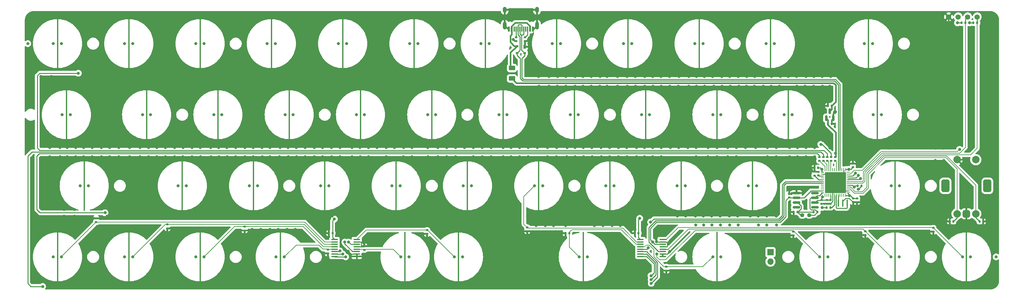
<source format=gbr>
%TF.GenerationSoftware,KiCad,Pcbnew,(7.0.0)*%
%TF.CreationDate,2024-01-19T15:20:53+01:00*%
%TF.ProjectId,oceanographer EC,6f636561-6e6f-4677-9261-706865722045,rev?*%
%TF.SameCoordinates,Original*%
%TF.FileFunction,Copper,L4,Bot*%
%TF.FilePolarity,Positive*%
%FSLAX46Y46*%
G04 Gerber Fmt 4.6, Leading zero omitted, Abs format (unit mm)*
G04 Created by KiCad (PCBNEW (7.0.0)) date 2024-01-19 15:20:53*
%MOMM*%
%LPD*%
G01*
G04 APERTURE LIST*
G04 Aperture macros list*
%AMRoundRect*
0 Rectangle with rounded corners*
0 $1 Rounding radius*
0 $2 $3 $4 $5 $6 $7 $8 $9 X,Y pos of 4 corners*
0 Add a 4 corners polygon primitive as box body*
4,1,4,$2,$3,$4,$5,$6,$7,$8,$9,$2,$3,0*
0 Add four circle primitives for the rounded corners*
1,1,$1+$1,$2,$3*
1,1,$1+$1,$4,$5*
1,1,$1+$1,$6,$7*
1,1,$1+$1,$8,$9*
0 Add four rect primitives between the rounded corners*
20,1,$1+$1,$2,$3,$4,$5,0*
20,1,$1+$1,$4,$5,$6,$7,0*
20,1,$1+$1,$6,$7,$8,$9,0*
20,1,$1+$1,$8,$9,$2,$3,0*%
%AMFreePoly0*
4,1,17,0.124698,6.656366,0.180194,6.586777,0.200000,6.500000,0.200000,-6.500000,0.180194,-6.586777,0.124698,-6.656366,0.044504,-6.694986,-0.044504,-6.694986,-0.124698,-6.656366,-0.180194,-6.586777,-0.200000,-6.500000,-0.200000,6.500000,-0.180194,6.586777,-0.124698,6.656366,-0.044504,6.694986,0.044504,6.694986,0.124698,6.656366,0.124698,6.656366,$1*%
G04 Aperture macros list end*
%TA.AperFunction,SMDPad,CuDef*%
%ADD10FreePoly0,0.000000*%
%TD*%
%TA.AperFunction,SMDPad,CuDef*%
%ADD11FreePoly0,180.000000*%
%TD*%
%TA.AperFunction,ComponentPad*%
%ADD12C,2.000000*%
%TD*%
%TA.AperFunction,ComponentPad*%
%ADD13RoundRect,0.500000X0.500000X-0.500000X0.500000X0.500000X-0.500000X0.500000X-0.500000X-0.500000X0*%
%TD*%
%TA.AperFunction,ComponentPad*%
%ADD14RoundRect,0.550000X0.550000X-1.150000X0.550000X1.150000X-0.550000X1.150000X-0.550000X-1.150000X0*%
%TD*%
%TA.AperFunction,ComponentPad*%
%ADD15C,1.397000*%
%TD*%
%TA.AperFunction,SMDPad,CuDef*%
%ADD16RoundRect,0.140000X-0.170000X0.140000X-0.170000X-0.140000X0.170000X-0.140000X0.170000X0.140000X0*%
%TD*%
%TA.AperFunction,SMDPad,CuDef*%
%ADD17RoundRect,0.135000X0.185000X-0.135000X0.185000X0.135000X-0.185000X0.135000X-0.185000X-0.135000X0*%
%TD*%
%TA.AperFunction,SMDPad,CuDef*%
%ADD18RoundRect,0.135000X-0.185000X0.135000X-0.185000X-0.135000X0.185000X-0.135000X0.185000X0.135000X0*%
%TD*%
%TA.AperFunction,SMDPad,CuDef*%
%ADD19RoundRect,0.062500X0.062500X-0.375000X0.062500X0.375000X-0.062500X0.375000X-0.062500X-0.375000X0*%
%TD*%
%TA.AperFunction,SMDPad,CuDef*%
%ADD20RoundRect,0.062500X0.375000X-0.062500X0.375000X0.062500X-0.375000X0.062500X-0.375000X-0.062500X0*%
%TD*%
%TA.AperFunction,SMDPad,CuDef*%
%ADD21R,5.600000X5.600000*%
%TD*%
%TA.AperFunction,SMDPad,CuDef*%
%ADD22R,1.778000X0.419100*%
%TD*%
%TA.AperFunction,SMDPad,CuDef*%
%ADD23RoundRect,0.135000X0.135000X0.185000X-0.135000X0.185000X-0.135000X-0.185000X0.135000X-0.185000X0*%
%TD*%
%TA.AperFunction,SMDPad,CuDef*%
%ADD24RoundRect,0.135000X-0.135000X-0.185000X0.135000X-0.185000X0.135000X0.185000X-0.135000X0.185000X0*%
%TD*%
%TA.AperFunction,SMDPad,CuDef*%
%ADD25RoundRect,0.140000X-0.140000X-0.170000X0.140000X-0.170000X0.140000X0.170000X-0.140000X0.170000X0*%
%TD*%
%TA.AperFunction,SMDPad,CuDef*%
%ADD26RoundRect,0.140000X0.140000X0.170000X-0.140000X0.170000X-0.140000X-0.170000X0.140000X-0.170000X0*%
%TD*%
%TA.AperFunction,SMDPad,CuDef*%
%ADD27RoundRect,0.250000X-0.625000X0.375000X-0.625000X-0.375000X0.625000X-0.375000X0.625000X0.375000X0*%
%TD*%
%TA.AperFunction,ComponentPad*%
%ADD28R,1.700000X1.700000*%
%TD*%
%TA.AperFunction,ComponentPad*%
%ADD29O,1.700000X1.700000*%
%TD*%
%TA.AperFunction,SMDPad,CuDef*%
%ADD30RoundRect,0.150000X0.150000X-0.587500X0.150000X0.587500X-0.150000X0.587500X-0.150000X-0.587500X0*%
%TD*%
%TA.AperFunction,SMDPad,CuDef*%
%ADD31RoundRect,0.140000X0.170000X-0.140000X0.170000X0.140000X-0.170000X0.140000X-0.170000X-0.140000X0*%
%TD*%
%TA.AperFunction,SMDPad,CuDef*%
%ADD32RoundRect,0.150000X-0.825000X-0.150000X0.825000X-0.150000X0.825000X0.150000X-0.825000X0.150000X0*%
%TD*%
%TA.AperFunction,SMDPad,CuDef*%
%ADD33RoundRect,0.237500X0.250000X0.237500X-0.250000X0.237500X-0.250000X-0.237500X0.250000X-0.237500X0*%
%TD*%
%TA.AperFunction,SMDPad,CuDef*%
%ADD34R,0.600000X1.450000*%
%TD*%
%TA.AperFunction,SMDPad,CuDef*%
%ADD35R,0.300000X1.450000*%
%TD*%
%TA.AperFunction,ComponentPad*%
%ADD36O,1.000000X1.600000*%
%TD*%
%TA.AperFunction,ComponentPad*%
%ADD37O,1.000000X2.100000*%
%TD*%
%TA.AperFunction,SMDPad,CuDef*%
%ADD38R,0.700000X1.000000*%
%TD*%
%TA.AperFunction,SMDPad,CuDef*%
%ADD39R,0.700000X0.600000*%
%TD*%
%TA.AperFunction,SMDPad,CuDef*%
%ADD40R,0.400000X1.900000*%
%TD*%
%TA.AperFunction,ViaPad*%
%ADD41C,0.800000*%
%TD*%
%TA.AperFunction,Conductor*%
%ADD42C,0.250000*%
%TD*%
%TA.AperFunction,Conductor*%
%ADD43C,0.381000*%
%TD*%
%TA.AperFunction,Conductor*%
%ADD44C,0.500000*%
%TD*%
%TA.AperFunction,Conductor*%
%ADD45C,0.200000*%
%TD*%
G04 APERTURE END LIST*
D10*
%TO.P,SW_EC24,3,SG*%
%TO.N,GND*%
X246062500Y-70643750D03*
%TD*%
%TO.P,SW_EC28,3,SG*%
%TO.N,GND*%
X98425000Y-89693750D03*
%TD*%
%TO.P,SW_EC47,3,SG*%
%TO.N,GND*%
X269875000Y-108743750D03*
%TD*%
D11*
%TO.P,SW_EC37,3,SG*%
%TO.N,GND*%
X26987500Y-108743750D03*
%TD*%
D10*
%TO.P,SW_EC26,3,SG*%
%TO.N,GND*%
X60325000Y-89693750D03*
%TD*%
%TO.P,SW_EC4,3,SG*%
%TO.N,GND*%
X84137500Y-51593750D03*
%TD*%
%TO.P,SW_EC6,3,SG*%
%TO.N,GND*%
X122237500Y-51593750D03*
%TD*%
%TO.P,SW_EC12,3,SG*%
%TO.N,GND*%
X243681250Y-51593750D03*
%TD*%
%TO.P,SW_EC19,3,SG*%
%TO.N,GND*%
X146050000Y-70643750D03*
%TD*%
%TO.P,SW_EC11,3,SG*%
%TO.N,GND*%
X217487500Y-51593750D03*
%TD*%
%TO.P,SW_EC18,3,SG*%
%TO.N,GND*%
X127000000Y-70643750D03*
%TD*%
%TO.P,SW_EC46,3,SG*%
%TO.N,GND*%
X250825000Y-108743750D03*
%TD*%
D11*
%TO.P,SW_EC38,3,SG*%
%TO.N,GND*%
X46037500Y-108743750D03*
%TD*%
D10*
%TO.P,SW_EC27,3,SG*%
%TO.N,GND*%
X79375000Y-89693750D03*
%TD*%
%TO.P,SW_EC29,3,SG*%
%TO.N,GND*%
X117475000Y-89693750D03*
%TD*%
%TO.P,SW_EC16,3,SG*%
%TO.N,GND*%
X88900000Y-70643750D03*
%TD*%
%TO.P,SW_EC17,3,SG*%
%TO.N,GND*%
X107950000Y-70643750D03*
%TD*%
%TO.P,SW_EC8,3,SG*%
%TO.N,GND*%
X160337500Y-51593750D03*
%TD*%
%TO.P,SW_EC10,3,SG*%
%TO.N,GND*%
X198437500Y-51593750D03*
%TD*%
%TO.P,SW_EC25,3,SG*%
%TO.N,GND*%
X34131250Y-89693750D03*
%TD*%
%TO.P,SW_EC7,3,SG*%
%TO.N,GND*%
X141287500Y-51593750D03*
%TD*%
%TO.P,SW_EC33,3,SG*%
%TO.N,GND*%
X193675000Y-89693750D03*
%TD*%
%TO.P,SW_EC34,3,SG*%
%TO.N,GND*%
X212725000Y-89693750D03*
%TD*%
%TO.P,SW_EC2,3,SG*%
%TO.N,GND*%
X46037500Y-51593750D03*
%TD*%
D11*
%TO.P,SW_EC40,3,SG*%
%TO.N,GND*%
X86518750Y-108743750D03*
%TD*%
D10*
%TO.P,SW_EC21,3,SG*%
%TO.N,GND*%
X184150000Y-70643750D03*
%TD*%
%TO.P,SW_EC45,3,SG*%
%TO.N,GND*%
X231775000Y-108743750D03*
%TD*%
%TO.P,SW_EC41,3,SG*%
%TO.N,GND*%
X119856250Y-108743750D03*
%TD*%
%TO.P,SW_EC44,3,SG*%
%TO.N,GND*%
X203200000Y-108743750D03*
%TD*%
%TO.P,SW_EC15,3,SG*%
%TO.N,GND*%
X69850000Y-70643750D03*
%TD*%
%TO.P,SW_EC20,3,SG*%
%TO.N,GND*%
X165100000Y-70643750D03*
%TD*%
D12*
%TO.P,SW2,A,A*%
%TO.N,EncA*%
X267375000Y-97193750D03*
%TO.P,SW2,B,B*%
%TO.N,EncB*%
X272375000Y-97193750D03*
D13*
%TO.P,SW2,C,C*%
%TO.N,GND*%
X269875000Y-97193750D03*
D14*
%TO.P,SW2,MP*%
%TO.N,N/C*%
X264275000Y-89693750D03*
X275475000Y-89693750D03*
D12*
%TO.P,SW2,S1,S1*%
%TO.N,KNOB_SW*%
X272375000Y-82693750D03*
%TO.P,SW2,S2,S2*%
%TO.N,GND*%
X267375000Y-82693750D03*
%TD*%
D10*
%TO.P,SW_EC30,3,SG*%
%TO.N,GND*%
X136525000Y-89693750D03*
%TD*%
%TO.P,SW_EC3,3,SG*%
%TO.N,GND*%
X65087500Y-51593750D03*
%TD*%
%TO.P,SW_EC5,3,SG*%
%TO.N,GND*%
X103187500Y-51593750D03*
%TD*%
%TO.P,SW_EC43,3,SG*%
%TO.N,GND*%
X167481250Y-108743750D03*
%TD*%
%TO.P,SW_EC31,3,SG*%
%TO.N,GND*%
X155575000Y-89693750D03*
%TD*%
%TO.P,SW_EC32,3,SG*%
%TO.N,GND*%
X174625000Y-89693750D03*
%TD*%
D11*
%TO.P,SW_EC39,3,SG*%
%TO.N,GND*%
X65087500Y-108743750D03*
%TD*%
D10*
%TO.P,SW_EC22,3,SG*%
%TO.N,GND*%
X203200000Y-70643750D03*
%TD*%
%TO.P,SW_EC13,3,SG*%
%TO.N,GND*%
X29368750Y-70643750D03*
%TD*%
%TO.P,SW_EC14,3,SG*%
%TO.N,GND*%
X50800000Y-70643750D03*
%TD*%
%TO.P,SW_EC9,3,SG*%
%TO.N,GND*%
X179387500Y-51593750D03*
%TD*%
%TO.P,SW_EC42,3,SG*%
%TO.N,GND*%
X134143750Y-108743750D03*
%TD*%
%TO.P,SW_EC23,3,SG*%
%TO.N,GND*%
X222250000Y-70643750D03*
%TD*%
%TO.P,SW_EC1,3,SG*%
%TO.N,GND*%
X26987500Y-51593750D03*
%TD*%
D11*
%TO.P,SW_EC35,3,SG*%
%TO.N,GND*%
X250825000Y-89693750D03*
%TD*%
D15*
%TO.P,OL1,1,SDA*%
%TO.N,SDA*%
X272742500Y-44450000D03*
%TO.P,OL1,2,SCL*%
%TO.N,SCL*%
X270202500Y-44450000D03*
%TO.P,OL1,3,VCC*%
%TO.N,VBAT*%
X267662500Y-44450000D03*
%TO.P,OL1,4,GND*%
%TO.N,GND*%
X265122500Y-44450000D03*
%TD*%
D16*
%TO.P,C6,1*%
%TO.N,VBAT*%
X232556998Y-93522513D03*
%TO.P,C6,2*%
%TO.N,GND*%
X232556998Y-94482513D03*
%TD*%
D17*
%TO.P,R1,1*%
%TO.N,Net-(U1-PA10)*%
X234837714Y-83023426D03*
%TO.P,R1,2*%
%TO.N,VBAT*%
X234837714Y-82003426D03*
%TD*%
D18*
%TO.P,R12,1*%
%TO.N,COL1*%
X56356250Y-100062500D03*
%TO.P,R12,2*%
%TO.N,GND*%
X56356250Y-101082500D03*
%TD*%
D16*
%TO.P,C2,1*%
%TO.N,VBAT*%
X239618750Y-93088750D03*
%TO.P,C2,2*%
%TO.N,GND*%
X239618750Y-94048750D03*
%TD*%
D19*
%TO.P,U1,1,VBAT*%
%TO.N,VBAT*%
X237606250Y-92243750D03*
%TO.P,U1,2,PC13*%
%TO.N,unconnected-(U1-PC13-Pad2)*%
X237106250Y-92243750D03*
%TO.P,U1,3,PC14*%
%TO.N,unconnected-(U1-PC14-Pad3)*%
X236606250Y-92243750D03*
%TO.P,U1,4,PC15*%
%TO.N,unconnected-(U1-PC15-Pad4)*%
X236106250Y-92243750D03*
%TO.P,U1,5,PH0*%
%TO.N,XTAL0*%
X235606250Y-92243750D03*
%TO.P,U1,6,PH1*%
%TO.N,XTAL1*%
X235106250Y-92243750D03*
%TO.P,U1,7,NRST*%
%TO.N,NRST*%
X234606250Y-92243750D03*
%TO.P,U1,8,VSSA*%
%TO.N,GND*%
X234106250Y-92243750D03*
%TO.P,U1,9,VREF+*%
%TO.N,VBAT*%
X233606250Y-92243750D03*
%TO.P,U1,10,PA0*%
%TO.N,unconnected-(U1-PA0-Pad10)*%
X233106250Y-92243750D03*
%TO.P,U1,11,PA1*%
%TO.N,unconnected-(U1-PA1-Pad11)*%
X232606250Y-92243750D03*
%TO.P,U1,12,PA2*%
%TO.N,unconnected-(U1-PA2-Pad12)*%
X232106250Y-92243750D03*
D20*
%TO.P,U1,13,PA3*%
%TO.N,ADC*%
X231418750Y-91556250D03*
%TO.P,U1,14,PA4*%
%TO.N,APLEX_OUT_PIN_0*%
X231418750Y-91056250D03*
%TO.P,U1,15,PA5*%
%TO.N,unconnected-(U1-PA5-Pad15)*%
X231418750Y-90556250D03*
%TO.P,U1,16,PA6*%
%TO.N,unconnected-(U1-PA6-Pad16)*%
X231418750Y-90056250D03*
%TO.P,U1,17,PA7*%
%TO.N,unconnected-(U1-PA7-Pad17)*%
X231418750Y-89556250D03*
%TO.P,U1,18,PB0*%
%TO.N,APLEX_EN_PIN_1*%
X231418750Y-89056250D03*
%TO.P,U1,19,PB1*%
%TO.N,APLEX_EN_PIN_0*%
X231418750Y-88556250D03*
%TO.P,U1,20,PB2*%
%TO.N,BOOT1*%
X231418750Y-88056250D03*
%TO.P,U1,21,PB10*%
%TO.N,unconnected-(U1-PB10-Pad21)*%
X231418750Y-87556250D03*
%TO.P,U1,22,VCAP1*%
%TO.N,Net-(U1-VCAP1)*%
X231418750Y-87056250D03*
%TO.P,U1,23,VSS*%
%TO.N,GND*%
X231418750Y-86556250D03*
%TO.P,U1,24,VDD*%
%TO.N,VBAT*%
X231418750Y-86056250D03*
D19*
%TO.P,U1,25,PB12*%
%TO.N,Net-(U1-PB12)*%
X232106250Y-85368750D03*
%TO.P,U1,26,PB13*%
%TO.N,Net-(U1-PB13)*%
X232606250Y-85368750D03*
%TO.P,U1,27,PB14*%
%TO.N,Net-(U1-PB14)*%
X233106250Y-85368750D03*
%TO.P,U1,28,PB15*%
%TO.N,Net-(U1-PB15)*%
X233606250Y-85368750D03*
%TO.P,U1,29,PA8*%
%TO.N,unconnected-(U1-PA8-Pad29)*%
X234106250Y-85368750D03*
%TO.P,U1,30,PA9*%
%TO.N,unconnected-(U1-PA9-Pad30)*%
X234606250Y-85368750D03*
%TO.P,U1,31,PA10*%
%TO.N,Net-(U1-PA10)*%
X235106250Y-85368750D03*
%TO.P,U1,32,PA11*%
%TO.N,D-*%
X235606250Y-85368750D03*
%TO.P,U1,33,PA12*%
%TO.N,D+*%
X236106250Y-85368750D03*
%TO.P,U1,34,PA13*%
%TO.N,SWDIO*%
X236606250Y-85368750D03*
%TO.P,U1,35,VSS*%
%TO.N,GND*%
X237106250Y-85368750D03*
%TO.P,U1,36,VDD*%
%TO.N,VBAT*%
X237606250Y-85368750D03*
D20*
%TO.P,U1,37,PA14*%
%TO.N,SWCLK*%
X238293750Y-86056250D03*
%TO.P,U1,38,PA15*%
%TO.N,KNOB_SW*%
X238293750Y-86556250D03*
%TO.P,U1,39,PB3*%
%TO.N,AMUX_SEL_2*%
X238293750Y-87056250D03*
%TO.P,U1,40,PB4*%
%TO.N,AMUX_SEL_1*%
X238293750Y-87556250D03*
%TO.P,U1,41,PB5*%
%TO.N,AMUX_SEL_0*%
X238293750Y-88056250D03*
%TO.P,U1,42,PB6*%
%TO.N,SCL*%
X238293750Y-88556250D03*
%TO.P,U1,43,PB7*%
%TO.N,SDA*%
X238293750Y-89056250D03*
%TO.P,U1,44,BOOT0*%
%TO.N,BOOT0*%
X238293750Y-89556250D03*
%TO.P,U1,45,PB8*%
%TO.N,EncB*%
X238293750Y-90056250D03*
%TO.P,U1,46,PB9*%
%TO.N,EncA*%
X238293750Y-90556250D03*
%TO.P,U1,47,VSS*%
%TO.N,GND*%
X238293750Y-91056250D03*
%TO.P,U1,48,VDD*%
%TO.N,VBAT*%
X238293750Y-91556250D03*
D21*
%TO.P,U1,49,VSS*%
%TO.N,GND*%
X234856249Y-88806249D03*
%TD*%
D22*
%TO.P,U5,1,A4*%
%TO.N,COL11*%
X188711839Y-104089199D03*
%TO.P,U5,2,A6*%
%TO.N,GND*%
X188711839Y-104739439D03*
%TO.P,U5,3,A*%
%TO.N,APLEX_OUT_PIN_0*%
X188711839Y-105389679D03*
%TO.P,U5,4,A7*%
%TO.N,GND*%
X188711839Y-106039919D03*
%TO.P,U5,5,A5*%
%TO.N,COL10*%
X188711839Y-106685079D03*
%TO.P,U5,6,~{E}*%
%TO.N,APLEX_EN_PIN_1*%
X188711839Y-107335319D03*
%TO.P,U5,7,VEE*%
%TO.N,GND*%
X188711839Y-107985559D03*
%TO.P,U5,8,GND*%
X188711839Y-108635799D03*
%TO.P,U5,9,S2*%
%TO.N,AMUX_SEL_2*%
X182763159Y-108635799D03*
%TO.P,U5,10,S1*%
%TO.N,AMUX_SEL_1*%
X182763159Y-107985559D03*
%TO.P,U5,11,S0*%
%TO.N,AMUX_SEL_0*%
X182763159Y-107335319D03*
%TO.P,U5,12,A3*%
%TO.N,COL9*%
X182763159Y-106685079D03*
%TO.P,U5,13,A0*%
%TO.N,COL8*%
X182763159Y-106039919D03*
%TO.P,U5,14,A1*%
%TO.N,COL7*%
X182763159Y-105389679D03*
%TO.P,U5,15,A2*%
%TO.N,COL6*%
X182763159Y-104739439D03*
%TO.P,U5,16,VCC*%
%TO.N,VBAT*%
X182763159Y-104089199D03*
%TD*%
D18*
%TO.P,R4,1*%
%TO.N,ROW0*%
X232675141Y-82003426D03*
%TO.P,R4,2*%
%TO.N,Net-(U1-PB14)*%
X232675141Y-83023426D03*
%TD*%
D23*
%TO.P,R17,1*%
%TO.N,SCL*%
X269591250Y-46037500D03*
%TO.P,R17,2*%
%TO.N,VBAT*%
X268571250Y-46037500D03*
%TD*%
D17*
%TO.P,R2,1*%
%TO.N,Net-(U1-PB12)*%
X230579325Y-83023426D03*
%TO.P,R2,2*%
%TO.N,ROW2*%
X230579325Y-82003426D03*
%TD*%
D24*
%TO.P,R7,1*%
%TO.N,VBAT*%
X232516946Y-95516759D03*
%TO.P,R7,2*%
%TO.N,NRST*%
X233536946Y-95516759D03*
%TD*%
D18*
%TO.P,R8,1*%
%TO.N,GND*%
X229300000Y-85921704D03*
%TO.P,R8,2*%
%TO.N,BOOT1*%
X229300000Y-86941704D03*
%TD*%
D25*
%TO.P,C9,1*%
%TO.N,VBAT*%
X232882500Y-73113757D03*
%TO.P,C9,2*%
%TO.N,GND*%
X233842500Y-73113757D03*
%TD*%
D18*
%TO.P,R19,1*%
%TO.N,COL8*%
X189706250Y-111408750D03*
%TO.P,R19,2*%
%TO.N,GND*%
X189706250Y-112428750D03*
%TD*%
%TO.P,R23,1*%
%TO.N,COL10*%
X242832727Y-101870075D03*
%TO.P,R23,2*%
%TO.N,GND*%
X242832727Y-102890075D03*
%TD*%
%TO.P,R21,1*%
%TO.N,COL6*%
X152489007Y-100833403D03*
%TO.P,R21,2*%
%TO.N,GND*%
X152489007Y-101853403D03*
%TD*%
D26*
%TO.P,C8,1*%
%TO.N,+5V*%
X233842500Y-68262500D03*
%TO.P,C8,2*%
%TO.N,GND*%
X232882500Y-68262500D03*
%TD*%
D17*
%TO.P,R13,1*%
%TO.N,COL0*%
X37306250Y-99445000D03*
%TO.P,R13,2*%
%TO.N,GND*%
X37306250Y-98425000D03*
%TD*%
D16*
%TO.P,C7,1*%
%TO.N,VBAT*%
X233497819Y-93523981D03*
%TO.P,C7,2*%
%TO.N,GND*%
X233497819Y-94483981D03*
%TD*%
D25*
%TO.P,C13,1*%
%TO.N,GND*%
X181288750Y-102393750D03*
%TO.P,C13,2*%
%TO.N,VBAT*%
X182248750Y-102393750D03*
%TD*%
D27*
%TO.P,F_USBC1,1*%
%TO.N,VCC*%
X148431250Y-58131250D03*
%TO.P,F_USBC1,2*%
%TO.N,+5V*%
X148431250Y-60931250D03*
%TD*%
D28*
%TO.P,SW1,1,A*%
%TO.N,VBAT*%
X217487499Y-107468749D03*
D29*
%TO.P,SW1,2,B*%
%TO.N,BOOT0*%
X217487499Y-110008749D03*
%TD*%
D23*
%TO.P,R25,1*%
%TO.N,Net-(JP1-B)*%
X224763750Y-96743750D03*
%TO.P,R25,2*%
%TO.N,GND*%
X223743750Y-96743750D03*
%TD*%
D18*
%TO.P,R9,1*%
%TO.N,Net-(USB1-CC2)*%
X151880851Y-49864394D03*
%TO.P,R9,2*%
%TO.N,GND*%
X151880851Y-50884394D03*
%TD*%
D23*
%TO.P,R16,1*%
%TO.N,SDA*%
X272766250Y-46037500D03*
%TO.P,R16,2*%
%TO.N,VBAT*%
X271746250Y-46037500D03*
%TD*%
D25*
%TO.P,C11,1*%
%TO.N,EncB*%
X273363750Y-99218750D03*
%TO.P,C11,2*%
%TO.N,GND*%
X274323750Y-99218750D03*
%TD*%
D26*
%TO.P,C3,1*%
%TO.N,VBAT*%
X230264816Y-84858130D03*
%TO.P,C3,2*%
%TO.N,GND*%
X229304816Y-84858130D03*
%TD*%
D30*
%TO.P,U2,1,GND*%
%TO.N,GND*%
X234312500Y-71581250D03*
%TO.P,U2,2,VO*%
%TO.N,VBAT*%
X232412500Y-71581250D03*
%TO.P,U2,3,VI*%
%TO.N,+5V*%
X233362500Y-69706250D03*
%TD*%
D31*
%TO.P,C4,1*%
%TO.N,VBAT*%
X239515478Y-84719951D03*
%TO.P,C4,2*%
%TO.N,GND*%
X239515478Y-83759951D03*
%TD*%
D26*
%TO.P,C12,1*%
%TO.N,EncA*%
X266386250Y-99218750D03*
%TO.P,C12,2*%
%TO.N,GND*%
X265426250Y-99218750D03*
%TD*%
D32*
%TO.P,U6,1*%
%TO.N,N/C*%
X224443750Y-95473750D03*
%TO.P,U6,2,IN-*%
%TO.N,Net-(JP1-B)*%
X224443750Y-94203750D03*
%TO.P,U6,3,IN+*%
%TO.N,APLEX_OUT_PIN_0*%
X224443750Y-92933750D03*
%TO.P,U6,4,V-*%
%TO.N,GND*%
X224443750Y-91663750D03*
%TO.P,U6,5*%
%TO.N,N/C*%
X229393750Y-91663750D03*
%TO.P,U6,6,OUT*%
%TO.N,ADC*%
X229393750Y-92933750D03*
%TO.P,U6,7,V+*%
%TO.N,VBAT*%
X229393750Y-94203750D03*
%TO.P,U6,8*%
%TO.N,N/C*%
X229393750Y-95473750D03*
%TD*%
D16*
%TO.P,C14,1*%
%TO.N,GND*%
X222511287Y-91888631D03*
%TO.P,C14,2*%
%TO.N,APLEX_OUT_PIN_0*%
X222511287Y-92848631D03*
%TD*%
D18*
%TO.P,R26,1*%
%TO.N,COL11*%
X261013719Y-100970265D03*
%TO.P,R26,2*%
%TO.N,GND*%
X261013719Y-101990265D03*
%TD*%
D33*
%TO.P,JP1,1,A*%
%TO.N,ADC*%
X227831250Y-97537500D03*
%TO.P,JP1,2,B*%
%TO.N,Net-(JP1-B)*%
X226006250Y-97537500D03*
%TD*%
D18*
%TO.P,R22,1*%
%TO.N,COL9*%
X223639054Y-101941694D03*
%TO.P,R22,2*%
%TO.N,GND*%
X223639054Y-102961694D03*
%TD*%
D34*
%TO.P,USB1,1,GND*%
%TO.N,GND*%
X147587499Y-47659999D03*
%TO.P,USB1,2,VBUS*%
%TO.N,VCC*%
X148362499Y-47659999D03*
D35*
%TO.P,USB1,3,SBU2*%
%TO.N,unconnected-(USB1-SBU2-Pad3)*%
X149062499Y-47659999D03*
%TO.P,USB1,4,CC1*%
%TO.N,Net-(USB1-CC1)*%
X149562499Y-47659999D03*
%TO.P,USB1,5,DN2*%
%TO.N,D-*%
X150062499Y-47659999D03*
%TO.P,USB1,6,DP1*%
%TO.N,D+*%
X150562499Y-47659999D03*
%TO.P,USB1,7,DN1*%
%TO.N,D-*%
X151062499Y-47659999D03*
%TO.P,USB1,8,DP2*%
%TO.N,D+*%
X151562499Y-47659999D03*
%TO.P,USB1,9,SBU1*%
%TO.N,unconnected-(USB1-SBU1-Pad9)*%
X152062499Y-47659999D03*
%TO.P,USB1,10,CC2*%
%TO.N,Net-(USB1-CC2)*%
X152562499Y-47659999D03*
D34*
%TO.P,USB1,11,VBUS*%
%TO.N,VCC*%
X153262499Y-47659999D03*
%TO.P,USB1,12,GND*%
%TO.N,GND*%
X154037499Y-47659999D03*
D36*
%TO.P,USB1,13,SHIELD*%
X146492499Y-42564999D03*
D37*
X146492499Y-46744999D03*
D36*
X155132499Y-42564999D03*
D37*
X155132499Y-46744999D03*
%TD*%
D18*
%TO.P,R11,1*%
%TO.N,COL2*%
X76993750Y-100654803D03*
%TO.P,R11,2*%
%TO.N,GND*%
X76993750Y-101674803D03*
%TD*%
%TO.P,R5,1*%
%TO.N,ROW1*%
X233725019Y-82003426D03*
%TO.P,R5,2*%
%TO.N,Net-(U1-PB15)*%
X233725019Y-83023426D03*
%TD*%
D38*
%TO.P,D1,1,GND*%
%TO.N,GND*%
X151812499Y-52431249D03*
D39*
%TO.P,D1,2,I/O1*%
%TO.N,D+*%
X151812499Y-54131249D03*
%TO.P,D1,3,I/O2*%
%TO.N,D-*%
X149812499Y-54131249D03*
%TO.P,D1,4,VCC*%
%TO.N,VCC*%
X149812499Y-52231249D03*
%TD*%
D25*
%TO.P,C10,1*%
%TO.N,GND*%
X99532500Y-102393750D03*
%TO.P,C10,2*%
%TO.N,VBAT*%
X100492500Y-102393750D03*
%TD*%
D16*
%TO.P,C15,1*%
%TO.N,VBAT*%
X231198594Y-93535746D03*
%TO.P,C15,2*%
%TO.N,GND*%
X231198594Y-94495746D03*
%TD*%
D31*
%TO.P,C1,1*%
%TO.N,Net-(U1-VCAP1)*%
X230274750Y-86905000D03*
%TO.P,C1,2*%
%TO.N,GND*%
X230274750Y-85945000D03*
%TD*%
D17*
%TO.P,R6,1*%
%TO.N,GND*%
X149563877Y-50923798D03*
%TO.P,R6,2*%
%TO.N,Net-(USB1-CC1)*%
X149563877Y-49903798D03*
%TD*%
D18*
%TO.P,R14,1*%
%TO.N,COL3*%
X99218750Y-106796975D03*
%TO.P,R14,2*%
%TO.N,GND*%
X99218750Y-107816975D03*
%TD*%
D16*
%TO.P,C5,1*%
%TO.N,VBAT*%
X240648105Y-93103691D03*
%TO.P,C5,2*%
%TO.N,GND*%
X240648105Y-94063691D03*
%TD*%
D24*
%TO.P,R24,1*%
%TO.N,Net-(JP1-B)*%
X229073750Y-96743750D03*
%TO.P,R24,2*%
%TO.N,ADC*%
X230093750Y-96743750D03*
%TD*%
D17*
%TO.P,R15,1*%
%TO.N,COL4*%
X108961023Y-106872499D03*
%TO.P,R15,2*%
%TO.N,GND*%
X108961023Y-105852499D03*
%TD*%
D23*
%TO.P,R20,1*%
%TO.N,COL7*%
X163738750Y-102393750D03*
%TO.P,R20,2*%
%TO.N,GND*%
X162718750Y-102393750D03*
%TD*%
D24*
%TO.P,R10,1*%
%TO.N,BOOT0*%
X240790000Y-89693750D03*
%TO.P,R10,2*%
%TO.N,GND*%
X241810000Y-89693750D03*
%TD*%
D40*
%TO.P,Y1,1,1*%
%TO.N,XTAL1*%
X238049999Y-94362499D03*
%TO.P,Y1,2,2*%
%TO.N,GND*%
X236849999Y-94362499D03*
%TO.P,Y1,3,3*%
%TO.N,XTAL0*%
X235649999Y-94362499D03*
%TD*%
D22*
%TO.P,U3,1,A4*%
%TO.N,COL5*%
X106955589Y-104089199D03*
%TO.P,U3,2,A6*%
%TO.N,GND*%
X106955589Y-104739439D03*
%TO.P,U3,3,A*%
%TO.N,APLEX_OUT_PIN_0*%
X106955589Y-105389679D03*
%TO.P,U3,4,A7*%
%TO.N,GND*%
X106955589Y-106039919D03*
%TO.P,U3,5,A5*%
%TO.N,COL4*%
X106955589Y-106685079D03*
%TO.P,U3,6,~{E}*%
%TO.N,APLEX_EN_PIN_0*%
X106955589Y-107335319D03*
%TO.P,U3,7,VEE*%
%TO.N,GND*%
X106955589Y-107985559D03*
%TO.P,U3,8,GND*%
X106955589Y-108635799D03*
%TO.P,U3,9,S2*%
%TO.N,AMUX_SEL_2*%
X101006909Y-108635799D03*
%TO.P,U3,10,S1*%
%TO.N,AMUX_SEL_1*%
X101006909Y-107985559D03*
%TO.P,U3,11,S0*%
%TO.N,AMUX_SEL_0*%
X101006909Y-107335319D03*
%TO.P,U3,12,A3*%
%TO.N,COL3*%
X101006909Y-106685079D03*
%TO.P,U3,13,A0*%
%TO.N,COL2*%
X101006909Y-106039919D03*
%TO.P,U3,14,A1*%
%TO.N,COL1*%
X101006909Y-105389679D03*
%TO.P,U3,15,A2*%
%TO.N,COL0*%
X101006909Y-104739439D03*
%TO.P,U3,16,VCC*%
%TO.N,VBAT*%
X101006909Y-104089199D03*
%TD*%
D18*
%TO.P,R18,1*%
%TO.N,COL5*%
X125752100Y-101560183D03*
%TO.P,R18,2*%
%TO.N,GND*%
X125752100Y-102580183D03*
%TD*%
D17*
%TO.P,R3,1*%
%TO.N,Net-(U1-PB13)*%
X231646688Y-83023426D03*
%TO.P,R3,2*%
%TO.N,ROW3*%
X231646688Y-82003426D03*
%TD*%
D41*
%TO.N,*%
X19050000Y-51593750D03*
X277812500Y-108743750D03*
%TO.N,GND*%
X233362500Y-75406250D03*
X148809682Y-50505781D03*
X163083499Y-81915722D03*
X77049890Y-81916605D03*
X123711240Y-100338422D03*
X112352563Y-79435133D03*
X116729831Y-97831250D03*
X163183721Y-77643155D03*
X213518750Y-79435133D03*
X150345330Y-100338422D03*
X27682372Y-81918884D03*
X136615208Y-97831250D03*
X99218750Y-108826788D03*
X202039296Y-60385133D03*
X173868387Y-60409453D03*
X49072189Y-79435133D03*
X148214869Y-100338422D03*
X95835627Y-97831250D03*
X74583044Y-97831250D03*
X169797033Y-79435133D03*
X176625489Y-63047046D03*
X152587081Y-96062450D03*
X206098370Y-81915722D03*
X243385461Y-96055713D03*
X95591742Y-81924631D03*
X67924184Y-79446909D03*
X41567294Y-60409453D03*
X90530236Y-101375519D03*
X233627006Y-60409453D03*
X229050877Y-63047046D03*
X114506988Y-97831250D03*
X197631287Y-79435133D03*
X226967858Y-79435133D03*
X46286017Y-79435133D03*
X241018144Y-90607321D03*
X236040385Y-99772998D03*
X222656834Y-83721813D03*
X139472608Y-60409453D03*
X224753091Y-81915722D03*
X36271756Y-81924631D03*
X71253108Y-97831250D03*
X59278624Y-97831250D03*
X229268241Y-81915722D03*
X170444526Y-100338422D03*
X98723907Y-58490937D03*
X22535134Y-60409453D03*
X174474264Y-79435133D03*
X172744337Y-97831250D03*
X54909102Y-95915457D03*
X162724831Y-95862006D03*
X138112500Y-79435133D03*
X110060256Y-79435133D03*
X238918750Y-96061567D03*
X114489728Y-100338422D03*
X213192702Y-63047046D03*
X208864415Y-60385133D03*
X261600524Y-79652124D03*
X145992027Y-100338422D03*
X155192055Y-79435133D03*
X167540574Y-81915722D03*
X184863572Y-95976935D03*
X200786687Y-81915722D03*
X186025587Y-79435133D03*
X74569558Y-79446909D03*
X39687500Y-70643750D03*
X105028008Y-97831250D03*
X195731714Y-58490937D03*
X166098963Y-97831250D03*
X233362500Y-77627145D03*
X119022138Y-97831250D03*
X64025320Y-97831250D03*
X121700057Y-81915722D03*
X98540424Y-102278326D03*
X159543750Y-97831250D03*
X210862596Y-79435133D03*
X263863707Y-82931431D03*
X136609169Y-100338422D03*
X178970767Y-77643155D03*
X161863676Y-102396389D03*
X223629110Y-103804637D03*
X183802744Y-79435133D03*
X114806952Y-79435133D03*
X146050000Y-81915722D03*
X31856122Y-79433788D03*
X58280512Y-81929968D03*
X247121743Y-79552289D03*
X192957132Y-58490937D03*
X237331250Y-62706250D03*
X242093750Y-81756250D03*
X253271197Y-97831250D03*
X134392365Y-97831250D03*
X143584746Y-97831250D03*
X93109937Y-79435133D03*
X82255863Y-58490937D03*
X177421568Y-97831250D03*
X162806905Y-63047046D03*
X70054408Y-79446909D03*
X224535727Y-63047046D03*
X138901476Y-100338422D03*
X197502529Y-100188422D03*
X260350000Y-70643750D03*
X104693961Y-107237289D03*
X181691261Y-81915722D03*
X79272732Y-81916605D03*
X169832881Y-81915722D03*
X186012349Y-60397151D03*
X134386326Y-100338422D03*
X111156545Y-95963572D03*
X27642283Y-79435133D03*
X204079019Y-97831250D03*
X95564326Y-79435133D03*
X179255423Y-63047046D03*
X72277251Y-79446909D03*
X173898454Y-58490937D03*
X216535343Y-100188422D03*
X57055781Y-97831250D03*
X98058470Y-97831250D03*
X105709060Y-77723332D03*
X260350000Y-51593750D03*
X81686052Y-81916605D03*
X231775000Y-68262500D03*
X224787058Y-83721813D03*
X249295307Y-79605741D03*
X105709060Y-81918884D03*
X42353098Y-97831250D03*
X177006250Y-108743750D03*
X234856250Y-88806250D03*
X227012500Y-93662500D03*
X158362474Y-60409453D03*
X54925557Y-97831250D03*
X173850907Y-63047046D03*
X112712500Y-51593750D03*
X120380315Y-60409453D03*
X237331250Y-75406250D03*
X83736611Y-81918884D03*
X168229187Y-97831250D03*
X63313903Y-60409453D03*
X111148995Y-100338422D03*
X229260165Y-79435133D03*
X107843979Y-81915722D03*
X188303385Y-63047046D03*
X70080351Y-81916605D03*
X49052144Y-77643155D03*
X181410073Y-60397151D03*
X142875000Y-81915722D03*
X167421033Y-60397151D03*
X126112689Y-97831250D03*
X121488398Y-100338422D03*
X174510112Y-81915722D03*
X226981632Y-60409453D03*
X25309716Y-60409453D03*
X171936183Y-60397151D03*
X158385083Y-63047046D03*
X85905649Y-97831250D03*
X135731250Y-79435133D03*
X108939380Y-105061699D03*
X143668750Y-108743750D03*
X152801924Y-50482469D03*
X229302208Y-83721813D03*
X62916674Y-81929968D03*
X117475000Y-70643750D03*
X199563869Y-97831250D03*
X83716567Y-79435133D03*
X100200488Y-79435133D03*
X136728093Y-58490937D03*
X237869983Y-58490937D03*
X157956250Y-79435133D03*
X222614791Y-79435133D03*
X201786712Y-97831250D03*
X179110426Y-79435133D03*
X160337500Y-79435133D03*
X119431325Y-81915722D03*
X33979449Y-81924631D03*
X167504726Y-79435133D03*
X245531474Y-99783293D03*
X219933451Y-63047046D03*
X229234136Y-77573693D03*
X128587500Y-79435133D03*
X224745015Y-79435133D03*
X139502675Y-58490937D03*
X111167778Y-97831250D03*
X55836209Y-79435133D03*
X57303676Y-101054497D03*
X188317894Y-79435133D03*
X141355865Y-100338422D03*
X243387500Y-94071354D03*
X128607586Y-81915722D03*
X208756250Y-97831250D03*
X199632753Y-100188422D03*
X179129167Y-81915722D03*
X88622203Y-81924631D03*
X83716567Y-101367493D03*
X31888966Y-81919294D03*
X93705403Y-97831250D03*
X101438355Y-60409453D03*
X90845046Y-81924631D03*
X223043750Y-90487500D03*
X236031515Y-97831250D03*
X176887584Y-79435133D03*
X24867701Y-79435133D03*
X231438279Y-63047046D03*
X243367644Y-97843213D03*
X74595501Y-81916605D03*
X208735952Y-96019226D03*
X100227904Y-81924631D03*
X146050000Y-89693750D03*
X125981769Y-81915722D03*
X157938638Y-81915722D03*
X255563504Y-97831250D03*
X157320908Y-97831250D03*
X136698026Y-60409453D03*
X142875000Y-79435133D03*
X130968750Y-79435133D03*
X119443114Y-79435133D03*
X244898901Y-79552289D03*
X237381451Y-77659207D03*
X65149602Y-79435133D03*
X133350000Y-79435133D03*
X227009901Y-83721813D03*
X211136532Y-60409453D03*
X146092292Y-79435133D03*
X203182470Y-81915722D03*
X64047319Y-101062834D03*
X44341876Y-60409453D03*
X167409181Y-63047046D03*
X265112500Y-46037500D03*
X160595914Y-60397151D03*
X78969871Y-101367493D03*
X79481281Y-58490937D03*
X197716317Y-63047046D03*
X237331250Y-81756250D03*
X105707189Y-79435133D03*
X189269727Y-96044632D03*
X190527499Y-60397151D03*
X100350777Y-97831250D03*
X141361904Y-97831250D03*
X177414064Y-100338422D03*
X117605733Y-60409453D03*
X241763149Y-79521992D03*
X197599224Y-81915722D03*
X233362500Y-65087500D03*
X190595692Y-63047046D03*
X90519645Y-95955546D03*
X199816453Y-60385133D03*
X155575000Y-70643750D03*
X188316546Y-81915722D03*
X51310973Y-81929968D03*
X44341876Y-58490937D03*
X72303194Y-81916605D03*
X79481281Y-60409453D03*
X183882125Y-60397151D03*
X216488223Y-97831250D03*
X76713268Y-97831250D03*
X240656776Y-96067709D03*
X81228418Y-97831250D03*
X74561737Y-101800444D03*
X192908850Y-63047046D03*
X46277562Y-77643155D03*
X142895044Y-77591048D03*
X195683432Y-63047046D03*
X237331250Y-73025000D03*
X55562500Y-51593750D03*
X186080542Y-63047046D03*
X237366743Y-79468540D03*
X160584062Y-63047046D03*
X241777857Y-77712659D03*
X172287270Y-81915722D03*
X107441328Y-97831250D03*
X148204904Y-81915722D03*
X176923432Y-81915722D03*
X264586008Y-99212347D03*
X25339783Y-58490937D03*
X219026968Y-97831250D03*
X162818757Y-60397151D03*
X131984333Y-97831250D03*
X175198726Y-97831250D03*
X222286737Y-60409453D03*
X211126022Y-63047046D03*
X93662500Y-51593750D03*
X114795163Y-81915722D03*
X233808672Y-97831250D03*
X200818750Y-79435133D03*
X119034009Y-100338422D03*
X261031450Y-103208307D03*
X155587892Y-60409453D03*
X28758921Y-96043750D03*
X219083076Y-81915722D03*
X245531474Y-97841545D03*
X58290598Y-79435133D03*
X229111856Y-60409453D03*
X269081250Y-82550000D03*
X117545600Y-58490937D03*
X138132586Y-81915722D03*
X243387008Y-92218704D03*
X217710608Y-63047046D03*
X209056586Y-63047046D03*
X44575941Y-97831250D03*
X125753594Y-103540415D03*
X238503567Y-97831250D03*
X261592826Y-82950486D03*
X193675000Y-70643750D03*
X38717239Y-79435133D03*
X219144941Y-100188422D03*
X49322637Y-97831250D03*
X197433645Y-97831250D03*
X222658467Y-98663039D03*
X226975934Y-81915722D03*
X219006923Y-96043750D03*
X172251422Y-79435133D03*
X86318223Y-77679494D03*
X201855596Y-100188422D03*
X65151197Y-77669471D03*
X182072998Y-96017024D03*
X81262178Y-101367493D03*
X162729423Y-100338422D03*
X214265380Y-97831250D03*
X49052144Y-81918884D03*
X51545479Y-97831250D03*
X68683481Y-101062834D03*
X171924331Y-63047046D03*
X251048354Y-97831250D03*
X155610501Y-63047046D03*
X138907515Y-97831250D03*
X40222874Y-97831250D03*
X88318969Y-97831250D03*
X233362500Y-79508629D03*
X125947668Y-79435133D03*
X206533408Y-97831250D03*
X107950000Y-89693750D03*
X248918130Y-97831250D03*
X93137353Y-81924631D03*
X86464563Y-79435133D03*
X68661482Y-97831250D03*
X121476527Y-97831250D03*
X242078354Y-83283898D03*
X36512500Y-98425000D03*
X121665956Y-79435133D03*
X237331250Y-65087500D03*
X195408445Y-79435133D03*
X206115900Y-79435133D03*
X159547783Y-100338422D03*
X275205004Y-99208775D03*
X206764279Y-63047046D03*
X187043555Y-104665180D03*
X166104909Y-95862006D03*
X150355470Y-95968909D03*
X148220908Y-97831250D03*
X165281883Y-79435133D03*
X183950318Y-63047046D03*
X155617959Y-58490937D03*
X189706250Y-113506250D03*
X107460949Y-95983617D03*
X204147903Y-100188422D03*
X33970543Y-79435133D03*
X172736833Y-100338422D03*
X263780858Y-79633069D03*
X231334699Y-60409453D03*
X227011534Y-98663039D03*
X24907790Y-81918884D03*
X239589585Y-79468540D03*
X101498489Y-58490937D03*
X181289747Y-101493929D03*
X62926760Y-79435133D03*
X77023947Y-79446909D03*
X29596659Y-81919294D03*
X148222516Y-79435133D03*
X204511348Y-60385133D03*
X128579432Y-100338422D03*
X208858171Y-100188422D03*
X240644565Y-58490937D03*
X237839916Y-60409453D03*
X237331250Y-70643750D03*
X190772283Y-79435133D03*
X97814584Y-81924631D03*
X215489599Y-60409453D03*
X114536623Y-95963572D03*
X133370086Y-81915722D03*
X170452030Y-97831250D03*
X152574212Y-97831250D03*
X51529024Y-95915457D03*
X212725000Y-108743750D03*
X219075000Y-79435133D03*
X110066822Y-81915722D03*
X61570931Y-97831250D03*
X237353477Y-83774832D03*
X216693750Y-79435133D03*
X199939160Y-63047046D03*
X157324941Y-100338422D03*
X217781906Y-60409453D03*
X214312500Y-100188422D03*
X188235192Y-60397151D03*
X63253770Y-58490937D03*
X55826123Y-81929968D03*
X169632024Y-63047046D03*
X82255863Y-60409453D03*
X46277562Y-81918884D03*
X150351369Y-97831250D03*
X38726145Y-81924631D03*
X79246789Y-79446909D03*
X213266756Y-60409453D03*
X150427747Y-81915722D03*
X31520140Y-97831250D03*
X102425201Y-81918884D03*
X85939409Y-101367493D03*
X71261092Y-101052119D03*
X46868248Y-97831250D03*
X195701647Y-60409453D03*
X187282263Y-96017024D03*
X215593470Y-63047046D03*
X88594787Y-79435133D03*
X165278957Y-63047046D03*
X90541811Y-97831250D03*
X169643876Y-60397151D03*
X140493750Y-79435133D03*
X107837413Y-79435133D03*
X130988836Y-81915722D03*
X43353401Y-79435133D03*
X271022853Y-61118749D03*
X160269340Y-81915722D03*
X22565201Y-58490937D03*
X165317731Y-81915722D03*
X233817542Y-99772998D03*
X66270161Y-101062834D03*
X220156513Y-60409453D03*
X145998066Y-97831250D03*
X53533816Y-81929968D03*
X193019315Y-60385133D03*
X176642969Y-60409453D03*
X228535938Y-85503028D03*
X59300623Y-101062834D03*
X60513440Y-79435133D03*
X61592930Y-101062834D03*
X131986980Y-100338422D03*
X53543902Y-79435133D03*
X83682807Y-97831250D03*
X83736611Y-77691270D03*
X60503354Y-81929968D03*
X40948987Y-81924631D03*
X117029794Y-79435133D03*
X234881750Y-69850000D03*
X69850000Y-89693750D03*
X29563815Y-79433788D03*
X163151659Y-79435133D03*
X213262153Y-58583541D03*
X181478266Y-63047046D03*
X269875000Y-99218750D03*
X216701826Y-81915722D03*
X152489007Y-102930903D03*
X36262850Y-79435133D03*
X93726750Y-95955546D03*
X78936111Y-97831250D03*
X90817630Y-79435133D03*
X41567294Y-58490937D03*
X128590147Y-97831250D03*
X86318223Y-81918884D03*
X165290809Y-60397151D03*
X131970970Y-95936846D03*
X238512437Y-99772998D03*
X224509580Y-60409453D03*
X65191285Y-81918884D03*
X157956250Y-108743750D03*
X243379000Y-99754170D03*
X183801396Y-81915722D03*
X206641572Y-60385133D03*
X123699369Y-97831250D03*
X186024239Y-81915722D03*
X194828947Y-97831250D03*
X154870552Y-100338422D03*
X239712500Y-81756250D03*
X202411212Y-63047046D03*
X154866519Y-97831250D03*
X110331250Y-108743750D03*
X60539321Y-60409453D03*
X81660109Y-79446909D03*
X175191222Y-100338422D03*
X206602292Y-100188422D03*
X224631250Y-90487500D03*
X60479188Y-58490937D03*
X120320182Y-58490937D03*
X192606104Y-97831250D03*
X245531474Y-101940438D03*
X150445359Y-79435133D03*
X231456978Y-77573693D03*
X121672222Y-77370559D03*
X240614498Y-60409453D03*
X215479149Y-58651957D03*
X51321059Y-79435133D03*
X67925779Y-77651181D03*
X204541436Y-63047046D03*
X40940081Y-79435133D03*
X268467149Y-61087958D03*
X116741702Y-100338422D03*
X76983651Y-102533882D03*
X219075000Y-77643155D03*
X71240489Y-96011687D03*
X152737666Y-79435133D03*
X176673036Y-58490937D03*
X240673710Y-99748004D03*
X28745558Y-97849540D03*
X102425201Y-77723332D03*
X179187230Y-60397151D03*
X208408207Y-79435133D03*
X222622867Y-81915722D03*
X74620567Y-96011687D03*
X162724086Y-97831250D03*
X192995125Y-79435133D03*
X237331250Y-67468750D03*
X188912500Y-51593750D03*
X245539042Y-96054045D03*
X128590892Y-95936846D03*
X212135156Y-97831250D03*
X105035577Y-95943528D03*
X98663773Y-60409453D03*
X240673710Y-97792737D03*
X31533503Y-96025460D03*
X160369562Y-77643155D03*
X181672520Y-79435133D03*
X143578707Y-100338422D03*
X229303841Y-98663039D03*
X233362500Y-63047046D03*
X152720054Y-81915722D03*
X181784926Y-77643155D03*
X102423330Y-79435133D03*
X190586707Y-107282897D03*
X79375000Y-70643750D03*
X97787168Y-79435133D03*
X158392541Y-58490937D03*
X102805166Y-97831250D03*
X224788691Y-98663039D03*
X197686229Y-60385133D03*
X234156250Y-51593750D03*
X43362307Y-81924631D03*
X140513836Y-81915722D03*
X226758570Y-63047046D03*
X208390677Y-81915722D03*
X203200000Y-79435133D03*
X239604293Y-77659207D03*
X51572277Y-100597779D03*
X66248162Y-97831250D03*
X67965867Y-81918884D03*
X88352729Y-101367493D03*
%TO.N,VBAT*%
X238640894Y-92332273D03*
X231328406Y-95510512D03*
X231253532Y-85300101D03*
X270668750Y-46037500D03*
X100959129Y-98624291D03*
X267493750Y-46037500D03*
X231381750Y-92617848D03*
X238397342Y-85279059D03*
X182562500Y-98412750D03*
X234881750Y-80962500D03*
%TO.N,ROW3*%
X44918741Y-108730670D03*
X168547654Y-108741876D03*
X25868741Y-108730670D03*
X120922654Y-108741876D03*
X135210154Y-108741876D03*
X251891404Y-108741876D03*
X232841404Y-108741876D03*
X23018750Y-116681250D03*
X270941404Y-108741876D03*
X63968741Y-108730670D03*
X204266404Y-108741876D03*
X85399991Y-108730670D03*
%TO.N,ROW0*%
X123303904Y-51591876D03*
X85203904Y-51591876D03*
X47103904Y-51591876D03*
X180453904Y-51591876D03*
X199503904Y-51591876D03*
X142353904Y-51591876D03*
X66153904Y-51591876D03*
X218553904Y-51591876D03*
X28053904Y-51591876D03*
X32543750Y-59531250D03*
X161403904Y-51591876D03*
X104253904Y-51591876D03*
X244747654Y-51591876D03*
%TO.N,COL10*%
X216368741Y-51580670D03*
X221131241Y-70630670D03*
X249706241Y-108730670D03*
%TO.N,COL11*%
X268825324Y-108728313D03*
X244943741Y-70630670D03*
X251943759Y-89706830D03*
X242562491Y-51580670D03*
%TO.N,BOOT0*%
X239914749Y-90030747D03*
%TO.N,COL0*%
X28249991Y-70630670D03*
X25868741Y-51580670D03*
X28053904Y-108741876D03*
X33012491Y-89680670D03*
%TO.N,COL3*%
X83018741Y-51580670D03*
X87781241Y-70630670D03*
X87585154Y-108741876D03*
X97306241Y-89680670D03*
%TO.N,COL2*%
X68731241Y-70630670D03*
X78256241Y-89680670D03*
X63968741Y-51580670D03*
X66153904Y-108741876D03*
%TO.N,COL1*%
X44918741Y-51580670D03*
X59206241Y-89680670D03*
X47103904Y-108741876D03*
X49681241Y-70630670D03*
%TO.N,COL4*%
X118737491Y-108730670D03*
X106831241Y-70630670D03*
X116356241Y-89680670D03*
X102068741Y-51580670D03*
%TO.N,COL5*%
X135406241Y-89680670D03*
X125881241Y-70630670D03*
X133024991Y-108730670D03*
X121118741Y-51580670D03*
%TO.N,COL8*%
X192556241Y-89680670D03*
X183031241Y-70630670D03*
X202081241Y-108730670D03*
X178268741Y-51580670D03*
%TO.N,COL7*%
X163981241Y-70630670D03*
X173506241Y-89680670D03*
X166362491Y-108730670D03*
X159218741Y-51580670D03*
%TO.N,COL6*%
X140168741Y-51580670D03*
X154456241Y-89680670D03*
X144931241Y-70630670D03*
%TO.N,COL9*%
X184817656Y-106293250D03*
X187128870Y-107950000D03*
X197318741Y-51580670D03*
X230656241Y-108730670D03*
X211606241Y-89680670D03*
X202081241Y-70630670D03*
%TO.N,APLEX_EN_PIN_0*%
X103775497Y-104775000D03*
X185471006Y-99411750D03*
%TO.N,AMUX_SEL_2*%
X185589493Y-113795130D03*
X103981250Y-108743750D03*
X240236442Y-86304497D03*
%TO.N,AMUX_SEL_1*%
X185613623Y-114810038D03*
X241019172Y-86926059D03*
X103187500Y-107985560D03*
%TO.N,AMUX_SEL_0*%
X102426596Y-107173511D03*
X185632445Y-115831750D03*
X241606750Y-87734611D03*
%TO.N,APLEX_OUT_PIN_0*%
X185990186Y-104728067D03*
X104775000Y-104775000D03*
%TO.N,KNOB_SW*%
X268048909Y-79930159D03*
%TO.N,ROW2*%
X156641404Y-89691876D03*
X249758596Y-89695624D03*
X137591404Y-89691876D03*
X80441404Y-89691876D03*
X194741404Y-89691876D03*
X175691404Y-89691876D03*
X213791404Y-89691876D03*
X99491404Y-89691876D03*
X35197654Y-89691876D03*
X61391404Y-89691876D03*
X118541404Y-89691876D03*
X39687500Y-96930267D03*
%TO.N,ROW1*%
X230981250Y-78581250D03*
X147116404Y-70641876D03*
X204266404Y-70641876D03*
X166166404Y-70641876D03*
X185216404Y-70641876D03*
X30435154Y-70641876D03*
X223316404Y-70641876D03*
X89966404Y-70641876D03*
X128066404Y-70641876D03*
X109016404Y-70641876D03*
X247128904Y-70641876D03*
X70916404Y-70641876D03*
X51866404Y-70641876D03*
%TD*%
D42*
%TO.N,Net-(U1-VCAP1)*%
X230426000Y-87056250D02*
X231418750Y-87056250D01*
X230274750Y-86905000D02*
X230426000Y-87056250D01*
%TO.N,GND*%
X224443750Y-91663750D02*
X225013750Y-91663750D01*
D43*
X147407500Y-47660000D02*
X146492500Y-46745000D01*
D42*
X189850840Y-106039920D02*
X189925840Y-105964920D01*
X108961023Y-105083342D02*
X108939380Y-105061699D01*
X189925840Y-105964920D02*
X189925840Y-104994590D01*
X222511287Y-91019963D02*
X223043750Y-90487500D01*
D43*
X161866315Y-102393750D02*
X161863676Y-102396389D01*
D42*
X188711840Y-106039920D02*
X189850840Y-106039920D01*
D43*
X151880851Y-50884394D02*
X151880851Y-52362899D01*
D42*
X229300000Y-85921704D02*
X228954614Y-85921704D01*
X240648105Y-94063691D02*
X239633691Y-94063691D01*
D43*
X162718750Y-102393750D02*
X161866315Y-102393750D01*
D42*
X188711840Y-107985560D02*
X188711840Y-108635800D01*
X239515478Y-81953272D02*
X239712500Y-81756250D01*
X239515478Y-83343750D02*
X239515478Y-81953272D01*
D43*
X76993750Y-102523783D02*
X76983651Y-102533882D01*
D42*
X241810000Y-89815465D02*
X241810000Y-89693750D01*
X224443750Y-91663750D02*
X224443750Y-90675000D01*
X239618750Y-94456250D02*
X239618750Y-94617820D01*
D43*
X234312500Y-71581250D02*
X234312500Y-70419250D01*
D42*
X234156250Y-93833159D02*
X234156250Y-92293750D01*
D43*
X149227699Y-50923798D02*
X148809682Y-50505781D01*
D42*
X105442232Y-107985560D02*
X104693961Y-107237289D01*
X239515478Y-83343750D02*
X239515478Y-82920628D01*
X238544773Y-93057273D02*
X239536250Y-94048750D01*
D43*
X152489007Y-101853403D02*
X152489007Y-102930903D01*
X181288750Y-101494926D02*
X181289747Y-101493929D01*
D44*
X274323750Y-99218750D02*
X275195029Y-99218750D01*
D42*
X233496351Y-94482513D02*
X233497819Y-94483981D01*
X239515478Y-83759951D02*
X239515478Y-83343750D01*
X229304816Y-84858130D02*
X229304816Y-85916888D01*
X106955590Y-106039920D02*
X108773602Y-106039920D01*
X189670690Y-104739440D02*
X188711840Y-104739440D01*
D43*
X125752100Y-102580183D02*
X125752100Y-103538921D01*
X233842500Y-72051250D02*
X234312500Y-71581250D01*
X57275673Y-101082500D02*
X57303676Y-101054497D01*
D42*
X232606250Y-86556250D02*
X234856250Y-88806250D01*
D43*
X37306250Y-98425000D02*
X36512500Y-98425000D01*
D42*
X229300000Y-85921704D02*
X230251454Y-85921704D01*
D43*
X146492500Y-46745000D02*
X146492500Y-42565000D01*
X223639054Y-103794693D02*
X223629110Y-103804637D01*
D42*
X229304816Y-85916888D02*
X229300000Y-85921704D01*
X187117815Y-104739440D02*
X187043555Y-104665180D01*
D43*
X261013719Y-103190576D02*
X261031450Y-103208307D01*
X155132500Y-46745000D02*
X155132500Y-42565000D01*
D42*
X239515478Y-82920628D02*
X239515874Y-82920232D01*
D43*
X99218750Y-107816975D02*
X99218750Y-108826788D01*
X181288750Y-102393750D02*
X181288750Y-101494926D01*
D42*
X239618750Y-94048750D02*
X239618750Y-94456250D01*
X106955590Y-107985560D02*
X105442232Y-107985560D01*
D43*
X154217500Y-47660000D02*
X155132500Y-46745000D01*
D42*
X239633691Y-94063691D02*
X239618750Y-94048750D01*
D43*
X56356250Y-101082500D02*
X57275673Y-101082500D01*
D42*
X237106250Y-85368750D02*
X237106250Y-86556250D01*
X233497819Y-94483981D02*
X233505428Y-94483981D01*
X237106250Y-91056250D02*
X234856250Y-88806250D01*
X188711840Y-104739440D02*
X187117815Y-104739440D01*
D43*
X151880851Y-50884394D02*
X152399999Y-50884394D01*
D42*
X234156250Y-92293750D02*
X234106250Y-92243750D01*
X222518896Y-91888631D02*
X222511287Y-91888631D01*
D43*
X154037500Y-47660000D02*
X154217500Y-47660000D01*
X106955590Y-108635800D02*
X106955590Y-107985560D01*
D42*
X236850000Y-93762500D02*
X237555227Y-93057273D01*
X189925840Y-104994590D02*
X189670690Y-104739440D01*
D44*
X265426250Y-99218750D02*
X264592411Y-99218750D01*
D43*
X76993750Y-101674803D02*
X76993750Y-102523783D01*
D44*
X264592411Y-99218750D02*
X264586008Y-99212347D01*
D43*
X268937500Y-82693750D02*
X269081250Y-82550000D01*
D42*
X239618750Y-94456250D02*
X239618750Y-95361567D01*
D43*
X232882500Y-68262500D02*
X231775000Y-68262500D01*
X149563877Y-50923798D02*
X149227699Y-50923798D01*
X152399999Y-50884394D02*
X152801924Y-50482469D01*
X223639054Y-102961694D02*
X223639054Y-103794693D01*
D42*
X222511287Y-91888631D02*
X222511287Y-91019963D01*
X237106250Y-86556250D02*
X234856250Y-88806250D01*
D43*
X151880851Y-52362899D02*
X151812500Y-52431250D01*
D42*
X237555227Y-93057273D02*
X238544773Y-93057273D01*
D43*
X269875000Y-97193750D02*
X269875000Y-99218750D01*
D42*
X228954614Y-85921704D02*
X228535938Y-85503028D01*
D43*
X261013719Y-101990265D02*
X261013719Y-103190576D01*
D42*
X108961023Y-105852499D02*
X108961023Y-105083342D01*
X230251454Y-85921704D02*
X230274750Y-85945000D01*
D43*
X267375000Y-82693750D02*
X268937500Y-82693750D01*
X234312500Y-70419250D02*
X234881750Y-69850000D01*
D42*
X98655848Y-102393750D02*
X98540424Y-102278326D01*
X106955590Y-104739440D02*
X108094590Y-104739440D01*
X241018144Y-90607321D02*
X241810000Y-89815465D01*
X188711840Y-107985560D02*
X189884044Y-107985560D01*
X189884044Y-107985560D02*
X190586707Y-107282897D01*
D43*
X233842500Y-73113757D02*
X233842500Y-72051250D01*
D42*
X239536250Y-94048750D02*
X239618750Y-94048750D01*
D43*
X125752100Y-103538921D02*
X125753594Y-103540415D01*
X265122500Y-46027500D02*
X265112500Y-46037500D01*
D42*
X233505428Y-94483981D02*
X234156250Y-93833159D01*
X108094590Y-104739440D02*
X108169590Y-104814440D01*
D43*
X265122500Y-44450000D02*
X265122500Y-46027500D01*
D42*
X108773602Y-106039920D02*
X108961023Y-105852499D01*
X224443750Y-90675000D02*
X224631250Y-90487500D01*
X236850000Y-94362500D02*
X236850000Y-93762500D01*
X234106250Y-89556250D02*
X234856250Y-88806250D01*
X238293750Y-91056250D02*
X237106250Y-91056250D01*
X108094590Y-106039920D02*
X106955590Y-106039920D01*
X234106250Y-92243750D02*
X234106250Y-89556250D01*
X108169590Y-105964920D02*
X108094590Y-106039920D01*
X232556998Y-94482513D02*
X231211827Y-94482513D01*
D43*
X189706250Y-112428750D02*
X189706250Y-113506250D01*
D44*
X275195029Y-99218750D02*
X275205004Y-99208775D01*
D42*
X99532500Y-102393750D02*
X98655848Y-102393750D01*
D43*
X147587500Y-47660000D02*
X147407500Y-47660000D01*
D42*
X108169590Y-104814440D02*
X108169590Y-105964920D01*
X239618750Y-95361567D02*
X238918750Y-96061567D01*
X232556998Y-94482513D02*
X233496351Y-94482513D01*
X231211827Y-94482513D02*
X231198594Y-94495746D01*
X231418750Y-86556250D02*
X232606250Y-86556250D01*
%TO.N,VBAT*%
X238397342Y-85279059D02*
X238956370Y-85279059D01*
X237694773Y-92332273D02*
X237606250Y-92243750D01*
X100492500Y-99090920D02*
X100959129Y-98624291D01*
D43*
X232882500Y-73338750D02*
X234950000Y-75406250D01*
D42*
X100492500Y-103574790D02*
X101006910Y-104089200D01*
X233606250Y-92243750D02*
X233606250Y-93415550D01*
X231775000Y-93522513D02*
X231211827Y-93522513D01*
X233606250Y-93415550D02*
X233497819Y-93523981D01*
D43*
X234950000Y-81891140D02*
X234837714Y-82003426D01*
D42*
X231198594Y-93535746D02*
X231198594Y-92801004D01*
X231253532Y-85891032D02*
X231418750Y-86056250D01*
D43*
X234950000Y-75406250D02*
X234950000Y-80962500D01*
D42*
X182248750Y-98726500D02*
X182562500Y-98412750D01*
X100492500Y-102393750D02*
X100492500Y-103574790D01*
D43*
X232882500Y-72051250D02*
X232882500Y-73113757D01*
D42*
X100492500Y-102393750D02*
X100492500Y-101913750D01*
X231198594Y-92801004D02*
X231381750Y-92617848D01*
X238956370Y-85279059D02*
X239515478Y-84719951D01*
X231334653Y-95516759D02*
X231328406Y-95510512D01*
X230264816Y-84858130D02*
X230811561Y-84858130D01*
X182248750Y-102393750D02*
X182248750Y-103574790D01*
X240648105Y-93103691D02*
X239633691Y-93103691D01*
X237695941Y-85279059D02*
X237606250Y-85368750D01*
X182248750Y-102393750D02*
X182248750Y-98726500D01*
X238640894Y-92332273D02*
X237694773Y-92332273D01*
X100492500Y-102393750D02*
X100492500Y-99090920D01*
X231211827Y-93522513D02*
X231198594Y-93535746D01*
X238293750Y-91985129D02*
X238640894Y-92332273D01*
D43*
X234950000Y-80962500D02*
X234881750Y-80962500D01*
D42*
X231175590Y-93558750D02*
X230038750Y-93558750D01*
X238862273Y-92332273D02*
X238640894Y-92332273D01*
X238293750Y-91556250D02*
X238293750Y-91985129D01*
D43*
X232412500Y-71581250D02*
X232882500Y-72051250D01*
D42*
X238397342Y-85279059D02*
X237695941Y-85279059D01*
D43*
X234950000Y-80962500D02*
X234950000Y-81891140D01*
D42*
X182248750Y-103574790D02*
X182763160Y-104089200D01*
D43*
X232882500Y-73113757D02*
X232882500Y-73338750D01*
D42*
X230811561Y-84858130D02*
X231253532Y-85300101D01*
X271746250Y-46037500D02*
X270668750Y-46037500D01*
X232558466Y-93523981D02*
X232556998Y-93522513D01*
X231775000Y-93522513D02*
X231386213Y-93522513D01*
X231253532Y-85300101D02*
X231253532Y-85891032D01*
X231386213Y-93522513D02*
X231371024Y-93537702D01*
X233497819Y-93523981D02*
X232558466Y-93523981D01*
X239618750Y-93088750D02*
X238862273Y-92332273D01*
X232556998Y-93522513D02*
X232549389Y-93522513D01*
X232556998Y-93522513D02*
X231775000Y-93522513D01*
X239633691Y-93103691D02*
X239618750Y-93088750D01*
X230038750Y-93558750D02*
X229393750Y-94203750D01*
X268571250Y-46037500D02*
X267493750Y-46037500D01*
X232516946Y-95516759D02*
X231334653Y-95516759D01*
X231198594Y-93535746D02*
X231175590Y-93558750D01*
D43*
%TO.N,+5V*%
X234950000Y-62706250D02*
X234950000Y-67155000D01*
X233842500Y-68262500D02*
X233842500Y-69226250D01*
X234383864Y-62140114D02*
X234950000Y-62706250D01*
X233842500Y-69226250D02*
X233362500Y-69706250D01*
X149640114Y-62140114D02*
X234383864Y-62140114D01*
X234950000Y-67155000D02*
X233842500Y-68262500D01*
X148431250Y-60931250D02*
X149640114Y-62140114D01*
D42*
%TO.N,D+*%
X150690000Y-49212500D02*
X150562500Y-49085000D01*
X151504760Y-61174614D02*
X151078479Y-60748333D01*
X234848510Y-61174614D02*
X229133681Y-61174614D01*
X236106250Y-62432354D02*
X234848510Y-61174614D01*
X151812500Y-54131250D02*
X151013462Y-53332212D01*
X151435000Y-49212500D02*
X151562500Y-49085000D01*
X153193750Y-61174614D02*
X151893120Y-61174614D01*
X236106250Y-85368750D02*
X236106250Y-62432354D01*
X151013462Y-49413462D02*
X150812500Y-49212500D01*
X151562500Y-49085000D02*
X151562500Y-47660000D01*
X151078479Y-60748333D02*
X151078479Y-55562500D01*
X151078479Y-55562500D02*
X151812500Y-54828479D01*
X150812500Y-49212500D02*
X151435000Y-49212500D01*
X151013462Y-53332212D02*
X151013462Y-49413462D01*
X151812500Y-54828479D02*
X151812500Y-54131250D01*
X156424614Y-61174614D02*
X153193750Y-61174614D01*
X229133681Y-61174614D02*
X156424614Y-61174614D01*
X153193750Y-61174614D02*
X151504760Y-61174614D01*
X150562500Y-49085000D02*
X150562500Y-47660000D01*
X150812500Y-49212500D02*
X150690000Y-49212500D01*
%TO.N,D-*%
X151062500Y-46635000D02*
X151062500Y-47660000D01*
X150628479Y-55562500D02*
X149812500Y-54746521D01*
X235606250Y-62568750D02*
X234662114Y-61624614D01*
X151318364Y-61624614D02*
X150628479Y-60934729D01*
X150628479Y-60934729D02*
X150628479Y-55562500D01*
X150062500Y-46691713D02*
X150230869Y-46523344D01*
X150230869Y-46523344D02*
X150950844Y-46523344D01*
X150950844Y-46523344D02*
X151062500Y-46635000D01*
X235606250Y-85368750D02*
X235606250Y-62568750D01*
X149812500Y-54746521D02*
X149812500Y-54131250D01*
X149812500Y-54131250D02*
X150563462Y-53380288D01*
X234662114Y-61624614D02*
X234156250Y-61624614D01*
X150563462Y-53380288D02*
X150563462Y-49722358D01*
X211931250Y-61624614D02*
X157000708Y-61624614D01*
X150062500Y-49221396D02*
X150062500Y-46691713D01*
X157000708Y-61624614D02*
X151318364Y-61624614D01*
X157000708Y-61624614D02*
X156589414Y-61624614D01*
X150563462Y-49722358D02*
X150062500Y-49221396D01*
X234156250Y-61624614D02*
X211931250Y-61624614D01*
D43*
%TO.N,VCC*%
X149254656Y-46007844D02*
X152370344Y-46007844D01*
X153262500Y-46900000D02*
X153262500Y-47660000D01*
X148362500Y-48060000D02*
X148362500Y-49166000D01*
X148362500Y-48060000D02*
X148362500Y-47257580D01*
X148362500Y-47660000D02*
X148362500Y-46900000D01*
X149812500Y-52231250D02*
X148038939Y-54004811D01*
X148038939Y-54004811D02*
X148038939Y-57738939D01*
X148362500Y-49166000D02*
X148019682Y-49508818D01*
X148362500Y-46900000D02*
X149254656Y-46007844D01*
X148038939Y-57738939D02*
X148431250Y-58131250D01*
X148019682Y-51182182D02*
X149068750Y-52231250D01*
X152370344Y-46007844D02*
X153262500Y-46900000D01*
X148019682Y-49508818D02*
X148019682Y-51182182D01*
X149068750Y-52231250D02*
X149812500Y-52231250D01*
D45*
%TO.N,Net-(U1-PA10)*%
X234837714Y-83023426D02*
X235106250Y-83291962D01*
X235106250Y-83291962D02*
X235106250Y-85368750D01*
%TO.N,Net-(U1-PB12)*%
X232106250Y-84550351D02*
X232106250Y-85368750D01*
X230579325Y-83023426D02*
X232106250Y-84550351D01*
D42*
%TO.N,ROW3*%
X19843750Y-116681250D02*
X23018750Y-116681250D01*
X20187500Y-80618750D02*
X19843750Y-80962500D01*
X230990129Y-80621909D02*
X20184341Y-80621909D01*
X20190659Y-80621909D02*
X20187500Y-80618750D01*
X231643652Y-82004827D02*
X231643652Y-81275432D01*
X19050000Y-81756250D02*
X19050000Y-115887500D01*
X231643652Y-81275432D02*
X230990129Y-80621909D01*
X20184341Y-80621909D02*
X19843750Y-80962500D01*
X19843750Y-80962500D02*
X19050000Y-81756250D01*
X19050000Y-115887500D02*
X19843750Y-116681250D01*
D45*
%TO.N,Net-(U1-PB13)*%
X232606250Y-83982988D02*
X232606250Y-85368750D01*
X231646688Y-83023426D02*
X232606250Y-83982988D01*
D42*
%TO.N,ROW0*%
X32543750Y-59531250D02*
X22225000Y-59531250D01*
X21568750Y-60187500D02*
X21568750Y-79512500D01*
X231771841Y-80171909D02*
X231775000Y-80168750D01*
X231775000Y-80168750D02*
X232689589Y-81083339D01*
X232689589Y-81083339D02*
X232689589Y-81994320D01*
X22228159Y-80171909D02*
X231771841Y-80171909D01*
X21568750Y-79512500D02*
X22228159Y-80171909D01*
X22225000Y-59531250D02*
X21568750Y-60187500D01*
D45*
%TO.N,COL10*%
X195574078Y-101288422D02*
X190177420Y-106685080D01*
X242263993Y-101288422D02*
X195574078Y-101288422D01*
X249706241Y-108730670D02*
X242263993Y-101288422D01*
D42*
X190177420Y-106685080D02*
X188711840Y-106685080D01*
D45*
%TO.N,Net-(U1-PB14)*%
X232675141Y-83023426D02*
X232789836Y-83023426D01*
X232789836Y-83023426D02*
X233106250Y-83339840D01*
X233106250Y-83339840D02*
X233106250Y-85368750D01*
%TO.N,COL11*%
X192907028Y-100888422D02*
X189706250Y-104089200D01*
X260985433Y-100888422D02*
X268825324Y-108728313D01*
X260350000Y-100888422D02*
X260985432Y-100888422D01*
X260985432Y-100888422D02*
X261034510Y-100937500D01*
X260350000Y-100888422D02*
X260985433Y-100888422D01*
X260350000Y-100888422D02*
X192907028Y-100888422D01*
D42*
X189706250Y-104089200D02*
X188711840Y-104089200D01*
D45*
%TO.N,Net-(U1-PB15)*%
X233606250Y-83142195D02*
X233606250Y-85368750D01*
X233725019Y-83023426D02*
X233606250Y-83142195D01*
D42*
%TO.N,Net-(USB1-CC1)*%
X149563877Y-49903798D02*
X149563877Y-47661377D01*
X149563877Y-47661377D02*
X149562500Y-47660000D01*
%TO.N,NRST*%
X234606250Y-94800000D02*
X233889491Y-95516759D01*
X234606250Y-92243750D02*
X234606250Y-94800000D01*
X233889491Y-95516759D02*
X233536946Y-95516759D01*
%TO.N,BOOT1*%
X231418750Y-88056250D02*
X230414546Y-88056250D01*
X230414546Y-88056250D02*
X229300000Y-86941704D01*
%TO.N,Net-(USB1-CC2)*%
X152562500Y-49182745D02*
X152562500Y-47660000D01*
X151880851Y-49864394D02*
X152562500Y-49182745D01*
%TO.N,BOOT0*%
X240790000Y-89693750D02*
X240251746Y-89693750D01*
X240251746Y-89693750D02*
X239914749Y-90030747D01*
X238293750Y-89556250D02*
X239440252Y-89556250D01*
X239440252Y-89556250D02*
X239914749Y-90030747D01*
D45*
%TO.N,COL0*%
X98389440Y-104739440D02*
X101006910Y-104739440D01*
X28053904Y-108697346D02*
X37306250Y-99445000D01*
X28053904Y-108741876D02*
X28053904Y-108697346D01*
X37306250Y-99445000D02*
X92868750Y-99445000D01*
X93095000Y-99445000D02*
X98389440Y-104739440D01*
X92868750Y-99445000D02*
X93095000Y-99445000D01*
%TO.N,COL3*%
X97931250Y-106662500D02*
X99084275Y-106662500D01*
X96837500Y-105568750D02*
X97931250Y-106662500D01*
X99084275Y-106662500D02*
X99218750Y-106796975D01*
X99218750Y-106796975D02*
X99330645Y-106685080D01*
X99330645Y-106685080D02*
X101006910Y-106685080D01*
X87585154Y-108741876D02*
X90758280Y-105568750D01*
X90758280Y-105568750D02*
X96837500Y-105568750D01*
%TO.N,COL2*%
X92603735Y-100606250D02*
X98037405Y-106039920D01*
X74289530Y-100606250D02*
X92603735Y-100606250D01*
X98037405Y-106039920D02*
X101006910Y-106039920D01*
X66153904Y-108741876D02*
X74289530Y-100606250D01*
%TO.N,COL1*%
X47103904Y-108741876D02*
X55833280Y-100012500D01*
X98245930Y-105389680D02*
X101006910Y-105389680D01*
X92868750Y-100012500D02*
X98245930Y-105389680D01*
X55833280Y-100012500D02*
X92868750Y-100012500D01*
%TO.N,COL4*%
X108773604Y-106685080D02*
X106955590Y-106685080D01*
X116708028Y-106701207D02*
X109132315Y-106701207D01*
X108961023Y-106872499D02*
X108773604Y-106685080D01*
X118737491Y-108730670D02*
X116708028Y-106701207D01*
X109132315Y-106701207D02*
X108961023Y-106872499D01*
D42*
%TO.N,ADC*%
X228292060Y-92933750D02*
X229393750Y-92933750D01*
X227983891Y-93241919D02*
X228292060Y-92933750D01*
X230093750Y-96743750D02*
X229448750Y-96098750D01*
X230661961Y-92313039D02*
X231418750Y-91556250D01*
X229448750Y-96098750D02*
X228371999Y-96098750D01*
X230093750Y-96743750D02*
X229300000Y-97537500D01*
X228371999Y-96098750D02*
X227983891Y-95710642D01*
X227983891Y-95710642D02*
X227983891Y-93241919D01*
X229393750Y-92933750D02*
X229393750Y-92868750D01*
X229300000Y-97537500D02*
X227831250Y-97537500D01*
X229949461Y-92313039D02*
X230661961Y-92313039D01*
X229393750Y-92868750D02*
X229949461Y-92313039D01*
D45*
%TO.N,COL5*%
X119856250Y-101573750D02*
X110331250Y-101573750D01*
X119856250Y-101573750D02*
X109471040Y-101573750D01*
X133024991Y-108730670D02*
X125868071Y-101573750D01*
X125868071Y-101573750D02*
X119856250Y-101573750D01*
X109471040Y-101573750D02*
X106955590Y-104089200D01*
%TO.N,COL8*%
X188864297Y-111173203D02*
X186404370Y-108713276D01*
X189099844Y-111408750D02*
X188864297Y-111173203D01*
X186404370Y-108713276D02*
X186404370Y-107156250D01*
X185453687Y-105852563D02*
X185169874Y-105568750D01*
X202081241Y-108730670D02*
X199403161Y-111408750D01*
X185169874Y-105568750D02*
X184943750Y-105568750D01*
X184943750Y-105568750D02*
X184332640Y-105568750D01*
X184241320Y-105660070D02*
X183861470Y-106039920D01*
X186404370Y-107156250D02*
X186404370Y-106803246D01*
X199403161Y-111408750D02*
X189099844Y-111408750D01*
X184332640Y-105568750D02*
X184241320Y-105660070D01*
X183861470Y-106039920D02*
X182763160Y-106039920D01*
X186404370Y-106803246D02*
X185453687Y-105852563D01*
%TO.N,COL7*%
X164467828Y-101438422D02*
X177638422Y-101438422D01*
X177638422Y-101438422D02*
X181589680Y-105389680D01*
X163738750Y-106106929D02*
X163738750Y-102393750D01*
X163738750Y-102393750D02*
X163738750Y-102167500D01*
X181589680Y-105389680D02*
X182763160Y-105389680D01*
X163738750Y-102167500D02*
X164467828Y-101438422D01*
X166362491Y-108730670D02*
X163738750Y-106106929D01*
%TO.N,COL6*%
X181733190Y-104739440D02*
X182763160Y-104739440D01*
X152694026Y-101038422D02*
X178032172Y-101038422D01*
X154456241Y-89680670D02*
X151606250Y-92530661D01*
X152489007Y-100833403D02*
X152694026Y-101038422D01*
X178032172Y-101038422D02*
X181733190Y-104739440D01*
X151606250Y-100012500D02*
X152482172Y-100888422D01*
X151606250Y-92530661D02*
X151606250Y-100012500D01*
D42*
%TO.N,COL9*%
X182763160Y-106685080D02*
X184425826Y-106685080D01*
D45*
X187864990Y-109537500D02*
X189508690Y-109537500D01*
X189508690Y-109537500D02*
X197357768Y-101688422D01*
D42*
X184425826Y-106685080D02*
X184817656Y-106293250D01*
D45*
X187128870Y-107950000D02*
X187128870Y-108801380D01*
X187128870Y-108801380D02*
X187864990Y-109537500D01*
X197357768Y-101688422D02*
X223613993Y-101688422D01*
X223613993Y-101688422D02*
X230656241Y-108730670D01*
D42*
%TO.N,XTAL0*%
X235606250Y-94318750D02*
X235650000Y-94362500D01*
X235606250Y-92243750D02*
X235606250Y-94318750D01*
%TO.N,XTAL1*%
X237865257Y-95734917D02*
X238050000Y-95550174D01*
X235056250Y-95568750D02*
X235222417Y-95734917D01*
X235222417Y-95734917D02*
X237865257Y-95734917D01*
X238050000Y-95550174D02*
X238050000Y-94362500D01*
X235056250Y-92293750D02*
X235056250Y-95568750D01*
X235106250Y-92243750D02*
X235056250Y-92293750D01*
%TO.N,APLEX_EN_PIN_0*%
X220662500Y-89440584D02*
X221546834Y-88556250D01*
X106955590Y-107335320D02*
X105816590Y-107335320D01*
X220662500Y-97631250D02*
X220662500Y-89440584D01*
X103775497Y-105294227D02*
X103775497Y-104775000D01*
X219737500Y-98556250D02*
X220662500Y-97631250D01*
X186326506Y-98556250D02*
X219737500Y-98556250D01*
X105816590Y-107335320D02*
X103775497Y-105294227D01*
X185471006Y-99411750D02*
X186326506Y-98556250D01*
X221546834Y-88556250D02*
X231418750Y-88556250D01*
%TO.N,APLEX_EN_PIN_1*%
X185012520Y-104775000D02*
X185012520Y-100894834D01*
X185771885Y-105534365D02*
X185012520Y-104775000D01*
X221112500Y-89626980D02*
X221683230Y-89056250D01*
X187572840Y-107335320D02*
X185771885Y-105534365D01*
X221683230Y-89056250D02*
X231418750Y-89056250D01*
X188711840Y-107335320D02*
X187572840Y-107335320D01*
X185012520Y-100894834D02*
X185816177Y-100091177D01*
X185816177Y-100091177D02*
X186901104Y-99006250D01*
X219923896Y-99006250D02*
X221112500Y-97817646D01*
X186901104Y-99006250D02*
X219923896Y-99006250D01*
X221112500Y-97817646D02*
X221112500Y-89626980D01*
%TO.N,AMUX_SEL_2*%
X238293750Y-87056250D02*
X239484689Y-87056250D01*
X101114860Y-108743750D02*
X103981250Y-108743750D01*
X182763160Y-108635800D02*
X184417706Y-108635800D01*
X186425000Y-110643094D02*
X186425000Y-112959623D01*
X184417706Y-108635800D02*
X186425000Y-110643094D01*
X239484689Y-87056250D02*
X240236442Y-86304497D01*
X101006910Y-108635800D02*
X101114860Y-108743750D01*
X186425000Y-112959623D02*
X185589493Y-113795130D01*
%TO.N,AMUX_SEL_1*%
X240388981Y-87556250D02*
X239712500Y-87556250D01*
X238293750Y-87556250D02*
X238918750Y-87556250D01*
X185613623Y-114810038D02*
X186875000Y-113548661D01*
X241019172Y-86926059D02*
X240388981Y-87556250D01*
X238918750Y-87556250D02*
X239712500Y-87556250D01*
X186875000Y-113548661D02*
X186875000Y-110456698D01*
X186875000Y-110456698D02*
X184403862Y-107985560D01*
X239712500Y-87556250D02*
X240234611Y-87556250D01*
X184403862Y-107985560D02*
X182763160Y-107985560D01*
X101006910Y-107985560D02*
X103187500Y-107985560D01*
%TO.N,AMUX_SEL_0*%
X187325000Y-110270302D02*
X184390018Y-107335320D01*
X187325000Y-114139195D02*
X185632445Y-115831750D01*
X102264787Y-107335320D02*
X102426596Y-107173511D01*
X101006910Y-107335320D02*
X102264787Y-107335320D01*
X241332250Y-88009111D02*
X241606750Y-87734611D01*
X238340889Y-88009111D02*
X241332250Y-88009111D01*
X187325000Y-110270302D02*
X187325000Y-114139195D01*
X184390018Y-107335320D02*
X182763160Y-107335320D01*
X238293750Y-88056250D02*
X238340889Y-88009111D01*
%TO.N,APLEX_OUT_PIN_0*%
X222596406Y-92933750D02*
X224443750Y-92933750D01*
X222511287Y-92848631D02*
X222596406Y-92933750D01*
X228371999Y-91038750D02*
X231401250Y-91038750D01*
X186651799Y-105389680D02*
X185990186Y-104728067D01*
X221562500Y-98004042D02*
X221562500Y-93662500D01*
X187087500Y-99456250D02*
X220110292Y-99456250D01*
X231401250Y-91038750D02*
X231418750Y-91056250D01*
X185462520Y-101081230D02*
X187087500Y-99456250D01*
X188711840Y-105389680D02*
X186651799Y-105389680D01*
X224443750Y-92933750D02*
X226476999Y-92933750D01*
X185462520Y-104200401D02*
X185462520Y-101081230D01*
X221562500Y-93662500D02*
X222376369Y-92848631D01*
X220110292Y-99456250D02*
X221562500Y-98004042D01*
X226476999Y-92933750D02*
X228371999Y-91038750D01*
X105389680Y-105389680D02*
X104775000Y-104775000D01*
X185990186Y-104728067D02*
X185462520Y-104200401D01*
X106955590Y-105389680D02*
X105389680Y-105389680D01*
X222376369Y-92848631D02*
X222511287Y-92848631D01*
%TO.N,Net-(JP1-B)*%
X225743750Y-95126999D02*
X224820501Y-94203750D01*
X229067500Y-96737500D02*
X229073750Y-96743750D01*
X224770000Y-96737500D02*
X229067500Y-96737500D01*
X224763750Y-96743750D02*
X224770000Y-96737500D01*
X224763750Y-96743750D02*
X224820501Y-96743750D01*
X224820501Y-96743750D02*
X225743750Y-95820501D01*
X226006250Y-97537500D02*
X225557500Y-97537500D01*
X224820501Y-94203750D02*
X224443750Y-94203750D01*
X225743750Y-95820501D02*
X225743750Y-95126999D01*
X225557500Y-97537500D02*
X224763750Y-96743750D01*
D45*
%TO.N,SDA*%
X242176390Y-89056250D02*
X238293750Y-89056250D01*
X272766250Y-46037500D02*
X272766250Y-79658750D01*
X266693750Y-81362500D02*
X247564708Y-81362500D01*
X266700000Y-81368750D02*
X266693750Y-81362500D01*
X242781250Y-88451390D02*
X242176390Y-89056250D01*
X271056250Y-81368750D02*
X266700000Y-81368750D01*
X242781250Y-86145958D02*
X242781250Y-88451390D01*
D42*
X272766250Y-44473750D02*
X272742500Y-44450000D01*
X272766250Y-46037500D02*
X272766250Y-44473750D01*
D45*
X272766250Y-79658750D02*
X271056250Y-81368750D01*
X247564708Y-81362500D02*
X242781250Y-86145958D01*
D42*
%TO.N,SCL*%
X269591250Y-46037500D02*
X269591250Y-45061250D01*
D45*
X269591250Y-46037500D02*
X269591250Y-79412416D01*
D42*
X269591250Y-45061250D02*
X270202500Y-44450000D01*
D45*
X242331250Y-85959562D02*
X242331250Y-88264994D01*
X269591250Y-79412416D02*
X268041166Y-80962500D01*
X242331250Y-88264994D02*
X242039994Y-88556250D01*
X247328312Y-80962500D02*
X242331250Y-85959562D01*
X242039994Y-88556250D02*
X238293750Y-88556250D01*
X268041166Y-80962500D02*
X247328312Y-80962500D01*
%TO.N,EncB*%
X243231250Y-86332354D02*
X247801104Y-81762500D01*
X238915654Y-90056250D02*
X240166725Y-91307321D01*
X272375000Y-89532228D02*
X272375000Y-97193750D01*
D42*
X272375000Y-98230000D02*
X272375000Y-97193750D01*
D45*
X243231250Y-90143750D02*
X243231250Y-86332354D01*
X242067679Y-91307321D02*
X243231250Y-90143750D01*
X264605272Y-81762500D02*
X272375000Y-89532228D01*
X240166725Y-91307321D02*
X242067679Y-91307321D01*
X238293750Y-90056250D02*
X238915654Y-90056250D01*
D42*
X273363750Y-99218750D02*
X272375000Y-98230000D01*
D45*
X247801104Y-81762500D02*
X264605272Y-81762500D01*
D42*
%TO.N,EncA*%
X266386250Y-99218750D02*
X267375000Y-98230000D01*
D45*
X238779258Y-90556250D02*
X239930329Y-91707321D01*
X239930329Y-91707321D02*
X242233365Y-91707321D01*
X264439586Y-82162500D02*
X267375000Y-85097914D01*
X242233365Y-91707321D02*
X243681250Y-90259436D01*
D42*
X267375000Y-98230000D02*
X267375000Y-97193750D01*
D45*
X267375000Y-85097914D02*
X267375000Y-97193750D01*
X248037500Y-82162500D02*
X264439586Y-82162500D01*
X243681250Y-90259436D02*
X243681250Y-86518750D01*
X243681250Y-86518750D02*
X248037500Y-82162500D01*
X238293750Y-90556250D02*
X238779258Y-90556250D01*
%TO.N,KNOB_SW*%
X239858003Y-85579497D02*
X238881250Y-86556250D01*
X238881250Y-86556250D02*
X238293750Y-86556250D01*
X267416568Y-80562500D02*
X247091916Y-80562500D01*
X268048909Y-79930159D02*
X267416568Y-80562500D01*
X247091916Y-80562500D02*
X242074919Y-85579497D01*
X242074919Y-85579497D02*
X239858003Y-85579497D01*
D42*
%TO.N,ROW2*%
X21431250Y-81756250D02*
X22115591Y-81071909D01*
X22115591Y-81071909D02*
X230068859Y-81071909D01*
X21431250Y-96043750D02*
X21431250Y-81756250D01*
X39687500Y-96930267D02*
X22317767Y-96930267D01*
X230582362Y-81585412D02*
X230582362Y-81994319D01*
X230068859Y-81071909D02*
X230582362Y-81585412D01*
X22317767Y-96930267D02*
X21431250Y-96043750D01*
%TO.N,ROW1*%
X231328008Y-78581250D02*
X230981250Y-78581250D01*
X233709258Y-80962500D02*
X231328008Y-78581250D01*
X233709258Y-80962500D02*
X233709258Y-81994320D01*
%TD*%
%TA.AperFunction,Conductor*%
%TO.N,GND*%
G36*
X118168154Y-102188136D02*
G01*
X118212401Y-102226684D01*
X118233968Y-102281260D01*
X118228025Y-102339642D01*
X118195902Y-102388753D01*
X118144796Y-102417594D01*
X117831984Y-102505815D01*
X117831958Y-102505823D01*
X117829637Y-102506478D01*
X117827360Y-102507317D01*
X117827357Y-102507319D01*
X117348776Y-102683877D01*
X117348764Y-102683881D01*
X117346514Y-102684712D01*
X117344341Y-102685713D01*
X117344321Y-102685722D01*
X116881069Y-102899284D01*
X116881059Y-102899289D01*
X116878864Y-102900301D01*
X116876750Y-102901484D01*
X116876736Y-102901492D01*
X116431697Y-103150727D01*
X116431689Y-103150731D01*
X116429571Y-103151918D01*
X116427567Y-103153256D01*
X116427549Y-103153268D01*
X116003435Y-103436651D01*
X116003419Y-103436662D01*
X116001404Y-103438009D01*
X115999498Y-103439511D01*
X115999485Y-103439521D01*
X115598914Y-103755306D01*
X115598906Y-103755312D01*
X115597003Y-103756813D01*
X115595236Y-103758445D01*
X115595213Y-103758466D01*
X115220648Y-104104712D01*
X115220635Y-104104724D01*
X115218863Y-104106363D01*
X115217224Y-104108135D01*
X115217212Y-104108148D01*
X114870966Y-104482713D01*
X114870945Y-104482736D01*
X114869313Y-104484503D01*
X114867812Y-104486406D01*
X114867806Y-104486414D01*
X114552021Y-104886985D01*
X114552019Y-104886988D01*
X114550509Y-104888904D01*
X114549162Y-104890919D01*
X114549151Y-104890935D01*
X114265768Y-105315049D01*
X114265756Y-105315067D01*
X114264418Y-105317071D01*
X114263231Y-105319189D01*
X114263227Y-105319197D01*
X114013992Y-105764236D01*
X114013984Y-105764250D01*
X114012801Y-105766364D01*
X114011784Y-105768569D01*
X114011784Y-105768570D01*
X113891899Y-106028621D01*
X113846142Y-106081142D01*
X113779289Y-106100707D01*
X109179802Y-106100707D01*
X109163617Y-106099646D01*
X109140374Y-106096586D01*
X109132315Y-106095525D01*
X109092952Y-106100707D01*
X109091197Y-106100938D01*
X109075013Y-106101999D01*
X108949918Y-106101999D01*
X108930445Y-106099435D01*
X108930366Y-106100036D01*
X108879094Y-106093286D01*
X108781663Y-106080459D01*
X108773604Y-106079398D01*
X108765545Y-106080459D01*
X108742302Y-106083519D01*
X108726117Y-106084580D01*
X108354185Y-106084580D01*
X108289018Y-106066075D01*
X108243301Y-106016085D01*
X108230679Y-105949528D01*
X108254918Y-105886270D01*
X108283068Y-105848665D01*
X108283068Y-105848664D01*
X108288386Y-105841561D01*
X108338681Y-105706713D01*
X108339510Y-105698996D01*
X108339750Y-105697984D01*
X108363875Y-105648694D01*
X108406910Y-105614642D01*
X108460427Y-105602499D01*
X108694697Y-105602499D01*
X108707572Y-105599048D01*
X108711023Y-105586173D01*
X109211023Y-105586173D01*
X109214473Y-105599048D01*
X109227349Y-105602499D01*
X109759438Y-105602499D01*
X109770417Y-105599908D01*
X109769842Y-105588642D01*
X109735605Y-105470798D01*
X109729457Y-105456591D01*
X109655731Y-105331927D01*
X109646240Y-105319691D01*
X109543830Y-105217281D01*
X109531594Y-105207790D01*
X109406930Y-105134064D01*
X109392723Y-105127916D01*
X109252235Y-105087100D01*
X109239831Y-105084834D01*
X109228121Y-105083913D01*
X109214729Y-105086577D01*
X109211023Y-105099720D01*
X109211023Y-105586173D01*
X108711023Y-105586173D01*
X108711023Y-105099720D01*
X108707316Y-105086577D01*
X108693924Y-105083913D01*
X108682214Y-105084834D01*
X108669810Y-105087100D01*
X108529326Y-105127915D01*
X108516073Y-105133650D01*
X108452824Y-105143054D01*
X108393299Y-105119693D01*
X108353327Y-105069781D01*
X108343540Y-105006590D01*
X108344235Y-105000117D01*
X108344590Y-104993508D01*
X108344590Y-104965316D01*
X108341139Y-104952440D01*
X108330313Y-104949539D01*
X108292904Y-104932455D01*
X108263140Y-104904075D01*
X108253303Y-104890935D01*
X108202136Y-104822584D01*
X108202229Y-104822514D01*
X108172795Y-104771534D01*
X108172795Y-104707346D01*
X108202228Y-104656366D01*
X108202136Y-104656297D01*
X108202717Y-104655520D01*
X108202717Y-104655519D01*
X108263140Y-104574804D01*
X108292905Y-104546424D01*
X108330315Y-104529340D01*
X108341139Y-104526439D01*
X108344590Y-104513564D01*
X108344590Y-104485372D01*
X108344235Y-104478761D01*
X108338984Y-104429919D01*
X108338984Y-104403413D01*
X108345090Y-104346623D01*
X108345089Y-103831778D01*
X108338681Y-103772167D01*
X108307626Y-103688904D01*
X108299844Y-103642625D01*
X108309821Y-103596763D01*
X108336125Y-103557898D01*
X109683455Y-102210569D01*
X109723684Y-102183689D01*
X109771137Y-102174250D01*
X110291889Y-102174250D01*
X118111137Y-102174250D01*
X118168154Y-102188136D01*
G37*
%TD.AperFunction*%
%TA.AperFunction,Conductor*%
G36*
X154070500Y-42085863D02*
G01*
X154115887Y-42131250D01*
X154132500Y-42193250D01*
X154132500Y-42298674D01*
X154135950Y-42311549D01*
X154148826Y-42315000D01*
X155258500Y-42315000D01*
X155320500Y-42331613D01*
X155365887Y-42377000D01*
X155382500Y-42439000D01*
X155382500Y-43824962D01*
X155384837Y-43835645D01*
X155390002Y-43835973D01*
X155390340Y-43835885D01*
X155569260Y-43769621D01*
X155580506Y-43764105D01*
X155742426Y-43663180D01*
X155752320Y-43655521D01*
X155890614Y-43524063D01*
X155898762Y-43514572D01*
X155947415Y-43444670D01*
X264474248Y-43444670D01*
X264480178Y-43454125D01*
X265110957Y-44084904D01*
X265122500Y-44091568D01*
X265134042Y-44084904D01*
X265764820Y-43454125D01*
X265770750Y-43444670D01*
X265762814Y-43436825D01*
X265663880Y-43375569D01*
X265653663Y-43370481D01*
X265457237Y-43294385D01*
X265446252Y-43291260D01*
X265239186Y-43252552D01*
X265227828Y-43251500D01*
X265017172Y-43251500D01*
X265005813Y-43252552D01*
X264798747Y-43291260D01*
X264787762Y-43294385D01*
X264591335Y-43370481D01*
X264581122Y-43375567D01*
X264482185Y-43436824D01*
X264474248Y-43444670D01*
X155947415Y-43444670D01*
X156007765Y-43357963D01*
X156013834Y-43347029D01*
X156089081Y-43171681D01*
X156092824Y-43159752D01*
X156132500Y-42966690D01*
X156133789Y-42966955D01*
X156151475Y-42917940D01*
X156196093Y-42877630D01*
X156254430Y-42863050D01*
X276225067Y-42863050D01*
X276225067Y-42863331D01*
X276228451Y-42863040D01*
X276344261Y-42865968D01*
X276350487Y-42866283D01*
X276465175Y-42875005D01*
X276471385Y-42875635D01*
X276584340Y-42889988D01*
X276590505Y-42890930D01*
X276604547Y-42893437D01*
X276701666Y-42910781D01*
X276707692Y-42912014D01*
X276816915Y-42937222D01*
X276822831Y-42938745D01*
X276929900Y-42969151D01*
X276935723Y-42970961D01*
X277040613Y-43006451D01*
X277046289Y-43008530D01*
X277148757Y-43048931D01*
X277154326Y-43051285D01*
X277254329Y-43096496D01*
X277259714Y-43099091D01*
X277357027Y-43148933D01*
X277362293Y-43151792D01*
X277376136Y-43159752D01*
X277456826Y-43206148D01*
X277461937Y-43209254D01*
X277553510Y-43267960D01*
X277558405Y-43271267D01*
X277590234Y-43293902D01*
X277646918Y-43334213D01*
X277651671Y-43337767D01*
X277736946Y-43404779D01*
X277741516Y-43408550D01*
X277823449Y-43479522D01*
X277827790Y-43483468D01*
X277860414Y-43514572D01*
X277906198Y-43558224D01*
X277910379Y-43562404D01*
X277985127Y-43640804D01*
X277989107Y-43645183D01*
X278060072Y-43727109D01*
X278063843Y-43731679D01*
X278130851Y-43816949D01*
X278134406Y-43821704D01*
X278197337Y-43910198D01*
X278200674Y-43915137D01*
X278259374Y-44006701D01*
X278262482Y-44011817D01*
X278316820Y-44106324D01*
X278319688Y-44111604D01*
X278369515Y-44208889D01*
X278372139Y-44214334D01*
X278417319Y-44314269D01*
X278419686Y-44319868D01*
X278460074Y-44422303D01*
X278462176Y-44428044D01*
X278497645Y-44532873D01*
X278499470Y-44538742D01*
X278529869Y-44645791D01*
X278531409Y-44651780D01*
X278556592Y-44760899D01*
X278557837Y-44766984D01*
X278577684Y-44878120D01*
X278578626Y-44884289D01*
X278592977Y-44997231D01*
X278593609Y-45003460D01*
X278602327Y-45118115D01*
X278602644Y-45124381D01*
X278605623Y-45242160D01*
X278605663Y-45245295D01*
X278605663Y-107963574D01*
X278587390Y-108028364D01*
X278537958Y-108074059D01*
X278471934Y-108087192D01*
X278408778Y-108063892D01*
X278270488Y-107963419D01*
X278270487Y-107963418D01*
X278265230Y-107959599D01*
X278245944Y-107951012D01*
X278098245Y-107885251D01*
X278098240Y-107885249D01*
X278092303Y-107882606D01*
X278085944Y-107881254D01*
X278085940Y-107881253D01*
X277913508Y-107844602D01*
X277913505Y-107844601D01*
X277907146Y-107843250D01*
X277717854Y-107843250D01*
X277711495Y-107844601D01*
X277711491Y-107844602D01*
X277539059Y-107881253D01*
X277539052Y-107881255D01*
X277532697Y-107882606D01*
X277526762Y-107885248D01*
X277526754Y-107885251D01*
X277365707Y-107956955D01*
X277365702Y-107956957D01*
X277359770Y-107959599D01*
X277354516Y-107963415D01*
X277354511Y-107963419D01*
X277211888Y-108067040D01*
X277211881Y-108067045D01*
X277206629Y-108070862D01*
X277202284Y-108075687D01*
X277202279Y-108075692D01*
X277084313Y-108206706D01*
X277084308Y-108206712D01*
X277079967Y-108211534D01*
X277076722Y-108217154D01*
X277076718Y-108217160D01*
X276988569Y-108369839D01*
X276988566Y-108369844D01*
X276985321Y-108375466D01*
X276983315Y-108381638D01*
X276983313Y-108381644D01*
X276928833Y-108549314D01*
X276928831Y-108549323D01*
X276926826Y-108555494D01*
X276926148Y-108561944D01*
X276926146Y-108561954D01*
X276913571Y-108681608D01*
X276907040Y-108743750D01*
X276907719Y-108750210D01*
X276926146Y-108925545D01*
X276926147Y-108925553D01*
X276926826Y-108932006D01*
X276928831Y-108938178D01*
X276928833Y-108938185D01*
X276974707Y-109079369D01*
X276985321Y-109112034D01*
X276988568Y-109117658D01*
X276988569Y-109117660D01*
X277071499Y-109261300D01*
X277079967Y-109275966D01*
X277084311Y-109280791D01*
X277084313Y-109280793D01*
X277168156Y-109373910D01*
X277206629Y-109416638D01*
X277359770Y-109527901D01*
X277532697Y-109604894D01*
X277717854Y-109644250D01*
X277900643Y-109644250D01*
X277907146Y-109644250D01*
X278092303Y-109604894D01*
X278265230Y-109527901D01*
X278408777Y-109423608D01*
X278471934Y-109400308D01*
X278537958Y-109413441D01*
X278587390Y-109459136D01*
X278605663Y-109523926D01*
X278605663Y-115092192D01*
X278605623Y-115095334D01*
X278602638Y-115213108D01*
X278602321Y-115219372D01*
X278593598Y-115334037D01*
X278592965Y-115340266D01*
X278578612Y-115453192D01*
X278577670Y-115459362D01*
X278557820Y-115570486D01*
X278556575Y-115576571D01*
X278531384Y-115685703D01*
X278529844Y-115691688D01*
X278499443Y-115798737D01*
X278497617Y-115804609D01*
X278462156Y-115909401D01*
X278460055Y-115915140D01*
X278419656Y-116017595D01*
X278417288Y-116023194D01*
X278372116Y-116123105D01*
X278369493Y-116128550D01*
X278319648Y-116225864D01*
X278316780Y-116231144D01*
X278262448Y-116325635D01*
X278259339Y-116330752D01*
X278200642Y-116422304D01*
X278197307Y-116427239D01*
X278134381Y-116515726D01*
X278130824Y-116520483D01*
X278063798Y-116605772D01*
X278060026Y-116610343D01*
X277989065Y-116692259D01*
X277985087Y-116696636D01*
X277910372Y-116775000D01*
X277906190Y-116779181D01*
X277827772Y-116853943D01*
X277823395Y-116857922D01*
X277741495Y-116928864D01*
X277736925Y-116932635D01*
X277651649Y-116999647D01*
X277646893Y-117003203D01*
X277558398Y-117066133D01*
X277553459Y-117069470D01*
X277461911Y-117128159D01*
X277456798Y-117131265D01*
X277362293Y-117185604D01*
X277357009Y-117188474D01*
X277259703Y-117238310D01*
X277254260Y-117240933D01*
X277154344Y-117286104D01*
X277148746Y-117288471D01*
X277046279Y-117328873D01*
X277040535Y-117330975D01*
X276935748Y-117366428D01*
X276929882Y-117368253D01*
X276822841Y-117398650D01*
X276816852Y-117400190D01*
X276707711Y-117425379D01*
X276701625Y-117426624D01*
X276590499Y-117446469D01*
X276584331Y-117447411D01*
X276471386Y-117461763D01*
X276465157Y-117462395D01*
X276350506Y-117471113D01*
X276344241Y-117471430D01*
X276231491Y-117474282D01*
X276226464Y-117474410D01*
X276223329Y-117474450D01*
X23794800Y-117474450D01*
X23739665Y-117461518D01*
X23696030Y-117425420D01*
X23672996Y-117373685D01*
X23675368Y-117317104D01*
X23702648Y-117267480D01*
X23751283Y-117213466D01*
X23845929Y-117049534D01*
X23904424Y-116869506D01*
X23924210Y-116681250D01*
X23907131Y-116518751D01*
X23905103Y-116499454D01*
X23905102Y-116499453D01*
X23904424Y-116492994D01*
X23845929Y-116312966D01*
X23751283Y-116149034D01*
X23730747Y-116126227D01*
X23628970Y-116013192D01*
X23628969Y-116013191D01*
X23624621Y-116008362D01*
X23619363Y-116004542D01*
X23619361Y-116004540D01*
X23476738Y-115900919D01*
X23476737Y-115900918D01*
X23471480Y-115897099D01*
X23465542Y-115894455D01*
X23304495Y-115822751D01*
X23304490Y-115822749D01*
X23298553Y-115820106D01*
X23292194Y-115818754D01*
X23292190Y-115818753D01*
X23119758Y-115782102D01*
X23119755Y-115782101D01*
X23113396Y-115780750D01*
X22924104Y-115780750D01*
X22917745Y-115782101D01*
X22917741Y-115782102D01*
X22745309Y-115818753D01*
X22745302Y-115818755D01*
X22738947Y-115820106D01*
X22733012Y-115822748D01*
X22733004Y-115822751D01*
X22571957Y-115894455D01*
X22571952Y-115894457D01*
X22566020Y-115897099D01*
X22560766Y-115900915D01*
X22560761Y-115900919D01*
X22418138Y-116004540D01*
X22418131Y-116004545D01*
X22412879Y-116008362D01*
X22408530Y-116013191D01*
X22408531Y-116013191D01*
X22407149Y-116014726D01*
X22405478Y-116015939D01*
X22403700Y-116017541D01*
X22403531Y-116017354D01*
X22365435Y-116045031D01*
X22315002Y-116055750D01*
X20154202Y-116055750D01*
X20106749Y-116046311D01*
X20066521Y-116019431D01*
X19711819Y-115664728D01*
X19684939Y-115624500D01*
X19675500Y-115577047D01*
X19675500Y-108743750D01*
X20429244Y-108743750D01*
X20429340Y-108746193D01*
X20449364Y-109255854D01*
X20449365Y-109255871D01*
X20449461Y-109258305D01*
X20449748Y-109260734D01*
X20449749Y-109260740D01*
X20500248Y-109687409D01*
X20509987Y-109769687D01*
X20510460Y-109772067D01*
X20510462Y-109772077D01*
X20609972Y-110272349D01*
X20609975Y-110272363D01*
X20610449Y-110274744D01*
X20611109Y-110277087D01*
X20611111Y-110277092D01*
X20749565Y-110768015D01*
X20749571Y-110768033D01*
X20750228Y-110770363D01*
X20798860Y-110902185D01*
X20901234Y-111179683D01*
X20928462Y-111253486D01*
X20929467Y-111255666D01*
X20929472Y-111255678D01*
X20979380Y-111363937D01*
X21144051Y-111721136D01*
X21395668Y-112170429D01*
X21397013Y-112172443D01*
X21397018Y-112172450D01*
X21401228Y-112178750D01*
X21681759Y-112598596D01*
X22000563Y-113002997D01*
X22002207Y-113004775D01*
X22002216Y-113004786D01*
X22240828Y-113262914D01*
X22350113Y-113381137D01*
X22351898Y-113382787D01*
X22726463Y-113729033D01*
X22726472Y-113729041D01*
X22728253Y-113730687D01*
X23132654Y-114049491D01*
X23231472Y-114115519D01*
X23542710Y-114323481D01*
X23560821Y-114335582D01*
X24010114Y-114587199D01*
X24477764Y-114802788D01*
X24960887Y-114981022D01*
X25456506Y-115120801D01*
X25961563Y-115221263D01*
X26472945Y-115281789D01*
X26987500Y-115302006D01*
X27502055Y-115281789D01*
X28013437Y-115221263D01*
X28518494Y-115120801D01*
X29014113Y-114981022D01*
X29497236Y-114802788D01*
X29964886Y-114587199D01*
X30414179Y-114335582D01*
X30842346Y-114049491D01*
X31246747Y-113730687D01*
X31624887Y-113381137D01*
X31974437Y-113002997D01*
X32293241Y-112598596D01*
X32579332Y-112170429D01*
X32830949Y-111721136D01*
X33046538Y-111253486D01*
X33224772Y-110770363D01*
X33364551Y-110274744D01*
X33465013Y-109769687D01*
X33525539Y-109258305D01*
X33545756Y-108743750D01*
X34907051Y-108743750D01*
X34907433Y-108748604D01*
X34924877Y-108970255D01*
X34926817Y-108994898D01*
X34927952Y-108999627D01*
X34927953Y-108999631D01*
X34984489Y-109235124D01*
X34984491Y-109235132D01*
X34985627Y-109239861D01*
X35082034Y-109472609D01*
X35084581Y-109476766D01*
X35084582Y-109476767D01*
X35211117Y-109683254D01*
X35211122Y-109683261D01*
X35213664Y-109687409D01*
X35216824Y-109691108D01*
X35216827Y-109691113D01*
X35291661Y-109778732D01*
X35377276Y-109878974D01*
X35380976Y-109882134D01*
X35471366Y-109959335D01*
X35568841Y-110042586D01*
X35572991Y-110045129D01*
X35572995Y-110045132D01*
X35684800Y-110113646D01*
X35783641Y-110174216D01*
X36016389Y-110270623D01*
X36261352Y-110329433D01*
X36449618Y-110344250D01*
X36572937Y-110344250D01*
X36575382Y-110344250D01*
X36763648Y-110329433D01*
X37008611Y-110270623D01*
X37241359Y-110174216D01*
X37456159Y-110042586D01*
X37647724Y-109878974D01*
X37811336Y-109687409D01*
X37942966Y-109472609D01*
X38039373Y-109239861D01*
X38098183Y-108994898D01*
X38117949Y-108743750D01*
X38098183Y-108492602D01*
X38039373Y-108247639D01*
X37942966Y-108014891D01*
X37863022Y-107884434D01*
X37813882Y-107804245D01*
X37813879Y-107804241D01*
X37811336Y-107800091D01*
X37804890Y-107792544D01*
X37650884Y-107612226D01*
X37647724Y-107608526D01*
X37632318Y-107595368D01*
X37459863Y-107448077D01*
X37459858Y-107448074D01*
X37456159Y-107444914D01*
X37452011Y-107442372D01*
X37452004Y-107442367D01*
X37245517Y-107315832D01*
X37245516Y-107315831D01*
X37241359Y-107313284D01*
X37008611Y-107216877D01*
X37003882Y-107215741D01*
X37003874Y-107215739D01*
X36768381Y-107159203D01*
X36768377Y-107159202D01*
X36763648Y-107158067D01*
X36758795Y-107157685D01*
X36577816Y-107143441D01*
X36577801Y-107143440D01*
X36575382Y-107143250D01*
X36449618Y-107143250D01*
X36447199Y-107143440D01*
X36447183Y-107143441D01*
X36266204Y-107157685D01*
X36266202Y-107157685D01*
X36261352Y-107158067D01*
X36256624Y-107159201D01*
X36256618Y-107159203D01*
X36021125Y-107215739D01*
X36021113Y-107215742D01*
X36016389Y-107216877D01*
X36011892Y-107218739D01*
X36011888Y-107218741D01*
X35788145Y-107311418D01*
X35788140Y-107311420D01*
X35783641Y-107313284D01*
X35779488Y-107315828D01*
X35779482Y-107315832D01*
X35572995Y-107442367D01*
X35572982Y-107442376D01*
X35568841Y-107444914D01*
X35565146Y-107448069D01*
X35565136Y-107448077D01*
X35380976Y-107605365D01*
X35380969Y-107605371D01*
X35377276Y-107608526D01*
X35374121Y-107612219D01*
X35374115Y-107612226D01*
X35216827Y-107796386D01*
X35216819Y-107796396D01*
X35213664Y-107800091D01*
X35211126Y-107804232D01*
X35211117Y-107804245D01*
X35084582Y-108010732D01*
X35084578Y-108010738D01*
X35082034Y-108014891D01*
X35080170Y-108019390D01*
X35080168Y-108019395D01*
X34987556Y-108242982D01*
X34985627Y-108247639D01*
X34984492Y-108252363D01*
X34984489Y-108252375D01*
X34927953Y-108487868D01*
X34927951Y-108487874D01*
X34926817Y-108492602D01*
X34926435Y-108497452D01*
X34926435Y-108497454D01*
X34919192Y-108589485D01*
X34907051Y-108743750D01*
X33545756Y-108743750D01*
X33525539Y-108229195D01*
X33465013Y-107717813D01*
X33364551Y-107212756D01*
X33224772Y-106717137D01*
X33046538Y-106234014D01*
X32830949Y-105766364D01*
X32579332Y-105317071D01*
X32517339Y-105224292D01*
X32497503Y-105171588D01*
X32503023Y-105115544D01*
X32532759Y-105067724D01*
X37348666Y-100251817D01*
X37388894Y-100224938D01*
X37436347Y-100215499D01*
X37553007Y-100215499D01*
X37555430Y-100215499D01*
X37591454Y-100212665D01*
X37745643Y-100167869D01*
X37883848Y-100086135D01*
X37889368Y-100080614D01*
X37895528Y-100075837D01*
X37896070Y-100076536D01*
X37928392Y-100054939D01*
X37975845Y-100045500D01*
X54651683Y-100045500D01*
X54707978Y-100059015D01*
X54752001Y-100096615D01*
X54774156Y-100150102D01*
X54769614Y-100207818D01*
X54739364Y-100257181D01*
X50869498Y-104127045D01*
X50812339Y-104159549D01*
X50746598Y-104158257D01*
X50690760Y-104123534D01*
X50676550Y-104108162D01*
X50676549Y-104108161D01*
X50674887Y-104106363D01*
X50575985Y-104014939D01*
X50298536Y-103758466D01*
X50298525Y-103758457D01*
X50296747Y-103756813D01*
X49892346Y-103438009D01*
X49889121Y-103435854D01*
X49466200Y-103153268D01*
X49466193Y-103153263D01*
X49464179Y-103151918D01*
X49164437Y-102984054D01*
X49017013Y-102901492D01*
X49017009Y-102901490D01*
X49014886Y-102900301D01*
X48997103Y-102892103D01*
X48549428Y-102685722D01*
X48549416Y-102685717D01*
X48547236Y-102684712D01*
X48531628Y-102678954D01*
X48271071Y-102582829D01*
X48064113Y-102506478D01*
X48061783Y-102505821D01*
X48061765Y-102505815D01*
X47570842Y-102367361D01*
X47570837Y-102367359D01*
X47568494Y-102366699D01*
X47566113Y-102366225D01*
X47566099Y-102366222D01*
X47065827Y-102266712D01*
X47065817Y-102266710D01*
X47063437Y-102266237D01*
X47061027Y-102265951D01*
X47061016Y-102265950D01*
X46554490Y-102205999D01*
X46554484Y-102205998D01*
X46552055Y-102205711D01*
X46549621Y-102205615D01*
X46549604Y-102205614D01*
X46039943Y-102185590D01*
X46037500Y-102185494D01*
X46035057Y-102185590D01*
X45525395Y-102205614D01*
X45525376Y-102205615D01*
X45522945Y-102205711D01*
X45520517Y-102205998D01*
X45520509Y-102205999D01*
X45013983Y-102265950D01*
X45013968Y-102265952D01*
X45011563Y-102266237D01*
X45009186Y-102266709D01*
X45009172Y-102266712D01*
X44508900Y-102366222D01*
X44508880Y-102366226D01*
X44506506Y-102366699D01*
X44504168Y-102367358D01*
X44504157Y-102367361D01*
X44013234Y-102505815D01*
X44013208Y-102505823D01*
X44010887Y-102506478D01*
X44008610Y-102507317D01*
X44008607Y-102507319D01*
X43530026Y-102683877D01*
X43530014Y-102683881D01*
X43527764Y-102684712D01*
X43525591Y-102685713D01*
X43525571Y-102685722D01*
X43062319Y-102899284D01*
X43062309Y-102899289D01*
X43060114Y-102900301D01*
X43058000Y-102901484D01*
X43057986Y-102901492D01*
X42612947Y-103150727D01*
X42612939Y-103150731D01*
X42610821Y-103151918D01*
X42608817Y-103153256D01*
X42608799Y-103153268D01*
X42184685Y-103436651D01*
X42184669Y-103436662D01*
X42182654Y-103438009D01*
X42180748Y-103439511D01*
X42180735Y-103439521D01*
X41780164Y-103755306D01*
X41780156Y-103755312D01*
X41778253Y-103756813D01*
X41776486Y-103758445D01*
X41776463Y-103758466D01*
X41401898Y-104104712D01*
X41401885Y-104104724D01*
X41400113Y-104106363D01*
X41398474Y-104108135D01*
X41398462Y-104108148D01*
X41052216Y-104482713D01*
X41052195Y-104482736D01*
X41050563Y-104484503D01*
X41049062Y-104486406D01*
X41049056Y-104486414D01*
X40733271Y-104886985D01*
X40733269Y-104886988D01*
X40731759Y-104888904D01*
X40730412Y-104890919D01*
X40730401Y-104890935D01*
X40447018Y-105315049D01*
X40447006Y-105315067D01*
X40445668Y-105317071D01*
X40444481Y-105319189D01*
X40444477Y-105319197D01*
X40195242Y-105764236D01*
X40195234Y-105764250D01*
X40194051Y-105766364D01*
X40193039Y-105768559D01*
X40193034Y-105768569D01*
X39979472Y-106231821D01*
X39979463Y-106231841D01*
X39978462Y-106234014D01*
X39977631Y-106236264D01*
X39977627Y-106236276D01*
X39826132Y-106646921D01*
X39800228Y-106717137D01*
X39799573Y-106719458D01*
X39799565Y-106719484D01*
X39661111Y-107210407D01*
X39660449Y-107212756D01*
X39659976Y-107215130D01*
X39659972Y-107215150D01*
X39560462Y-107715422D01*
X39560459Y-107715436D01*
X39559987Y-107717813D01*
X39559702Y-107720218D01*
X39559700Y-107720233D01*
X39500885Y-108217160D01*
X39499461Y-108229195D01*
X39499365Y-108231626D01*
X39499364Y-108231645D01*
X39485459Y-108585560D01*
X39479244Y-108743750D01*
X39479340Y-108746193D01*
X39499364Y-109255854D01*
X39499365Y-109255871D01*
X39499461Y-109258305D01*
X39499748Y-109260734D01*
X39499749Y-109260740D01*
X39550248Y-109687409D01*
X39559987Y-109769687D01*
X39560460Y-109772067D01*
X39560462Y-109772077D01*
X39659972Y-110272349D01*
X39659975Y-110272363D01*
X39660449Y-110274744D01*
X39661109Y-110277087D01*
X39661111Y-110277092D01*
X39799565Y-110768015D01*
X39799571Y-110768033D01*
X39800228Y-110770363D01*
X39848860Y-110902185D01*
X39951234Y-111179683D01*
X39978462Y-111253486D01*
X39979467Y-111255666D01*
X39979472Y-111255678D01*
X40029380Y-111363937D01*
X40194051Y-111721136D01*
X40445668Y-112170429D01*
X40447013Y-112172443D01*
X40447018Y-112172450D01*
X40451228Y-112178750D01*
X40731759Y-112598596D01*
X41050563Y-113002997D01*
X41052207Y-113004775D01*
X41052216Y-113004786D01*
X41290828Y-113262914D01*
X41400113Y-113381137D01*
X41401898Y-113382787D01*
X41776463Y-113729033D01*
X41776472Y-113729041D01*
X41778253Y-113730687D01*
X42182654Y-114049491D01*
X42281472Y-114115519D01*
X42592710Y-114323481D01*
X42610821Y-114335582D01*
X43060114Y-114587199D01*
X43527764Y-114802788D01*
X44010887Y-114981022D01*
X44506506Y-115120801D01*
X45011563Y-115221263D01*
X45522945Y-115281789D01*
X46037500Y-115302006D01*
X46552055Y-115281789D01*
X47063437Y-115221263D01*
X47568494Y-115120801D01*
X48064113Y-114981022D01*
X48547236Y-114802788D01*
X49014886Y-114587199D01*
X49464179Y-114335582D01*
X49892346Y-114049491D01*
X50296747Y-113730687D01*
X50674887Y-113381137D01*
X51024437Y-113002997D01*
X51343241Y-112598596D01*
X51629332Y-112170429D01*
X51880949Y-111721136D01*
X52096538Y-111253486D01*
X52274772Y-110770363D01*
X52414551Y-110274744D01*
X52515013Y-109769687D01*
X52575539Y-109258305D01*
X52595756Y-108743750D01*
X52575539Y-108229195D01*
X52515013Y-107717813D01*
X52414551Y-107212756D01*
X52274772Y-106717137D01*
X52096538Y-106234014D01*
X51880949Y-105766364D01*
X51629332Y-105317071D01*
X51585174Y-105250984D01*
X51565339Y-105198282D01*
X51570859Y-105142239D01*
X51600595Y-105094418D01*
X55354423Y-101340590D01*
X55409382Y-101308668D01*
X55472939Y-101308169D01*
X55528395Y-101339225D01*
X55561178Y-101393677D01*
X55581667Y-101464202D01*
X55587815Y-101478407D01*
X55661541Y-101603071D01*
X55671032Y-101615307D01*
X55773442Y-101717717D01*
X55785678Y-101727208D01*
X55910342Y-101800934D01*
X55924549Y-101807082D01*
X56065037Y-101847898D01*
X56077441Y-101850164D01*
X56089151Y-101851085D01*
X56102543Y-101848421D01*
X56106250Y-101835279D01*
X56606250Y-101835279D01*
X56609956Y-101848421D01*
X56623348Y-101851085D01*
X56635058Y-101850164D01*
X56647462Y-101847898D01*
X56787950Y-101807082D01*
X56802157Y-101800934D01*
X56926821Y-101727208D01*
X56939057Y-101717717D01*
X57041467Y-101615307D01*
X57050958Y-101603071D01*
X57124684Y-101478407D01*
X57130832Y-101464200D01*
X57165069Y-101346356D01*
X57165644Y-101335090D01*
X57154665Y-101332500D01*
X56622576Y-101332500D01*
X56609700Y-101335950D01*
X56606250Y-101348826D01*
X56606250Y-101835279D01*
X56106250Y-101835279D01*
X56106250Y-100957000D01*
X56122863Y-100895000D01*
X56168250Y-100849613D01*
X56230250Y-100833000D01*
X56595812Y-100832999D01*
X56605430Y-100832999D01*
X56607846Y-100832808D01*
X56610288Y-100832713D01*
X56610289Y-100832749D01*
X56616642Y-100832500D01*
X57154665Y-100832500D01*
X57165644Y-100829909D01*
X57165069Y-100818645D01*
X57151400Y-100771594D01*
X57148495Y-100714721D01*
X57171316Y-100662547D01*
X57215052Y-100626076D01*
X57270477Y-100613000D01*
X73134183Y-100613000D01*
X73190478Y-100626515D01*
X73234501Y-100664115D01*
X73256656Y-100717602D01*
X73252114Y-100775318D01*
X73221864Y-100824681D01*
X69919498Y-104127045D01*
X69862339Y-104159549D01*
X69796598Y-104158257D01*
X69740760Y-104123534D01*
X69726550Y-104108162D01*
X69726549Y-104108161D01*
X69724887Y-104106363D01*
X69625985Y-104014939D01*
X69348536Y-103758466D01*
X69348525Y-103758457D01*
X69346747Y-103756813D01*
X68942346Y-103438009D01*
X68939121Y-103435854D01*
X68516200Y-103153268D01*
X68516193Y-103153263D01*
X68514179Y-103151918D01*
X68214437Y-102984054D01*
X68067013Y-102901492D01*
X68067009Y-102901490D01*
X68064886Y-102900301D01*
X68047103Y-102892103D01*
X67599428Y-102685722D01*
X67599416Y-102685717D01*
X67597236Y-102684712D01*
X67581628Y-102678954D01*
X67321071Y-102582829D01*
X67114113Y-102506478D01*
X67111783Y-102505821D01*
X67111765Y-102505815D01*
X66620842Y-102367361D01*
X66620837Y-102367359D01*
X66618494Y-102366699D01*
X66616113Y-102366225D01*
X66616099Y-102366222D01*
X66115827Y-102266712D01*
X66115817Y-102266710D01*
X66113437Y-102266237D01*
X66111027Y-102265951D01*
X66111016Y-102265950D01*
X65604490Y-102205999D01*
X65604484Y-102205998D01*
X65602055Y-102205711D01*
X65599621Y-102205615D01*
X65599604Y-102205614D01*
X65089943Y-102185590D01*
X65087500Y-102185494D01*
X65085057Y-102185590D01*
X64575395Y-102205614D01*
X64575376Y-102205615D01*
X64572945Y-102205711D01*
X64570517Y-102205998D01*
X64570509Y-102205999D01*
X64063983Y-102265950D01*
X64063968Y-102265952D01*
X64061563Y-102266237D01*
X64059186Y-102266709D01*
X64059172Y-102266712D01*
X63558900Y-102366222D01*
X63558880Y-102366226D01*
X63556506Y-102366699D01*
X63554168Y-102367358D01*
X63554157Y-102367361D01*
X63063234Y-102505815D01*
X63063208Y-102505823D01*
X63060887Y-102506478D01*
X63058610Y-102507317D01*
X63058607Y-102507319D01*
X62580026Y-102683877D01*
X62580014Y-102683881D01*
X62577764Y-102684712D01*
X62575591Y-102685713D01*
X62575571Y-102685722D01*
X62112319Y-102899284D01*
X62112309Y-102899289D01*
X62110114Y-102900301D01*
X62108000Y-102901484D01*
X62107986Y-102901492D01*
X61662947Y-103150727D01*
X61662939Y-103150731D01*
X61660821Y-103151918D01*
X61658817Y-103153256D01*
X61658799Y-103153268D01*
X61234685Y-103436651D01*
X61234669Y-103436662D01*
X61232654Y-103438009D01*
X61230748Y-103439511D01*
X61230735Y-103439521D01*
X60830164Y-103755306D01*
X60830156Y-103755312D01*
X60828253Y-103756813D01*
X60826486Y-103758445D01*
X60826463Y-103758466D01*
X60451898Y-104104712D01*
X60451885Y-104104724D01*
X60450113Y-104106363D01*
X60448474Y-104108135D01*
X60448462Y-104108148D01*
X60102216Y-104482713D01*
X60102195Y-104482736D01*
X60100563Y-104484503D01*
X60099062Y-104486406D01*
X60099056Y-104486414D01*
X59783271Y-104886985D01*
X59783269Y-104886988D01*
X59781759Y-104888904D01*
X59780412Y-104890919D01*
X59780401Y-104890935D01*
X59497018Y-105315049D01*
X59497006Y-105315067D01*
X59495668Y-105317071D01*
X59494481Y-105319189D01*
X59494477Y-105319197D01*
X59245242Y-105764236D01*
X59245234Y-105764250D01*
X59244051Y-105766364D01*
X59243039Y-105768559D01*
X59243034Y-105768569D01*
X59029472Y-106231821D01*
X59029463Y-106231841D01*
X59028462Y-106234014D01*
X59027631Y-106236264D01*
X59027627Y-106236276D01*
X58876132Y-106646921D01*
X58850228Y-106717137D01*
X58849573Y-106719458D01*
X58849565Y-106719484D01*
X58711111Y-107210407D01*
X58710449Y-107212756D01*
X58709976Y-107215130D01*
X58709972Y-107215150D01*
X58610462Y-107715422D01*
X58610459Y-107715436D01*
X58609987Y-107717813D01*
X58609702Y-107720218D01*
X58609700Y-107720233D01*
X58550885Y-108217160D01*
X58549461Y-108229195D01*
X58549365Y-108231626D01*
X58549364Y-108231645D01*
X58535459Y-108585560D01*
X58529244Y-108743750D01*
X58529340Y-108746193D01*
X58549364Y-109255854D01*
X58549365Y-109255871D01*
X58549461Y-109258305D01*
X58549748Y-109260734D01*
X58549749Y-109260740D01*
X58600248Y-109687409D01*
X58609987Y-109769687D01*
X58610460Y-109772067D01*
X58610462Y-109772077D01*
X58709972Y-110272349D01*
X58709975Y-110272363D01*
X58710449Y-110274744D01*
X58711109Y-110277087D01*
X58711111Y-110277092D01*
X58849565Y-110768015D01*
X58849571Y-110768033D01*
X58850228Y-110770363D01*
X58898860Y-110902185D01*
X59001234Y-111179683D01*
X59028462Y-111253486D01*
X59029467Y-111255666D01*
X59029472Y-111255678D01*
X59079380Y-111363937D01*
X59244051Y-111721136D01*
X59495668Y-112170429D01*
X59497013Y-112172443D01*
X59497018Y-112172450D01*
X59501228Y-112178750D01*
X59781759Y-112598596D01*
X60100563Y-113002997D01*
X60102207Y-113004775D01*
X60102216Y-113004786D01*
X60340828Y-113262914D01*
X60450113Y-113381137D01*
X60451898Y-113382787D01*
X60826463Y-113729033D01*
X60826472Y-113729041D01*
X60828253Y-113730687D01*
X61232654Y-114049491D01*
X61331472Y-114115519D01*
X61642710Y-114323481D01*
X61660821Y-114335582D01*
X62110114Y-114587199D01*
X62577764Y-114802788D01*
X63060887Y-114981022D01*
X63556506Y-115120801D01*
X64061563Y-115221263D01*
X64572945Y-115281789D01*
X65087500Y-115302006D01*
X65602055Y-115281789D01*
X66113437Y-115221263D01*
X66618494Y-115120801D01*
X67114113Y-114981022D01*
X67597236Y-114802788D01*
X68064886Y-114587199D01*
X68514179Y-114335582D01*
X68942346Y-114049491D01*
X69346747Y-113730687D01*
X69724887Y-113381137D01*
X70074437Y-113002997D01*
X70393241Y-112598596D01*
X70679332Y-112170429D01*
X70930949Y-111721136D01*
X71146538Y-111253486D01*
X71324772Y-110770363D01*
X71464551Y-110274744D01*
X71565013Y-109769687D01*
X71625539Y-109258305D01*
X71645756Y-108743750D01*
X73007051Y-108743750D01*
X73007433Y-108748604D01*
X73024877Y-108970255D01*
X73026817Y-108994898D01*
X73027952Y-108999627D01*
X73027953Y-108999631D01*
X73084489Y-109235124D01*
X73084491Y-109235132D01*
X73085627Y-109239861D01*
X73182034Y-109472609D01*
X73184581Y-109476766D01*
X73184582Y-109476767D01*
X73311117Y-109683254D01*
X73311122Y-109683261D01*
X73313664Y-109687409D01*
X73316824Y-109691108D01*
X73316827Y-109691113D01*
X73391661Y-109778732D01*
X73477276Y-109878974D01*
X73480976Y-109882134D01*
X73571366Y-109959335D01*
X73668841Y-110042586D01*
X73672991Y-110045129D01*
X73672995Y-110045132D01*
X73784800Y-110113646D01*
X73883641Y-110174216D01*
X74116389Y-110270623D01*
X74361352Y-110329433D01*
X74549618Y-110344250D01*
X74672937Y-110344250D01*
X74675382Y-110344250D01*
X74863648Y-110329433D01*
X75108611Y-110270623D01*
X75341359Y-110174216D01*
X75556159Y-110042586D01*
X75747724Y-109878974D01*
X75911336Y-109687409D01*
X76042966Y-109472609D01*
X76139373Y-109239861D01*
X76198183Y-108994898D01*
X76217949Y-108743750D01*
X76198183Y-108492602D01*
X76139373Y-108247639D01*
X76042966Y-108014891D01*
X75963022Y-107884434D01*
X75913882Y-107804245D01*
X75913879Y-107804241D01*
X75911336Y-107800091D01*
X75904890Y-107792544D01*
X75750884Y-107612226D01*
X75747724Y-107608526D01*
X75732318Y-107595368D01*
X75559863Y-107448077D01*
X75559858Y-107448074D01*
X75556159Y-107444914D01*
X75552011Y-107442372D01*
X75552004Y-107442367D01*
X75345517Y-107315832D01*
X75345516Y-107315831D01*
X75341359Y-107313284D01*
X75108611Y-107216877D01*
X75103882Y-107215741D01*
X75103874Y-107215739D01*
X74868381Y-107159203D01*
X74868377Y-107159202D01*
X74863648Y-107158067D01*
X74858795Y-107157685D01*
X74677816Y-107143441D01*
X74677801Y-107143440D01*
X74675382Y-107143250D01*
X74549618Y-107143250D01*
X74547199Y-107143440D01*
X74547183Y-107143441D01*
X74366204Y-107157685D01*
X74366202Y-107157685D01*
X74361352Y-107158067D01*
X74356624Y-107159201D01*
X74356618Y-107159203D01*
X74121125Y-107215739D01*
X74121113Y-107215742D01*
X74116389Y-107216877D01*
X74111892Y-107218739D01*
X74111888Y-107218741D01*
X73888145Y-107311418D01*
X73888140Y-107311420D01*
X73883641Y-107313284D01*
X73879488Y-107315828D01*
X73879482Y-107315832D01*
X73672995Y-107442367D01*
X73672982Y-107442376D01*
X73668841Y-107444914D01*
X73665146Y-107448069D01*
X73665136Y-107448077D01*
X73480976Y-107605365D01*
X73480969Y-107605371D01*
X73477276Y-107608526D01*
X73474121Y-107612219D01*
X73474115Y-107612226D01*
X73316827Y-107796386D01*
X73316819Y-107796396D01*
X73313664Y-107800091D01*
X73311126Y-107804232D01*
X73311117Y-107804245D01*
X73184582Y-108010732D01*
X73184578Y-108010738D01*
X73182034Y-108014891D01*
X73180170Y-108019390D01*
X73180168Y-108019395D01*
X73087556Y-108242982D01*
X73085627Y-108247639D01*
X73084492Y-108252363D01*
X73084489Y-108252375D01*
X73027953Y-108487868D01*
X73027951Y-108487874D01*
X73026817Y-108492602D01*
X73026435Y-108497452D01*
X73026435Y-108497454D01*
X73019192Y-108589485D01*
X73007051Y-108743750D01*
X71645756Y-108743750D01*
X71625539Y-108229195D01*
X71565013Y-107717813D01*
X71464551Y-107212756D01*
X71324772Y-106717137D01*
X71146538Y-106234014D01*
X70930949Y-105766364D01*
X70679332Y-105317071D01*
X70635174Y-105250984D01*
X70615339Y-105198282D01*
X70620859Y-105142239D01*
X70650595Y-105094418D01*
X73817621Y-101927393D01*
X76184355Y-101927393D01*
X76184930Y-101938659D01*
X76219167Y-102056503D01*
X76225315Y-102070710D01*
X76299041Y-102195374D01*
X76308532Y-102207610D01*
X76410942Y-102310020D01*
X76423178Y-102319511D01*
X76547842Y-102393237D01*
X76562049Y-102399385D01*
X76702537Y-102440201D01*
X76714941Y-102442467D01*
X76726651Y-102443388D01*
X76740043Y-102440724D01*
X76743750Y-102427582D01*
X77243750Y-102427582D01*
X77247456Y-102440724D01*
X77260848Y-102443388D01*
X77272558Y-102442467D01*
X77284962Y-102440201D01*
X77425450Y-102399385D01*
X77439657Y-102393237D01*
X77564321Y-102319511D01*
X77576557Y-102310020D01*
X77678967Y-102207610D01*
X77688458Y-102195374D01*
X77762184Y-102070710D01*
X77768332Y-102056503D01*
X77802569Y-101938659D01*
X77803144Y-101927393D01*
X77792165Y-101924803D01*
X77260076Y-101924803D01*
X77247200Y-101928253D01*
X77243750Y-101941129D01*
X77243750Y-102427582D01*
X76743750Y-102427582D01*
X76743750Y-101941129D01*
X76740299Y-101928253D01*
X76727424Y-101924803D01*
X76195335Y-101924803D01*
X76184355Y-101927393D01*
X73817621Y-101927393D01*
X74501945Y-101243069D01*
X74542174Y-101216189D01*
X74589627Y-101206750D01*
X76079103Y-101206750D01*
X76134528Y-101219826D01*
X76178264Y-101256298D01*
X76201085Y-101308472D01*
X76198179Y-101365345D01*
X76184930Y-101410946D01*
X76184355Y-101422212D01*
X76195335Y-101424803D01*
X76733341Y-101424803D01*
X76739703Y-101425052D01*
X76739705Y-101425016D01*
X76742125Y-101425110D01*
X76744569Y-101425303D01*
X77242930Y-101425302D01*
X77245346Y-101425111D01*
X77247788Y-101425016D01*
X77247789Y-101425052D01*
X77254142Y-101424803D01*
X77792165Y-101424803D01*
X77803144Y-101422212D01*
X77802569Y-101410946D01*
X77789321Y-101365345D01*
X77786415Y-101308472D01*
X77809236Y-101256298D01*
X77852972Y-101219826D01*
X77908397Y-101206750D01*
X92303638Y-101206750D01*
X92351091Y-101216189D01*
X92391319Y-101243069D01*
X95904819Y-104756569D01*
X95935069Y-104805932D01*
X95939611Y-104863648D01*
X95917456Y-104917135D01*
X95873433Y-104954735D01*
X95817138Y-104968250D01*
X91943787Y-104968250D01*
X91885334Y-104953608D01*
X91840686Y-104913142D01*
X91824491Y-104888904D01*
X91505687Y-104484503D01*
X91504041Y-104482722D01*
X91504033Y-104482713D01*
X91159387Y-104109879D01*
X91156137Y-104106363D01*
X91142369Y-104093636D01*
X90779786Y-103758466D01*
X90779775Y-103758457D01*
X90777997Y-103756813D01*
X90373596Y-103438009D01*
X90370371Y-103435854D01*
X89947450Y-103153268D01*
X89947443Y-103153263D01*
X89945429Y-103151918D01*
X89645687Y-102984054D01*
X89498263Y-102901492D01*
X89498259Y-102901490D01*
X89496136Y-102900301D01*
X89478353Y-102892103D01*
X89030678Y-102685722D01*
X89030666Y-102685717D01*
X89028486Y-102684712D01*
X89012878Y-102678954D01*
X88752321Y-102582829D01*
X88545363Y-102506478D01*
X88543033Y-102505821D01*
X88543015Y-102505815D01*
X88052092Y-102367361D01*
X88052087Y-102367359D01*
X88049744Y-102366699D01*
X88047363Y-102366225D01*
X88047349Y-102366222D01*
X87547077Y-102266712D01*
X87547067Y-102266710D01*
X87544687Y-102266237D01*
X87542277Y-102265951D01*
X87542266Y-102265950D01*
X87035740Y-102205999D01*
X87035734Y-102205998D01*
X87033305Y-102205711D01*
X87030871Y-102205615D01*
X87030854Y-102205614D01*
X86521193Y-102185590D01*
X86518750Y-102185494D01*
X86516307Y-102185590D01*
X86006645Y-102205614D01*
X86006626Y-102205615D01*
X86004195Y-102205711D01*
X86001767Y-102205998D01*
X86001759Y-102205999D01*
X85495233Y-102265950D01*
X85495218Y-102265952D01*
X85492813Y-102266237D01*
X85490436Y-102266709D01*
X85490422Y-102266712D01*
X84990150Y-102366222D01*
X84990130Y-102366226D01*
X84987756Y-102366699D01*
X84985418Y-102367358D01*
X84985407Y-102367361D01*
X84494484Y-102505815D01*
X84494458Y-102505823D01*
X84492137Y-102506478D01*
X84489860Y-102507317D01*
X84489857Y-102507319D01*
X84011276Y-102683877D01*
X84011264Y-102683881D01*
X84009014Y-102684712D01*
X84006841Y-102685713D01*
X84006821Y-102685722D01*
X83543569Y-102899284D01*
X83543559Y-102899289D01*
X83541364Y-102900301D01*
X83539250Y-102901484D01*
X83539236Y-102901492D01*
X83094197Y-103150727D01*
X83094189Y-103150731D01*
X83092071Y-103151918D01*
X83090067Y-103153256D01*
X83090049Y-103153268D01*
X82665935Y-103436651D01*
X82665919Y-103436662D01*
X82663904Y-103438009D01*
X82661998Y-103439511D01*
X82661985Y-103439521D01*
X82261414Y-103755306D01*
X82261406Y-103755312D01*
X82259503Y-103756813D01*
X82257736Y-103758445D01*
X82257713Y-103758466D01*
X81883148Y-104104712D01*
X81883135Y-104104724D01*
X81881363Y-104106363D01*
X81879724Y-104108135D01*
X81879712Y-104108148D01*
X81533466Y-104482713D01*
X81533445Y-104482736D01*
X81531813Y-104484503D01*
X81530312Y-104486406D01*
X81530306Y-104486414D01*
X81214521Y-104886985D01*
X81214519Y-104886988D01*
X81213009Y-104888904D01*
X81211662Y-104890919D01*
X81211651Y-104890935D01*
X80928268Y-105315049D01*
X80928256Y-105315067D01*
X80926918Y-105317071D01*
X80925731Y-105319189D01*
X80925727Y-105319197D01*
X80676492Y-105764236D01*
X80676484Y-105764250D01*
X80675301Y-105766364D01*
X80674289Y-105768559D01*
X80674284Y-105768569D01*
X80460722Y-106231821D01*
X80460713Y-106231841D01*
X80459712Y-106234014D01*
X80458881Y-106236264D01*
X80458877Y-106236276D01*
X80307382Y-106646921D01*
X80281478Y-106717137D01*
X80280823Y-106719458D01*
X80280815Y-106719484D01*
X80142361Y-107210407D01*
X80141699Y-107212756D01*
X80141226Y-107215130D01*
X80141222Y-107215150D01*
X80041712Y-107715422D01*
X80041709Y-107715436D01*
X80041237Y-107717813D01*
X80040952Y-107720218D01*
X80040950Y-107720233D01*
X79982135Y-108217160D01*
X79980711Y-108229195D01*
X79980615Y-108231626D01*
X79980614Y-108231645D01*
X79966709Y-108585560D01*
X79960494Y-108743750D01*
X79960590Y-108746193D01*
X79980614Y-109255854D01*
X79980615Y-109255871D01*
X79980711Y-109258305D01*
X79980998Y-109260734D01*
X79980999Y-109260740D01*
X80031498Y-109687409D01*
X80041237Y-109769687D01*
X80041710Y-109772067D01*
X80041712Y-109772077D01*
X80141222Y-110272349D01*
X80141225Y-110272363D01*
X80141699Y-110274744D01*
X80142359Y-110277087D01*
X80142361Y-110277092D01*
X80280815Y-110768015D01*
X80280821Y-110768033D01*
X80281478Y-110770363D01*
X80330110Y-110902185D01*
X80432484Y-111179683D01*
X80459712Y-111253486D01*
X80460717Y-111255666D01*
X80460722Y-111255678D01*
X80510630Y-111363937D01*
X80675301Y-111721136D01*
X80926918Y-112170429D01*
X80928263Y-112172443D01*
X80928268Y-112172450D01*
X80932478Y-112178750D01*
X81213009Y-112598596D01*
X81531813Y-113002997D01*
X81533457Y-113004775D01*
X81533466Y-113004786D01*
X81772078Y-113262914D01*
X81881363Y-113381137D01*
X81883148Y-113382787D01*
X82257713Y-113729033D01*
X82257722Y-113729041D01*
X82259503Y-113730687D01*
X82663904Y-114049491D01*
X82762722Y-114115519D01*
X83073960Y-114323481D01*
X83092071Y-114335582D01*
X83541364Y-114587199D01*
X84009014Y-114802788D01*
X84492137Y-114981022D01*
X84987756Y-115120801D01*
X85492813Y-115221263D01*
X86004195Y-115281789D01*
X86518750Y-115302006D01*
X87033305Y-115281789D01*
X87544687Y-115221263D01*
X88049744Y-115120801D01*
X88545363Y-114981022D01*
X89028486Y-114802788D01*
X89496136Y-114587199D01*
X89945429Y-114335582D01*
X90373596Y-114049491D01*
X90777997Y-113730687D01*
X91156137Y-113381137D01*
X91505687Y-113002997D01*
X91824491Y-112598596D01*
X92110582Y-112170429D01*
X92362199Y-111721136D01*
X92577788Y-111253486D01*
X92756022Y-110770363D01*
X92895801Y-110274744D01*
X92996263Y-109769687D01*
X93056789Y-109258305D01*
X93077006Y-108743750D01*
X94438301Y-108743750D01*
X94438683Y-108748604D01*
X94456127Y-108970255D01*
X94458067Y-108994898D01*
X94459202Y-108999627D01*
X94459203Y-108999631D01*
X94515739Y-109235124D01*
X94515741Y-109235132D01*
X94516877Y-109239861D01*
X94613284Y-109472609D01*
X94615831Y-109476766D01*
X94615832Y-109476767D01*
X94742367Y-109683254D01*
X94742372Y-109683261D01*
X94744914Y-109687409D01*
X94748074Y-109691108D01*
X94748077Y-109691113D01*
X94822911Y-109778732D01*
X94908526Y-109878974D01*
X94912226Y-109882134D01*
X95002616Y-109959335D01*
X95100091Y-110042586D01*
X95104241Y-110045129D01*
X95104245Y-110045132D01*
X95216050Y-110113646D01*
X95314891Y-110174216D01*
X95547639Y-110270623D01*
X95792602Y-110329433D01*
X95980868Y-110344250D01*
X96104187Y-110344250D01*
X96106632Y-110344250D01*
X96294898Y-110329433D01*
X96539861Y-110270623D01*
X96772609Y-110174216D01*
X96987409Y-110042586D01*
X97178974Y-109878974D01*
X97342586Y-109687409D01*
X97474216Y-109472609D01*
X97570623Y-109239861D01*
X97629433Y-108994898D01*
X97649199Y-108743750D01*
X97629433Y-108492602D01*
X97570623Y-108247639D01*
X97496863Y-108069565D01*
X98409355Y-108069565D01*
X98409930Y-108080831D01*
X98444167Y-108198675D01*
X98450315Y-108212882D01*
X98524041Y-108337546D01*
X98533532Y-108349782D01*
X98635942Y-108452192D01*
X98648178Y-108461683D01*
X98772842Y-108535409D01*
X98787049Y-108541557D01*
X98927537Y-108582373D01*
X98939941Y-108584639D01*
X98951651Y-108585560D01*
X98965043Y-108582896D01*
X98968750Y-108569754D01*
X98968750Y-108083301D01*
X98965299Y-108070425D01*
X98952424Y-108066975D01*
X98420335Y-108066975D01*
X98409355Y-108069565D01*
X97496863Y-108069565D01*
X97474216Y-108014891D01*
X97394272Y-107884434D01*
X97345132Y-107804245D01*
X97345129Y-107804241D01*
X97342586Y-107800091D01*
X97336140Y-107792544D01*
X97182134Y-107612226D01*
X97178974Y-107608526D01*
X97163568Y-107595368D01*
X96991113Y-107448077D01*
X96991108Y-107448074D01*
X96987409Y-107444914D01*
X96983261Y-107442372D01*
X96983254Y-107442367D01*
X96776767Y-107315832D01*
X96776766Y-107315831D01*
X96772609Y-107313284D01*
X96539861Y-107216877D01*
X96535132Y-107215741D01*
X96535124Y-107215739D01*
X96299631Y-107159203D01*
X96299627Y-107159202D01*
X96294898Y-107158067D01*
X96290045Y-107157685D01*
X96109066Y-107143441D01*
X96109051Y-107143440D01*
X96106632Y-107143250D01*
X95980868Y-107143250D01*
X95978449Y-107143440D01*
X95978433Y-107143441D01*
X95797454Y-107157685D01*
X95797452Y-107157685D01*
X95792602Y-107158067D01*
X95787874Y-107159201D01*
X95787868Y-107159203D01*
X95552375Y-107215739D01*
X95552363Y-107215742D01*
X95547639Y-107216877D01*
X95543142Y-107218739D01*
X95543138Y-107218741D01*
X95319395Y-107311418D01*
X95319390Y-107311420D01*
X95314891Y-107313284D01*
X95310738Y-107315828D01*
X95310732Y-107315832D01*
X95104245Y-107442367D01*
X95104232Y-107442376D01*
X95100091Y-107444914D01*
X95096396Y-107448069D01*
X95096386Y-107448077D01*
X94912226Y-107605365D01*
X94912219Y-107605371D01*
X94908526Y-107608526D01*
X94905371Y-107612219D01*
X94905365Y-107612226D01*
X94748077Y-107796386D01*
X94748069Y-107796396D01*
X94744914Y-107800091D01*
X94742376Y-107804232D01*
X94742367Y-107804245D01*
X94615832Y-108010732D01*
X94615828Y-108010738D01*
X94613284Y-108014891D01*
X94611420Y-108019390D01*
X94611418Y-108019395D01*
X94518806Y-108242982D01*
X94516877Y-108247639D01*
X94515742Y-108252363D01*
X94515739Y-108252375D01*
X94459203Y-108487868D01*
X94459201Y-108487874D01*
X94458067Y-108492602D01*
X94457685Y-108497452D01*
X94457685Y-108497454D01*
X94450442Y-108589485D01*
X94438301Y-108743750D01*
X93077006Y-108743750D01*
X93056789Y-108229195D01*
X92996263Y-107717813D01*
X92895801Y-107212756D01*
X92756022Y-106717137D01*
X92615474Y-106336168D01*
X92608820Y-106277467D01*
X92630081Y-106222348D01*
X92674434Y-106183323D01*
X92731811Y-106169250D01*
X96537403Y-106169250D01*
X96584856Y-106178689D01*
X96625084Y-106205569D01*
X97473049Y-107053534D01*
X97483739Y-107065722D01*
X97502968Y-107090782D01*
X97623475Y-107183250D01*
X97628409Y-107187036D01*
X97774488Y-107247544D01*
X97931250Y-107268182D01*
X97939309Y-107267121D01*
X97962552Y-107264061D01*
X97978737Y-107263000D01*
X98329945Y-107263000D01*
X98388826Y-107277871D01*
X98433583Y-107318919D01*
X98453482Y-107376296D01*
X98445177Y-107427443D01*
X98446344Y-107427782D01*
X98409930Y-107553118D01*
X98409355Y-107564384D01*
X98420335Y-107566975D01*
X98958341Y-107566975D01*
X98964703Y-107567224D01*
X98964705Y-107567188D01*
X98967125Y-107567282D01*
X98969569Y-107567475D01*
X99344750Y-107567474D01*
X99406750Y-107584087D01*
X99452137Y-107629474D01*
X99468750Y-107691474D01*
X99468750Y-108569754D01*
X99472456Y-108582896D01*
X99502671Y-108588907D01*
X99502555Y-108589485D01*
X99549701Y-108598861D01*
X99599136Y-108644556D01*
X99617410Y-108709347D01*
X99617410Y-108889910D01*
X99617410Y-108889928D01*
X99617411Y-108893222D01*
X99617763Y-108896500D01*
X99617764Y-108896511D01*
X99622989Y-108945118D01*
X99622990Y-108945123D01*
X99623819Y-108952833D01*
X99626529Y-108960099D01*
X99626530Y-108960103D01*
X99660127Y-109050181D01*
X99674114Y-109087681D01*
X99679428Y-109094780D01*
X99679429Y-109094781D01*
X99714615Y-109141784D01*
X99760364Y-109202896D01*
X99875579Y-109289146D01*
X100010427Y-109339441D01*
X100070037Y-109345850D01*
X100913332Y-109345849D01*
X100938912Y-109349489D01*
X100938962Y-109349186D01*
X100938964Y-109349187D01*
X100982118Y-109356021D01*
X100993504Y-109358379D01*
X101035841Y-109369250D01*
X101055877Y-109369250D01*
X101075275Y-109370777D01*
X101087346Y-109372689D01*
X101087347Y-109372689D01*
X101095056Y-109373910D01*
X101133136Y-109370310D01*
X101138536Y-109369800D01*
X101150205Y-109369250D01*
X103277502Y-109369250D01*
X103327935Y-109379969D01*
X103366031Y-109407645D01*
X103366200Y-109407459D01*
X103367978Y-109409060D01*
X103369648Y-109410273D01*
X103375379Y-109416638D01*
X103528520Y-109527901D01*
X103701447Y-109604894D01*
X103886604Y-109644250D01*
X104069393Y-109644250D01*
X104075896Y-109644250D01*
X104261053Y-109604894D01*
X104433980Y-109527901D01*
X104587121Y-109416638D01*
X104713783Y-109275966D01*
X104808429Y-109112034D01*
X104866924Y-108932006D01*
X104871353Y-108889868D01*
X105566590Y-108889868D01*
X105566943Y-108896464D01*
X105572163Y-108945017D01*
X105575701Y-108959991D01*
X105620137Y-109079127D01*
X105628552Y-109094539D01*
X105704088Y-109195442D01*
X105716497Y-109207851D01*
X105817400Y-109283387D01*
X105832812Y-109291802D01*
X105951948Y-109336238D01*
X105966922Y-109339776D01*
X106015475Y-109344996D01*
X106022072Y-109345350D01*
X106729714Y-109345350D01*
X106742589Y-109341899D01*
X106746040Y-109329024D01*
X107165140Y-109329024D01*
X107168590Y-109341899D01*
X107181466Y-109345350D01*
X107889108Y-109345350D01*
X107895704Y-109344996D01*
X107944257Y-109339776D01*
X107959231Y-109336238D01*
X108078367Y-109291802D01*
X108093779Y-109283387D01*
X108194682Y-109207851D01*
X108207091Y-109195442D01*
X108282627Y-109094539D01*
X108291042Y-109079127D01*
X108335478Y-108959991D01*
X108339016Y-108945017D01*
X108344236Y-108896464D01*
X108344590Y-108889868D01*
X108344590Y-108861676D01*
X108341139Y-108848800D01*
X108328264Y-108845350D01*
X107181466Y-108845350D01*
X107168590Y-108848800D01*
X107165140Y-108861676D01*
X107165140Y-109329024D01*
X106746040Y-109329024D01*
X106746040Y-108861676D01*
X106742589Y-108848800D01*
X106729714Y-108845350D01*
X105582916Y-108845350D01*
X105570040Y-108848800D01*
X105566590Y-108861676D01*
X105566590Y-108889868D01*
X104871353Y-108889868D01*
X104886710Y-108743750D01*
X104866924Y-108555494D01*
X104808429Y-108375466D01*
X104713783Y-108211534D01*
X104654037Y-108145180D01*
X104591470Y-108075692D01*
X104591469Y-108075691D01*
X104587121Y-108070862D01*
X104581863Y-108067042D01*
X104581861Y-108067040D01*
X104439238Y-107963419D01*
X104439237Y-107963418D01*
X104433980Y-107959599D01*
X104414694Y-107951012D01*
X104266995Y-107885251D01*
X104266990Y-107885249D01*
X104261053Y-107882606D01*
X104216848Y-107873210D01*
X104159034Y-107860921D01*
X104101844Y-107831781D01*
X104066885Y-107777949D01*
X104051790Y-107731492D01*
X104014679Y-107617276D01*
X103920033Y-107453344D01*
X103902652Y-107434041D01*
X103797720Y-107317502D01*
X103797719Y-107317501D01*
X103793371Y-107312672D01*
X103788113Y-107308852D01*
X103788111Y-107308850D01*
X103645488Y-107205229D01*
X103645487Y-107205228D01*
X103640230Y-107201409D01*
X103634292Y-107198765D01*
X103473245Y-107127061D01*
X103473240Y-107127059D01*
X103467303Y-107124416D01*
X103431892Y-107116889D01*
X103411809Y-107112620D01*
X103364704Y-107091647D01*
X103330202Y-107053327D01*
X103314270Y-107004287D01*
X103313498Y-106996945D01*
X103312270Y-106985255D01*
X103253775Y-106805227D01*
X103159129Y-106641295D01*
X103032467Y-106500623D01*
X103027209Y-106496803D01*
X103027207Y-106496801D01*
X102884584Y-106393180D01*
X102884583Y-106393179D01*
X102879326Y-106389360D01*
X102868927Y-106384730D01*
X102712341Y-106315012D01*
X102712336Y-106315010D01*
X102706399Y-106312367D01*
X102700040Y-106311015D01*
X102700036Y-106311014D01*
X102527604Y-106274363D01*
X102527601Y-106274362D01*
X102521242Y-106273011D01*
X102514740Y-106273011D01*
X102508279Y-106272332D01*
X102508541Y-106269830D01*
X102458410Y-106256398D01*
X102413023Y-106211011D01*
X102396410Y-106149011D01*
X102396409Y-105785809D01*
X102396409Y-105782498D01*
X102390556Y-105728049D01*
X102390557Y-105701541D01*
X102396410Y-105647103D01*
X102396409Y-105132258D01*
X102390556Y-105077809D01*
X102390557Y-105051301D01*
X102396054Y-105000170D01*
X102396410Y-104996863D01*
X102396410Y-104775000D01*
X102870037Y-104775000D01*
X102870716Y-104781460D01*
X102889143Y-104956795D01*
X102889144Y-104956803D01*
X102889823Y-104963256D01*
X102891828Y-104969428D01*
X102891830Y-104969435D01*
X102945322Y-105134064D01*
X102948318Y-105143284D01*
X102951565Y-105148908D01*
X102951566Y-105148910D01*
X102969587Y-105180124D01*
X103042964Y-105307216D01*
X103054197Y-105319691D01*
X103143929Y-105419349D01*
X103167072Y-105456675D01*
X103180911Y-105491630D01*
X103184694Y-105502678D01*
X103196879Y-105544617D01*
X103200850Y-105551332D01*
X103200851Y-105551334D01*
X103207078Y-105561864D01*
X103215633Y-105579326D01*
X103220139Y-105590707D01*
X103220140Y-105590710D01*
X103223011Y-105597959D01*
X103235132Y-105614642D01*
X103248678Y-105633287D01*
X103255090Y-105643049D01*
X103273353Y-105673929D01*
X103273356Y-105673934D01*
X103277327Y-105680647D01*
X103282842Y-105686162D01*
X103291487Y-105694807D01*
X103304123Y-105709601D01*
X103311316Y-105719502D01*
X103311320Y-105719506D01*
X103315903Y-105725814D01*
X103321912Y-105730785D01*
X103321913Y-105730786D01*
X103349555Y-105753653D01*
X103358196Y-105761516D01*
X105319297Y-107722618D01*
X105326749Y-107730807D01*
X105330804Y-107737197D01*
X105354750Y-107759684D01*
X105379813Y-107783220D01*
X105382609Y-107785930D01*
X105402119Y-107805440D01*
X105405299Y-107807907D01*
X105414161Y-107815475D01*
X105419964Y-107820925D01*
X105440322Y-107840043D01*
X105440324Y-107840044D01*
X105446008Y-107845382D01*
X105452841Y-107849138D01*
X105452842Y-107849139D01*
X105463563Y-107855033D01*
X105479824Y-107865714D01*
X105495654Y-107877993D01*
X105535745Y-107895341D01*
X105546225Y-107900475D01*
X105584498Y-107921517D01*
X105603906Y-107926500D01*
X105622309Y-107932801D01*
X105633534Y-107937659D01*
X105633536Y-107937659D01*
X105640694Y-107940757D01*
X105683848Y-107947591D01*
X105695267Y-107949957D01*
X105699373Y-107951012D01*
X105751499Y-107978974D01*
X105784740Y-108027903D01*
X105791532Y-108086664D01*
X105770329Y-108141885D01*
X105725956Y-108181001D01*
X105668511Y-108195110D01*
X105582916Y-108195110D01*
X105570040Y-108198560D01*
X105566590Y-108211436D01*
X105566590Y-108239628D01*
X105566943Y-108246229D01*
X105572447Y-108297427D01*
X105572447Y-108323933D01*
X105566943Y-108375130D01*
X105566590Y-108381732D01*
X105566590Y-108409924D01*
X105570040Y-108422799D01*
X105582916Y-108426250D01*
X106729714Y-108426250D01*
X106742589Y-108422799D01*
X106746040Y-108409924D01*
X106746040Y-108211437D01*
X106743368Y-108201466D01*
X106741524Y-108145180D01*
X106764765Y-108093884D01*
X106808297Y-108058157D01*
X106863139Y-108045369D01*
X107048038Y-108045369D01*
X107102881Y-108058157D01*
X107146412Y-108093882D01*
X107169654Y-108145177D01*
X107167812Y-108201461D01*
X107165140Y-108211433D01*
X107165140Y-108409924D01*
X107168590Y-108422799D01*
X107181466Y-108426250D01*
X108328264Y-108426250D01*
X108341139Y-108422799D01*
X108344590Y-108409924D01*
X108344590Y-108381732D01*
X108344236Y-108375135D01*
X108338732Y-108323935D01*
X108338732Y-108297425D01*
X108344236Y-108246224D01*
X108344590Y-108239628D01*
X108344590Y-108211436D01*
X108341139Y-108198560D01*
X108328264Y-108195110D01*
X108183705Y-108195110D01*
X108124278Y-108179942D01*
X108079390Y-108138150D01*
X108060021Y-108079957D01*
X108070910Y-108019599D01*
X108109394Y-107971844D01*
X108195035Y-107907732D01*
X108195035Y-107907731D01*
X108202136Y-107902416D01*
X108263140Y-107820924D01*
X108292905Y-107792544D01*
X108330315Y-107775460D01*
X108341139Y-107772559D01*
X108344590Y-107759684D01*
X108344590Y-107731492D01*
X108344236Y-107724888D01*
X108343602Y-107718994D01*
X108353386Y-107655800D01*
X108393356Y-107605884D01*
X108452882Y-107582521D01*
X108515696Y-107591858D01*
X108521630Y-107595368D01*
X108675819Y-107640164D01*
X108711842Y-107642999D01*
X109210203Y-107642998D01*
X109246227Y-107640164D01*
X109400416Y-107595368D01*
X109538621Y-107513634D01*
X109652158Y-107400097D01*
X109674342Y-107362585D01*
X109719637Y-107317997D01*
X109781074Y-107301707D01*
X113310412Y-107301707D01*
X113363429Y-107313612D01*
X113406265Y-107347042D01*
X113430696Y-107395578D01*
X113432028Y-107449897D01*
X113421232Y-107504173D01*
X113379212Y-107715422D01*
X113379209Y-107715436D01*
X113378737Y-107717813D01*
X113378452Y-107720218D01*
X113378450Y-107720233D01*
X113319635Y-108217160D01*
X113318211Y-108229195D01*
X113318115Y-108231626D01*
X113318114Y-108231645D01*
X113304209Y-108585560D01*
X113297994Y-108743750D01*
X113298090Y-108746193D01*
X113318114Y-109255854D01*
X113318115Y-109255871D01*
X113318211Y-109258305D01*
X113318498Y-109260734D01*
X113318499Y-109260740D01*
X113368998Y-109687409D01*
X113378737Y-109769687D01*
X113379210Y-109772067D01*
X113379212Y-109772077D01*
X113478722Y-110272349D01*
X113478725Y-110272363D01*
X113479199Y-110274744D01*
X113479859Y-110277087D01*
X113479861Y-110277092D01*
X113618315Y-110768015D01*
X113618321Y-110768033D01*
X113618978Y-110770363D01*
X113667610Y-110902185D01*
X113769984Y-111179683D01*
X113797212Y-111253486D01*
X113798217Y-111255666D01*
X113798222Y-111255678D01*
X113848130Y-111363937D01*
X114012801Y-111721136D01*
X114264418Y-112170429D01*
X114265763Y-112172443D01*
X114265768Y-112172450D01*
X114269978Y-112178750D01*
X114550509Y-112598596D01*
X114869313Y-113002997D01*
X114870957Y-113004775D01*
X114870966Y-113004786D01*
X115109578Y-113262914D01*
X115218863Y-113381137D01*
X115220648Y-113382787D01*
X115595213Y-113729033D01*
X115595222Y-113729041D01*
X115597003Y-113730687D01*
X116001404Y-114049491D01*
X116100222Y-114115519D01*
X116411460Y-114323481D01*
X116429571Y-114335582D01*
X116878864Y-114587199D01*
X117346514Y-114802788D01*
X117829637Y-114981022D01*
X118325256Y-115120801D01*
X118830313Y-115221263D01*
X119341695Y-115281789D01*
X119856250Y-115302006D01*
X120370805Y-115281789D01*
X120882187Y-115221263D01*
X121387244Y-115120801D01*
X121882863Y-114981022D01*
X122365986Y-114802788D01*
X122833636Y-114587199D01*
X123282929Y-114335582D01*
X123711096Y-114049491D01*
X124115497Y-113730687D01*
X124493637Y-113381137D01*
X124843187Y-113002997D01*
X125161991Y-112598596D01*
X125448082Y-112170429D01*
X125699699Y-111721136D01*
X125915288Y-111253486D01*
X126093522Y-110770363D01*
X126233301Y-110274744D01*
X126333763Y-109769687D01*
X126394289Y-109258305D01*
X126414506Y-108743750D01*
X126394289Y-108229195D01*
X126333763Y-107717813D01*
X126233301Y-107212756D01*
X126093522Y-106717137D01*
X125915288Y-106234014D01*
X125699699Y-105766364D01*
X125448082Y-105317071D01*
X125420407Y-105275653D01*
X125163348Y-104890935D01*
X125161991Y-104888904D01*
X124843187Y-104484503D01*
X124841541Y-104482722D01*
X124841533Y-104482713D01*
X124496887Y-104109879D01*
X124493637Y-104106363D01*
X124479869Y-104093636D01*
X124117286Y-103758466D01*
X124117275Y-103758457D01*
X124115497Y-103756813D01*
X123711096Y-103438009D01*
X123707871Y-103435854D01*
X123284950Y-103153268D01*
X123284943Y-103153263D01*
X123282929Y-103151918D01*
X122983187Y-102984054D01*
X122835763Y-102901492D01*
X122835759Y-102901490D01*
X122833636Y-102900301D01*
X122815853Y-102892103D01*
X122687156Y-102832773D01*
X124942705Y-102832773D01*
X124943280Y-102844039D01*
X124977517Y-102961883D01*
X124983665Y-102976090D01*
X125057391Y-103100754D01*
X125066882Y-103112990D01*
X125169292Y-103215400D01*
X125181528Y-103224891D01*
X125306192Y-103298617D01*
X125320399Y-103304765D01*
X125460887Y-103345581D01*
X125473291Y-103347847D01*
X125485001Y-103348768D01*
X125498393Y-103346104D01*
X125502100Y-103332962D01*
X125502100Y-102846509D01*
X125498649Y-102833633D01*
X125485774Y-102830183D01*
X124953685Y-102830183D01*
X124942705Y-102832773D01*
X122687156Y-102832773D01*
X122368178Y-102685722D01*
X122368166Y-102685717D01*
X122365986Y-102684712D01*
X122350378Y-102678954D01*
X122089821Y-102582829D01*
X121882863Y-102506478D01*
X121880533Y-102505821D01*
X121880515Y-102505815D01*
X121567704Y-102417594D01*
X121516598Y-102388753D01*
X121484475Y-102339642D01*
X121478532Y-102281260D01*
X121500099Y-102226684D01*
X121544346Y-102188136D01*
X121601363Y-102174250D01*
X124820043Y-102174250D01*
X124883861Y-102191933D01*
X124929478Y-102239940D01*
X124943881Y-102304578D01*
X124942705Y-102327592D01*
X124953685Y-102330183D01*
X125491691Y-102330183D01*
X125498053Y-102330432D01*
X125498055Y-102330396D01*
X125500475Y-102330490D01*
X125502919Y-102330683D01*
X125724405Y-102330682D01*
X125771858Y-102340121D01*
X125812087Y-102367001D01*
X125965781Y-102520695D01*
X125992661Y-102560923D01*
X126002100Y-102608376D01*
X126002100Y-103332962D01*
X126005806Y-103346104D01*
X126019198Y-103348768D01*
X126030908Y-103347847D01*
X126043312Y-103345581D01*
X126183800Y-103304765D01*
X126198007Y-103298617D01*
X126322671Y-103224891D01*
X126334907Y-103215400D01*
X126410016Y-103140292D01*
X126465603Y-103108198D01*
X126529791Y-103108198D01*
X126585378Y-103140292D01*
X128564169Y-105119083D01*
X128593907Y-105166905D01*
X128599427Y-105222948D01*
X128579591Y-105275653D01*
X128553275Y-105315038D01*
X128553259Y-105315062D01*
X128551918Y-105317071D01*
X128550735Y-105319182D01*
X128550726Y-105319198D01*
X128301492Y-105764236D01*
X128301484Y-105764250D01*
X128300301Y-105766364D01*
X128299289Y-105768559D01*
X128299284Y-105768569D01*
X128085722Y-106231821D01*
X128085713Y-106231841D01*
X128084712Y-106234014D01*
X128083881Y-106236264D01*
X128083877Y-106236276D01*
X127932382Y-106646921D01*
X127906478Y-106717137D01*
X127905823Y-106719458D01*
X127905815Y-106719484D01*
X127767361Y-107210407D01*
X127766699Y-107212756D01*
X127766226Y-107215130D01*
X127766222Y-107215150D01*
X127666712Y-107715422D01*
X127666709Y-107715436D01*
X127666237Y-107717813D01*
X127665952Y-107720218D01*
X127665950Y-107720233D01*
X127607135Y-108217160D01*
X127605711Y-108229195D01*
X127605615Y-108231626D01*
X127605614Y-108231645D01*
X127591709Y-108585560D01*
X127585494Y-108743750D01*
X127585590Y-108746193D01*
X127605614Y-109255854D01*
X127605615Y-109255871D01*
X127605711Y-109258305D01*
X127605998Y-109260734D01*
X127605999Y-109260740D01*
X127656498Y-109687409D01*
X127666237Y-109769687D01*
X127666710Y-109772067D01*
X127666712Y-109772077D01*
X127766222Y-110272349D01*
X127766225Y-110272363D01*
X127766699Y-110274744D01*
X127767359Y-110277087D01*
X127767361Y-110277092D01*
X127905815Y-110768015D01*
X127905821Y-110768033D01*
X127906478Y-110770363D01*
X127955110Y-110902185D01*
X128057484Y-111179683D01*
X128084712Y-111253486D01*
X128085717Y-111255666D01*
X128085722Y-111255678D01*
X128135630Y-111363937D01*
X128300301Y-111721136D01*
X128551918Y-112170429D01*
X128553263Y-112172443D01*
X128553268Y-112172450D01*
X128557478Y-112178750D01*
X128838009Y-112598596D01*
X129156813Y-113002997D01*
X129158457Y-113004775D01*
X129158466Y-113004786D01*
X129397078Y-113262914D01*
X129506363Y-113381137D01*
X129508148Y-113382787D01*
X129882713Y-113729033D01*
X129882722Y-113729041D01*
X129884503Y-113730687D01*
X130288904Y-114049491D01*
X130387722Y-114115519D01*
X130698960Y-114323481D01*
X130717071Y-114335582D01*
X131166364Y-114587199D01*
X131634014Y-114802788D01*
X132117137Y-114981022D01*
X132612756Y-115120801D01*
X133117813Y-115221263D01*
X133629195Y-115281789D01*
X134143750Y-115302006D01*
X134658305Y-115281789D01*
X135169687Y-115221263D01*
X135674744Y-115120801D01*
X136170363Y-114981022D01*
X136653486Y-114802788D01*
X137121136Y-114587199D01*
X137570429Y-114335582D01*
X137998596Y-114049491D01*
X138402997Y-113730687D01*
X138781137Y-113381137D01*
X139130687Y-113002997D01*
X139449491Y-112598596D01*
X139735582Y-112170429D01*
X139987199Y-111721136D01*
X140202788Y-111253486D01*
X140381022Y-110770363D01*
X140520801Y-110274744D01*
X140621263Y-109769687D01*
X140681789Y-109258305D01*
X140702006Y-108743750D01*
X140681789Y-108229195D01*
X140621263Y-107717813D01*
X140520801Y-107212756D01*
X140381022Y-106717137D01*
X140202788Y-106234014D01*
X139987199Y-105766364D01*
X139735582Y-105317071D01*
X139707907Y-105275653D01*
X139450848Y-104890935D01*
X139449491Y-104888904D01*
X139130687Y-104484503D01*
X139129041Y-104482722D01*
X139129033Y-104482713D01*
X138784387Y-104109879D01*
X138781137Y-104106363D01*
X138767369Y-104093636D01*
X138404786Y-103758466D01*
X138404775Y-103758457D01*
X138402997Y-103756813D01*
X137998596Y-103438009D01*
X137995371Y-103435854D01*
X137572450Y-103153268D01*
X137572443Y-103153263D01*
X137570429Y-103151918D01*
X137270687Y-102984054D01*
X137123263Y-102901492D01*
X137123259Y-102901490D01*
X137121136Y-102900301D01*
X137103353Y-102892103D01*
X136655678Y-102685722D01*
X136655666Y-102685717D01*
X136653486Y-102684712D01*
X136637878Y-102678954D01*
X136588800Y-102660848D01*
X161950164Y-102660848D01*
X161951085Y-102672558D01*
X161953351Y-102684962D01*
X161994167Y-102825450D01*
X162000315Y-102839657D01*
X162074041Y-102964321D01*
X162083532Y-102976557D01*
X162185942Y-103078967D01*
X162198178Y-103088458D01*
X162322842Y-103162184D01*
X162337049Y-103168332D01*
X162454893Y-103202569D01*
X162466159Y-103203144D01*
X162468750Y-103192165D01*
X162468750Y-102660076D01*
X162465299Y-102647200D01*
X162452424Y-102643750D01*
X161965971Y-102643750D01*
X161952828Y-102647456D01*
X161950164Y-102660848D01*
X136588800Y-102660848D01*
X136377321Y-102582829D01*
X136170363Y-102506478D01*
X136168033Y-102505821D01*
X136168015Y-102505815D01*
X135677092Y-102367361D01*
X135677087Y-102367359D01*
X135674744Y-102366699D01*
X135672363Y-102366225D01*
X135672349Y-102366222D01*
X135172077Y-102266712D01*
X135172067Y-102266710D01*
X135169687Y-102266237D01*
X135167277Y-102265951D01*
X135167266Y-102265950D01*
X134660740Y-102205999D01*
X134660734Y-102205998D01*
X134658305Y-102205711D01*
X134655871Y-102205615D01*
X134655854Y-102205614D01*
X134146193Y-102185590D01*
X134143750Y-102185494D01*
X134141307Y-102185590D01*
X133631645Y-102205614D01*
X133631626Y-102205615D01*
X133629195Y-102205711D01*
X133626767Y-102205998D01*
X133626759Y-102205999D01*
X133120233Y-102265950D01*
X133120218Y-102265952D01*
X133117813Y-102266237D01*
X133115436Y-102266709D01*
X133115422Y-102266712D01*
X132615150Y-102366222D01*
X132615130Y-102366226D01*
X132612756Y-102366699D01*
X132610418Y-102367358D01*
X132610407Y-102367361D01*
X132119484Y-102505815D01*
X132119458Y-102505823D01*
X132117137Y-102506478D01*
X132114860Y-102507317D01*
X132114857Y-102507319D01*
X131636276Y-102683877D01*
X131636264Y-102683881D01*
X131634014Y-102684712D01*
X131631841Y-102685713D01*
X131631821Y-102685722D01*
X131168569Y-102899284D01*
X131168559Y-102899289D01*
X131166364Y-102900301D01*
X131164250Y-102901484D01*
X131164236Y-102901492D01*
X130719197Y-103150727D01*
X130719189Y-103150731D01*
X130717071Y-103151918D01*
X130715067Y-103153256D01*
X130715049Y-103153268D01*
X130290935Y-103436651D01*
X130290919Y-103436662D01*
X130288904Y-103438009D01*
X130286998Y-103439511D01*
X130286985Y-103439521D01*
X129886414Y-103755306D01*
X129886406Y-103755312D01*
X129884503Y-103756813D01*
X129882736Y-103758445D01*
X129882713Y-103758466D01*
X129508148Y-104104712D01*
X129508135Y-104104724D01*
X129506363Y-104106363D01*
X129504724Y-104108135D01*
X129504709Y-104108151D01*
X129470718Y-104144921D01*
X129414880Y-104179641D01*
X129349141Y-104180931D01*
X129291984Y-104148428D01*
X127249549Y-102105993D01*
X151679612Y-102105993D01*
X151680187Y-102117259D01*
X151714424Y-102235103D01*
X151720572Y-102249310D01*
X151794298Y-102373974D01*
X151803789Y-102386210D01*
X151906199Y-102488620D01*
X151918435Y-102498111D01*
X152043099Y-102571837D01*
X152057306Y-102577985D01*
X152197794Y-102618801D01*
X152210198Y-102621067D01*
X152221908Y-102621988D01*
X152235300Y-102619324D01*
X152239007Y-102606182D01*
X152739007Y-102606182D01*
X152742713Y-102619324D01*
X152756105Y-102621988D01*
X152767815Y-102621067D01*
X152780219Y-102618801D01*
X152920707Y-102577985D01*
X152934914Y-102571837D01*
X153059578Y-102498111D01*
X153071814Y-102488620D01*
X153174224Y-102386210D01*
X153183715Y-102373974D01*
X153257441Y-102249310D01*
X153263589Y-102235103D01*
X153297826Y-102117259D01*
X153298401Y-102105993D01*
X153287422Y-102103403D01*
X152755333Y-102103403D01*
X152742457Y-102106853D01*
X152739007Y-102119729D01*
X152739007Y-102606182D01*
X152239007Y-102606182D01*
X152239007Y-102119729D01*
X152235556Y-102106853D01*
X152222681Y-102103403D01*
X151690592Y-102103403D01*
X151679612Y-102105993D01*
X127249549Y-102105993D01*
X126608918Y-101465362D01*
X126582038Y-101425134D01*
X126572599Y-101377681D01*
X126572599Y-101363426D01*
X126572599Y-101361003D01*
X126569765Y-101324979D01*
X126524969Y-101170790D01*
X126443235Y-101032585D01*
X126329698Y-100919048D01*
X126276646Y-100887673D01*
X126198208Y-100841285D01*
X126198206Y-100841284D01*
X126191493Y-100837314D01*
X126184000Y-100835137D01*
X126043392Y-100794286D01*
X126043385Y-100794284D01*
X126037304Y-100792518D01*
X126030993Y-100792021D01*
X126030986Y-100792020D01*
X126003715Y-100789874D01*
X126003700Y-100789873D01*
X126001281Y-100789683D01*
X125998835Y-100789683D01*
X125505343Y-100789683D01*
X125505317Y-100789683D01*
X125502920Y-100789684D01*
X125500506Y-100789873D01*
X125500503Y-100789874D01*
X125473211Y-100792021D01*
X125473209Y-100792021D01*
X125466896Y-100792518D01*
X125460818Y-100794283D01*
X125460811Y-100794285D01*
X125320199Y-100835137D01*
X125320196Y-100835138D01*
X125312707Y-100837314D01*
X125305996Y-100841282D01*
X125305991Y-100841285D01*
X125181219Y-100915075D01*
X125181215Y-100915077D01*
X125174502Y-100919048D01*
X125168987Y-100924562D01*
X125168983Y-100924566D01*
X125156619Y-100936931D01*
X125116391Y-100963811D01*
X125068938Y-100973250D01*
X119895611Y-100973250D01*
X109518534Y-100973250D01*
X109502348Y-100972189D01*
X109479099Y-100969128D01*
X109471040Y-100968067D01*
X109462981Y-100969128D01*
X109329777Y-100986665D01*
X109329775Y-100986665D01*
X109314277Y-100988706D01*
X109314278Y-100988706D01*
X109300167Y-100994550D01*
X109300165Y-100994551D01*
X109175706Y-101046104D01*
X109175702Y-101046105D01*
X109168199Y-101049214D01*
X109161754Y-101054158D01*
X109161751Y-101054161D01*
X109049203Y-101140522D01*
X109049200Y-101140524D01*
X109042758Y-101145468D01*
X109037813Y-101151911D01*
X109037810Y-101151915D01*
X109023530Y-101170524D01*
X109012838Y-101182715D01*
X106852722Y-103342831D01*
X106812494Y-103369711D01*
X106765041Y-103379150D01*
X106022029Y-103379150D01*
X106022010Y-103379150D01*
X106018718Y-103379151D01*
X106015440Y-103379503D01*
X106015428Y-103379504D01*
X105966821Y-103384729D01*
X105966815Y-103384730D01*
X105959107Y-103385559D01*
X105951842Y-103388268D01*
X105951836Y-103388270D01*
X105832570Y-103432754D01*
X105832568Y-103432754D01*
X105824259Y-103435854D01*
X105817162Y-103441166D01*
X105817158Y-103441169D01*
X105716140Y-103516791D01*
X105716136Y-103516794D01*
X105709044Y-103522104D01*
X105703734Y-103529196D01*
X105703731Y-103529200D01*
X105628109Y-103630218D01*
X105628106Y-103630222D01*
X105622794Y-103637319D01*
X105619694Y-103645628D01*
X105619694Y-103645630D01*
X105575210Y-103764897D01*
X105575210Y-103764899D01*
X105572499Y-103772167D01*
X105571669Y-103779877D01*
X105571669Y-103779882D01*
X105566445Y-103828469D01*
X105566444Y-103828481D01*
X105566090Y-103831777D01*
X105566090Y-103835099D01*
X105566090Y-103993318D01*
X105547817Y-104058108D01*
X105498385Y-104103803D01*
X105432361Y-104116936D01*
X105369205Y-104093636D01*
X105232988Y-103994669D01*
X105232987Y-103994668D01*
X105227730Y-103990849D01*
X105221792Y-103988205D01*
X105060745Y-103916501D01*
X105060740Y-103916499D01*
X105054803Y-103913856D01*
X105048444Y-103912504D01*
X105048440Y-103912503D01*
X104876008Y-103875852D01*
X104876005Y-103875851D01*
X104869646Y-103874500D01*
X104680354Y-103874500D01*
X104673995Y-103875851D01*
X104673991Y-103875852D01*
X104501559Y-103912503D01*
X104501552Y-103912505D01*
X104495197Y-103913856D01*
X104436179Y-103940132D01*
X104325683Y-103989329D01*
X104275248Y-104000049D01*
X104224814Y-103989329D01*
X104055300Y-103913856D01*
X104048941Y-103912504D01*
X104048937Y-103912503D01*
X103876505Y-103875852D01*
X103876502Y-103875851D01*
X103870143Y-103874500D01*
X103680851Y-103874500D01*
X103674492Y-103875851D01*
X103674488Y-103875852D01*
X103502056Y-103912503D01*
X103502049Y-103912505D01*
X103495694Y-103913856D01*
X103489759Y-103916498D01*
X103489751Y-103916501D01*
X103328704Y-103988205D01*
X103328699Y-103988207D01*
X103322767Y-103990849D01*
X103317513Y-103994665D01*
X103317508Y-103994669D01*
X103174885Y-104098290D01*
X103174878Y-104098295D01*
X103169626Y-104102112D01*
X103165281Y-104106937D01*
X103165276Y-104106942D01*
X103047310Y-104237956D01*
X103047305Y-104237962D01*
X103042964Y-104242784D01*
X103039719Y-104248404D01*
X103039715Y-104248410D01*
X102951566Y-104401089D01*
X102951563Y-104401094D01*
X102948318Y-104406716D01*
X102946312Y-104412888D01*
X102946310Y-104412894D01*
X102891830Y-104580564D01*
X102891828Y-104580573D01*
X102889823Y-104586744D01*
X102889145Y-104593194D01*
X102889143Y-104593204D01*
X102873774Y-104739440D01*
X102870037Y-104775000D01*
X102396410Y-104775000D01*
X102396409Y-104482018D01*
X102390556Y-104427569D01*
X102390557Y-104401061D01*
X102396410Y-104346623D01*
X102396409Y-103831778D01*
X102390001Y-103772167D01*
X102339706Y-103637319D01*
X102253456Y-103522104D01*
X102246357Y-103516790D01*
X102145341Y-103441169D01*
X102145340Y-103441168D01*
X102138241Y-103435854D01*
X102003393Y-103385559D01*
X101995680Y-103384729D01*
X101995677Y-103384729D01*
X101947090Y-103379505D01*
X101947079Y-103379504D01*
X101943783Y-103379150D01*
X101940461Y-103379150D01*
X101242000Y-103379150D01*
X101180000Y-103362537D01*
X101134613Y-103317150D01*
X101118000Y-103255150D01*
X101118000Y-103032032D01*
X101124686Y-102991865D01*
X101141675Y-102960378D01*
X101142617Y-102959437D01*
X101224994Y-102820145D01*
X101270143Y-102664743D01*
X101273000Y-102628440D01*
X101273000Y-102159060D01*
X101270143Y-102122757D01*
X101224994Y-101967355D01*
X101142617Y-101828063D01*
X101141675Y-101827121D01*
X101124686Y-101795635D01*
X101118000Y-101755468D01*
X101118000Y-99611553D01*
X101130549Y-99557195D01*
X101165657Y-99513840D01*
X101216218Y-99490263D01*
X101238932Y-99485435D01*
X101411859Y-99408442D01*
X101565000Y-99297179D01*
X101691662Y-99156507D01*
X101786308Y-98992575D01*
X101844803Y-98812547D01*
X101864589Y-98624291D01*
X101844803Y-98436035D01*
X101786308Y-98256007D01*
X101691662Y-98092075D01*
X101682735Y-98082161D01*
X101569349Y-97956233D01*
X101569348Y-97956232D01*
X101565000Y-97951403D01*
X101559742Y-97947583D01*
X101559740Y-97947581D01*
X101417117Y-97843960D01*
X101417116Y-97843959D01*
X101411859Y-97840140D01*
X101405921Y-97837496D01*
X101244874Y-97765792D01*
X101244869Y-97765790D01*
X101238932Y-97763147D01*
X101232573Y-97761795D01*
X101232569Y-97761794D01*
X101060137Y-97725143D01*
X101060134Y-97725142D01*
X101053775Y-97723791D01*
X100864483Y-97723791D01*
X100858124Y-97725142D01*
X100858120Y-97725143D01*
X100685688Y-97761794D01*
X100685681Y-97761796D01*
X100679326Y-97763147D01*
X100673391Y-97765789D01*
X100673383Y-97765792D01*
X100512336Y-97837496D01*
X100512331Y-97837498D01*
X100506399Y-97840140D01*
X100501145Y-97843956D01*
X100501140Y-97843960D01*
X100358517Y-97947581D01*
X100358510Y-97947586D01*
X100353258Y-97951403D01*
X100348913Y-97956228D01*
X100348908Y-97956233D01*
X100230942Y-98087247D01*
X100230937Y-98087253D01*
X100226596Y-98092075D01*
X100223351Y-98097695D01*
X100223347Y-98097701D01*
X100135198Y-98250380D01*
X100135195Y-98250385D01*
X100131950Y-98256007D01*
X100129944Y-98262179D01*
X100129942Y-98262185D01*
X100075462Y-98429855D01*
X100075460Y-98429864D01*
X100073455Y-98436035D01*
X100072776Y-98442492D01*
X100072776Y-98442494D01*
X100055772Y-98604278D01*
X100045994Y-98641157D01*
X100025466Y-98673317D01*
X100025123Y-98673704D01*
X100022380Y-98676449D01*
X100020003Y-98679512D01*
X100019993Y-98679524D01*
X100019900Y-98679645D01*
X100012342Y-98688490D01*
X99987780Y-98714647D01*
X99987773Y-98714656D01*
X99982438Y-98720338D01*
X99978682Y-98727169D01*
X99978679Y-98727174D01*
X99972785Y-98737895D01*
X99962109Y-98754147D01*
X99954609Y-98763816D01*
X99954601Y-98763827D01*
X99949827Y-98769984D01*
X99946734Y-98777128D01*
X99946729Y-98777139D01*
X99932474Y-98810080D01*
X99927338Y-98820563D01*
X99910060Y-98851993D01*
X99906303Y-98858828D01*
X99904364Y-98866376D01*
X99904363Y-98866381D01*
X99901322Y-98878227D01*
X99895021Y-98896631D01*
X99890158Y-98907868D01*
X99890156Y-98907872D01*
X99887062Y-98915024D01*
X99885842Y-98922723D01*
X99885842Y-98922725D01*
X99880229Y-98958161D01*
X99877861Y-98969596D01*
X99868938Y-99004348D01*
X99868936Y-99004356D01*
X99867000Y-99011901D01*
X99867000Y-99019697D01*
X99867000Y-99031937D01*
X99865474Y-99051322D01*
X99862340Y-99071116D01*
X99863074Y-99078881D01*
X99863074Y-99078884D01*
X99866450Y-99114596D01*
X99867000Y-99126265D01*
X99867000Y-101474796D01*
X99857869Y-101521498D01*
X99831821Y-101561322D01*
X99792692Y-101588404D01*
X99785344Y-101591617D01*
X99782500Y-101603675D01*
X99782500Y-101895397D01*
X99766660Y-101953299D01*
X99767076Y-101953479D01*
X99765811Y-101956400D01*
X99765233Y-101958516D01*
X99763978Y-101960637D01*
X99763977Y-101960640D01*
X99760006Y-101967355D01*
X99757830Y-101974844D01*
X99757829Y-101974847D01*
X99716625Y-102116668D01*
X99716623Y-102116677D01*
X99714857Y-102122757D01*
X99714360Y-102129065D01*
X99714359Y-102129074D01*
X99712191Y-102156625D01*
X99712190Y-102156640D01*
X99712000Y-102159060D01*
X99712000Y-102628440D01*
X99712190Y-102630860D01*
X99712191Y-102630874D01*
X99714359Y-102658425D01*
X99714360Y-102658432D01*
X99714857Y-102664743D01*
X99716623Y-102670824D01*
X99716625Y-102670831D01*
X99757771Y-102812452D01*
X99760006Y-102820145D01*
X99763976Y-102826859D01*
X99763978Y-102826862D01*
X99765233Y-102828984D01*
X99765811Y-102831099D01*
X99767076Y-102834021D01*
X99766660Y-102834200D01*
X99782500Y-102892103D01*
X99782500Y-103183825D01*
X99785344Y-103195882D01*
X99792692Y-103199096D01*
X99831821Y-103226178D01*
X99857869Y-103266002D01*
X99867000Y-103312704D01*
X99867000Y-103380206D01*
X99853884Y-103435710D01*
X99817312Y-103479472D01*
X99767461Y-103516790D01*
X99767456Y-103516794D01*
X99760364Y-103522104D01*
X99755054Y-103529196D01*
X99755051Y-103529200D01*
X99679429Y-103630218D01*
X99679426Y-103630222D01*
X99674114Y-103637319D01*
X99671014Y-103645628D01*
X99671014Y-103645630D01*
X99626530Y-103764897D01*
X99626530Y-103764899D01*
X99623819Y-103772167D01*
X99622989Y-103779877D01*
X99622989Y-103779882D01*
X99617765Y-103828469D01*
X99617764Y-103828481D01*
X99617410Y-103831777D01*
X99617410Y-103947736D01*
X99617411Y-104014939D01*
X99600798Y-104076940D01*
X99555411Y-104122327D01*
X99493411Y-104138940D01*
X98689537Y-104138940D01*
X98642084Y-104129501D01*
X98601856Y-104102621D01*
X97159399Y-102660164D01*
X98755190Y-102660164D01*
X98757124Y-102670755D01*
X98798291Y-102812452D01*
X98804439Y-102826659D01*
X98878808Y-102952410D01*
X98888299Y-102964646D01*
X98991603Y-103067950D01*
X99003839Y-103077441D01*
X99129591Y-103151811D01*
X99143793Y-103157957D01*
X99268642Y-103194229D01*
X99279909Y-103194804D01*
X99282500Y-103183825D01*
X99282500Y-102660076D01*
X99279049Y-102647200D01*
X99266174Y-102643750D01*
X98770863Y-102643750D01*
X98757718Y-102647456D01*
X98755190Y-102660164D01*
X97159399Y-102660164D01*
X96626569Y-102127334D01*
X98755189Y-102127334D01*
X98757717Y-102140043D01*
X98770859Y-102143750D01*
X99266174Y-102143750D01*
X99279049Y-102140299D01*
X99282500Y-102127424D01*
X99282500Y-101603675D01*
X99279909Y-101592695D01*
X99268642Y-101593270D01*
X99143793Y-101629542D01*
X99129591Y-101635688D01*
X99003839Y-101710058D01*
X98991603Y-101719549D01*
X98888299Y-101822853D01*
X98878808Y-101835089D01*
X98804439Y-101960840D01*
X98798291Y-101975047D01*
X98757123Y-102116747D01*
X98755189Y-102127334D01*
X96626569Y-102127334D01*
X93553199Y-99053964D01*
X93542504Y-99041769D01*
X93542446Y-99041693D01*
X93523282Y-99016718D01*
X93483765Y-98986396D01*
X93404288Y-98925411D01*
X93397841Y-98920464D01*
X93367432Y-98907868D01*
X93259271Y-98863066D01*
X93259268Y-98863065D01*
X93251762Y-98859956D01*
X93243708Y-98858895D01*
X93243702Y-98858894D01*
X93243194Y-98858828D01*
X93103059Y-98840379D01*
X93095000Y-98839318D01*
X93086941Y-98840379D01*
X93063698Y-98843439D01*
X93047513Y-98844500D01*
X92908111Y-98844500D01*
X38235003Y-98844500D01*
X38179578Y-98831424D01*
X38135843Y-98794953D01*
X38113021Y-98742779D01*
X38115037Y-98703302D01*
X38114333Y-98703267D01*
X38115644Y-98677590D01*
X38104665Y-98675000D01*
X37566659Y-98675000D01*
X37560296Y-98674750D01*
X37560295Y-98674787D01*
X37557866Y-98674691D01*
X37555431Y-98674500D01*
X37552985Y-98674500D01*
X37059493Y-98674500D01*
X37059467Y-98674500D01*
X37057070Y-98674501D01*
X37054662Y-98674690D01*
X37052212Y-98674787D01*
X37052210Y-98674750D01*
X37045858Y-98675000D01*
X36507835Y-98675000D01*
X36496855Y-98677590D01*
X36497430Y-98688856D01*
X36531667Y-98806700D01*
X36537815Y-98820908D01*
X36567668Y-98871387D01*
X36584936Y-98934507D01*
X36567669Y-98997628D01*
X36537351Y-99048893D01*
X36537349Y-99048897D01*
X36533381Y-99055607D01*
X36531205Y-99063096D01*
X36531204Y-99063099D01*
X36490353Y-99203707D01*
X36490351Y-99203716D01*
X36488585Y-99209796D01*
X36488088Y-99216104D01*
X36488087Y-99216113D01*
X36485941Y-99243384D01*
X36485940Y-99243400D01*
X36485750Y-99245819D01*
X36485750Y-99248264D01*
X36485750Y-99364902D01*
X36476311Y-99412355D01*
X36449431Y-99452583D01*
X31797882Y-104104131D01*
X31742295Y-104136225D01*
X31678107Y-104136225D01*
X31625408Y-104105798D01*
X31624887Y-104106363D01*
X31248536Y-103758466D01*
X31248525Y-103758457D01*
X31246747Y-103756813D01*
X30842346Y-103438009D01*
X30839121Y-103435854D01*
X30416200Y-103153268D01*
X30416193Y-103153263D01*
X30414179Y-103151918D01*
X30114437Y-102984054D01*
X29967013Y-102901492D01*
X29967009Y-102901490D01*
X29964886Y-102900301D01*
X29947103Y-102892103D01*
X29499428Y-102685722D01*
X29499416Y-102685717D01*
X29497236Y-102684712D01*
X29481628Y-102678954D01*
X29221071Y-102582829D01*
X29014113Y-102506478D01*
X29011783Y-102505821D01*
X29011765Y-102505815D01*
X28520842Y-102367361D01*
X28520837Y-102367359D01*
X28518494Y-102366699D01*
X28516113Y-102366225D01*
X28516099Y-102366222D01*
X28015827Y-102266712D01*
X28015817Y-102266710D01*
X28013437Y-102266237D01*
X28011027Y-102265951D01*
X28011016Y-102265950D01*
X27504490Y-102205999D01*
X27504484Y-102205998D01*
X27502055Y-102205711D01*
X27499621Y-102205615D01*
X27499604Y-102205614D01*
X26989943Y-102185590D01*
X26987500Y-102185494D01*
X26985057Y-102185590D01*
X26475395Y-102205614D01*
X26475376Y-102205615D01*
X26472945Y-102205711D01*
X26470517Y-102205998D01*
X26470509Y-102205999D01*
X25963983Y-102265950D01*
X25963968Y-102265952D01*
X25961563Y-102266237D01*
X25959186Y-102266709D01*
X25959172Y-102266712D01*
X25458900Y-102366222D01*
X25458880Y-102366226D01*
X25456506Y-102366699D01*
X25454168Y-102367358D01*
X25454157Y-102367361D01*
X24963234Y-102505815D01*
X24963208Y-102505823D01*
X24960887Y-102506478D01*
X24958610Y-102507317D01*
X24958607Y-102507319D01*
X24480026Y-102683877D01*
X24480014Y-102683881D01*
X24477764Y-102684712D01*
X24475591Y-102685713D01*
X24475571Y-102685722D01*
X24012319Y-102899284D01*
X24012309Y-102899289D01*
X24010114Y-102900301D01*
X24008000Y-102901484D01*
X24007986Y-102901492D01*
X23562947Y-103150727D01*
X23562939Y-103150731D01*
X23560821Y-103151918D01*
X23558817Y-103153256D01*
X23558799Y-103153268D01*
X23134685Y-103436651D01*
X23134669Y-103436662D01*
X23132654Y-103438009D01*
X23130748Y-103439511D01*
X23130735Y-103439521D01*
X22730164Y-103755306D01*
X22730156Y-103755312D01*
X22728253Y-103756813D01*
X22726486Y-103758445D01*
X22726463Y-103758466D01*
X22351898Y-104104712D01*
X22351885Y-104104724D01*
X22350113Y-104106363D01*
X22348474Y-104108135D01*
X22348462Y-104108148D01*
X22002216Y-104482713D01*
X22002195Y-104482736D01*
X22000563Y-104484503D01*
X21999062Y-104486406D01*
X21999056Y-104486414D01*
X21683271Y-104886985D01*
X21683269Y-104886988D01*
X21681759Y-104888904D01*
X21680412Y-104890919D01*
X21680401Y-104890935D01*
X21397018Y-105315049D01*
X21397006Y-105315067D01*
X21395668Y-105317071D01*
X21394481Y-105319189D01*
X21394477Y-105319197D01*
X21145242Y-105764236D01*
X21145234Y-105764250D01*
X21144051Y-105766364D01*
X21143039Y-105768559D01*
X21143034Y-105768569D01*
X20929472Y-106231821D01*
X20929463Y-106231841D01*
X20928462Y-106234014D01*
X20927631Y-106236264D01*
X20927627Y-106236276D01*
X20776132Y-106646921D01*
X20750228Y-106717137D01*
X20749573Y-106719458D01*
X20749565Y-106719484D01*
X20611111Y-107210407D01*
X20610449Y-107212756D01*
X20609976Y-107215130D01*
X20609972Y-107215150D01*
X20510462Y-107715422D01*
X20510459Y-107715436D01*
X20509987Y-107717813D01*
X20509702Y-107720218D01*
X20509700Y-107720233D01*
X20450885Y-108217160D01*
X20449461Y-108229195D01*
X20449365Y-108231626D01*
X20449364Y-108231645D01*
X20435459Y-108585560D01*
X20429244Y-108743750D01*
X19675500Y-108743750D01*
X19675500Y-82066702D01*
X19684939Y-82019249D01*
X19711819Y-81979021D01*
X19993573Y-81697267D01*
X20313870Y-81376971D01*
X20313872Y-81376967D01*
X20351809Y-81339030D01*
X20407113Y-81283727D01*
X20447342Y-81256848D01*
X20494794Y-81247409D01*
X20783444Y-81247409D01*
X20845726Y-81264185D01*
X20891155Y-81309973D01*
X20907440Y-81372385D01*
X20890728Y-81432539D01*
X20888577Y-81435314D01*
X20885480Y-81442468D01*
X20885477Y-81442475D01*
X20871224Y-81475410D01*
X20866088Y-81485893D01*
X20845053Y-81524158D01*
X20843114Y-81531706D01*
X20843113Y-81531711D01*
X20840072Y-81543557D01*
X20833771Y-81561961D01*
X20828908Y-81573198D01*
X20828906Y-81573202D01*
X20825812Y-81580354D01*
X20824592Y-81588053D01*
X20824592Y-81588055D01*
X20818979Y-81623491D01*
X20816611Y-81634926D01*
X20807688Y-81669678D01*
X20807686Y-81669686D01*
X20805750Y-81677231D01*
X20805750Y-81685027D01*
X20805750Y-81697267D01*
X20804224Y-81716652D01*
X20801090Y-81736446D01*
X20801824Y-81744211D01*
X20801824Y-81744214D01*
X20805200Y-81779926D01*
X20805750Y-81791595D01*
X20805750Y-95965975D01*
X20805228Y-95977030D01*
X20803577Y-95984417D01*
X20803821Y-95992203D01*
X20803821Y-95992211D01*
X20805689Y-96051623D01*
X20805750Y-96055518D01*
X20805750Y-96083100D01*
X20806237Y-96086963D01*
X20806238Y-96086965D01*
X20806251Y-96087064D01*
X20807168Y-96098711D01*
X20808295Y-96134580D01*
X20808296Y-96134587D01*
X20808541Y-96142377D01*
X20810717Y-96149869D01*
X20810718Y-96149871D01*
X20814129Y-96161612D01*
X20818075Y-96180665D01*
X20818420Y-96183400D01*
X20820586Y-96200542D01*
X20823456Y-96207792D01*
X20823458Y-96207798D01*
X20836664Y-96241154D01*
X20840447Y-96252201D01*
X20841352Y-96255316D01*
X20852632Y-96294140D01*
X20856603Y-96300855D01*
X20856604Y-96300857D01*
X20862831Y-96311387D01*
X20871386Y-96328849D01*
X20875892Y-96340230D01*
X20875893Y-96340233D01*
X20878764Y-96347482D01*
X20892878Y-96366908D01*
X20904431Y-96382810D01*
X20910843Y-96392572D01*
X20929106Y-96423452D01*
X20929109Y-96423457D01*
X20933080Y-96430170D01*
X20938595Y-96435685D01*
X20947240Y-96444330D01*
X20959876Y-96459124D01*
X20967069Y-96469025D01*
X20967073Y-96469029D01*
X20971656Y-96475337D01*
X20977665Y-96480308D01*
X20977666Y-96480309D01*
X21005308Y-96503176D01*
X21013949Y-96511039D01*
X21820474Y-97317565D01*
X21827926Y-97325754D01*
X21831981Y-97332144D01*
X21870431Y-97368251D01*
X21880990Y-97378167D01*
X21883786Y-97380877D01*
X21903296Y-97400387D01*
X21906476Y-97402854D01*
X21915338Y-97410422D01*
X21928787Y-97423052D01*
X21941499Y-97434990D01*
X21941501Y-97434991D01*
X21947185Y-97440329D01*
X21954018Y-97444085D01*
X21954019Y-97444086D01*
X21964740Y-97449980D01*
X21981001Y-97460661D01*
X21996831Y-97472940D01*
X22036922Y-97490288D01*
X22047402Y-97495422D01*
X22085675Y-97516464D01*
X22105083Y-97521447D01*
X22123486Y-97527748D01*
X22134711Y-97532606D01*
X22134713Y-97532606D01*
X22141871Y-97535704D01*
X22185025Y-97542538D01*
X22196411Y-97544896D01*
X22238748Y-97555767D01*
X22258784Y-97555767D01*
X22278182Y-97557294D01*
X22290253Y-97559206D01*
X22290254Y-97559206D01*
X22297963Y-97560427D01*
X22336043Y-97556827D01*
X22341443Y-97556317D01*
X22353112Y-97555767D01*
X36662959Y-97555767D01*
X36722013Y-97570732D01*
X36766812Y-97612014D01*
X36786546Y-97669650D01*
X36776449Y-97729727D01*
X36738960Y-97777746D01*
X36723441Y-97789783D01*
X36621032Y-97892192D01*
X36611541Y-97904428D01*
X36537815Y-98029092D01*
X36531667Y-98043299D01*
X36497430Y-98161143D01*
X36496855Y-98172409D01*
X36507835Y-98175000D01*
X38104665Y-98175000D01*
X38115644Y-98172409D01*
X38115069Y-98161143D01*
X38080832Y-98043299D01*
X38074684Y-98029092D01*
X38000958Y-97904428D01*
X37991467Y-97892192D01*
X37889058Y-97789783D01*
X37873540Y-97777746D01*
X37836051Y-97729727D01*
X37825954Y-97669650D01*
X37845688Y-97612014D01*
X37890487Y-97570732D01*
X37949541Y-97555767D01*
X38983752Y-97555767D01*
X39034185Y-97566486D01*
X39072281Y-97594162D01*
X39072450Y-97593976D01*
X39074228Y-97595577D01*
X39075898Y-97596790D01*
X39081629Y-97603155D01*
X39234770Y-97714418D01*
X39407697Y-97791411D01*
X39592854Y-97830767D01*
X39775643Y-97830767D01*
X39782146Y-97830767D01*
X39967303Y-97791411D01*
X40140230Y-97714418D01*
X40293371Y-97603155D01*
X40420033Y-97462483D01*
X40514679Y-97298551D01*
X40573174Y-97118523D01*
X40592960Y-96930267D01*
X40573174Y-96742011D01*
X40514679Y-96561983D01*
X40420033Y-96398051D01*
X40378603Y-96352039D01*
X40297720Y-96262209D01*
X40297719Y-96262208D01*
X40293371Y-96257379D01*
X40288113Y-96253559D01*
X40288111Y-96253557D01*
X40145488Y-96149936D01*
X40145487Y-96149935D01*
X40140230Y-96146116D01*
X40134292Y-96143472D01*
X39973245Y-96071768D01*
X39973240Y-96071766D01*
X39967303Y-96069123D01*
X39960944Y-96067771D01*
X39960940Y-96067770D01*
X39788508Y-96031119D01*
X39788505Y-96031118D01*
X39782146Y-96029767D01*
X39592854Y-96029767D01*
X39586495Y-96031118D01*
X39586491Y-96031119D01*
X39414059Y-96067770D01*
X39414052Y-96067772D01*
X39407697Y-96069123D01*
X39401762Y-96071765D01*
X39401754Y-96071768D01*
X39240707Y-96143472D01*
X39240702Y-96143474D01*
X39234770Y-96146116D01*
X39229516Y-96149932D01*
X39229511Y-96149936D01*
X39086888Y-96253557D01*
X39086881Y-96253562D01*
X39081629Y-96257379D01*
X39077280Y-96262208D01*
X39077281Y-96262208D01*
X39075899Y-96263743D01*
X39074228Y-96264956D01*
X39072450Y-96266558D01*
X39072281Y-96266371D01*
X39034185Y-96294048D01*
X38983752Y-96304767D01*
X35729155Y-96304767D01*
X35672138Y-96290881D01*
X35627891Y-96252333D01*
X35606324Y-96197757D01*
X35612267Y-96139375D01*
X35644390Y-96090264D01*
X35695496Y-96061423D01*
X35836878Y-96021549D01*
X36157863Y-95931022D01*
X36640986Y-95752788D01*
X37108636Y-95537199D01*
X37557929Y-95285582D01*
X37986096Y-94999491D01*
X38390497Y-94680687D01*
X38768637Y-94331137D01*
X39118187Y-93952997D01*
X39436991Y-93548596D01*
X39723082Y-93120429D01*
X39974699Y-92671136D01*
X40190288Y-92203486D01*
X40368522Y-91720363D01*
X40508301Y-91224744D01*
X40608763Y-90719687D01*
X40669289Y-90208305D01*
X40689506Y-89693750D01*
X42050801Y-89693750D01*
X42070567Y-89944898D01*
X42071702Y-89949627D01*
X42071703Y-89949631D01*
X42128239Y-90185124D01*
X42128241Y-90185132D01*
X42129377Y-90189861D01*
X42225784Y-90422609D01*
X42228331Y-90426766D01*
X42228332Y-90426767D01*
X42354867Y-90633254D01*
X42354872Y-90633261D01*
X42357414Y-90637409D01*
X42360574Y-90641108D01*
X42360577Y-90641113D01*
X42501618Y-90806250D01*
X42521026Y-90828974D01*
X42524726Y-90832134D01*
X42670749Y-90956850D01*
X42712591Y-90992586D01*
X42716741Y-90995129D01*
X42716745Y-90995132D01*
X42757793Y-91020286D01*
X42927391Y-91124216D01*
X43160139Y-91220623D01*
X43405102Y-91279433D01*
X43593368Y-91294250D01*
X43716687Y-91294250D01*
X43719132Y-91294250D01*
X43907398Y-91279433D01*
X44152361Y-91220623D01*
X44385109Y-91124216D01*
X44599909Y-90992586D01*
X44791474Y-90828974D01*
X44955086Y-90637409D01*
X45086716Y-90422609D01*
X45183123Y-90189861D01*
X45241933Y-89944898D01*
X45261699Y-89693750D01*
X53766744Y-89693750D01*
X53766840Y-89696193D01*
X53786864Y-90205854D01*
X53786865Y-90205871D01*
X53786961Y-90208305D01*
X53787248Y-90210734D01*
X53787249Y-90210740D01*
X53846563Y-90711887D01*
X53847487Y-90719687D01*
X53847960Y-90722067D01*
X53847962Y-90722077D01*
X53947472Y-91222349D01*
X53947475Y-91222363D01*
X53947949Y-91224744D01*
X53948609Y-91227087D01*
X53948611Y-91227092D01*
X54087065Y-91718015D01*
X54087071Y-91718033D01*
X54087728Y-91720363D01*
X54170281Y-91944131D01*
X54258037Y-92182006D01*
X54265962Y-92203486D01*
X54266967Y-92205666D01*
X54266972Y-92205678D01*
X54437103Y-92574721D01*
X54481551Y-92671136D01*
X54482740Y-92673259D01*
X54482742Y-92673263D01*
X54569090Y-92827448D01*
X54733168Y-93120429D01*
X54734513Y-93122443D01*
X54734518Y-93122450D01*
X55017117Y-93545391D01*
X55019259Y-93548596D01*
X55338063Y-93952997D01*
X55339707Y-93954775D01*
X55339716Y-93954786D01*
X55625799Y-94264267D01*
X55687613Y-94331137D01*
X55689398Y-94332787D01*
X56063963Y-94679033D01*
X56063972Y-94679041D01*
X56065753Y-94680687D01*
X56470154Y-94999491D01*
X56898321Y-95285582D01*
X57347614Y-95537199D01*
X57815264Y-95752788D01*
X58298387Y-95931022D01*
X58794006Y-96070801D01*
X59299063Y-96171263D01*
X59810445Y-96231789D01*
X60325000Y-96252006D01*
X60839555Y-96231789D01*
X61350937Y-96171263D01*
X61855994Y-96070801D01*
X62351613Y-95931022D01*
X62834736Y-95752788D01*
X63302386Y-95537199D01*
X63751679Y-95285582D01*
X64179846Y-94999491D01*
X64584247Y-94680687D01*
X64962387Y-94331137D01*
X65311937Y-93952997D01*
X65630741Y-93548596D01*
X65916832Y-93120429D01*
X66168449Y-92671136D01*
X66384038Y-92203486D01*
X66562272Y-91720363D01*
X66702051Y-91224744D01*
X66802513Y-90719687D01*
X66863039Y-90208305D01*
X66883256Y-89693750D01*
X72816744Y-89693750D01*
X72816840Y-89696193D01*
X72836864Y-90205854D01*
X72836865Y-90205871D01*
X72836961Y-90208305D01*
X72837248Y-90210734D01*
X72837249Y-90210740D01*
X72896563Y-90711887D01*
X72897487Y-90719687D01*
X72897960Y-90722067D01*
X72897962Y-90722077D01*
X72997472Y-91222349D01*
X72997475Y-91222363D01*
X72997949Y-91224744D01*
X72998609Y-91227087D01*
X72998611Y-91227092D01*
X73137065Y-91718015D01*
X73137071Y-91718033D01*
X73137728Y-91720363D01*
X73220281Y-91944131D01*
X73308037Y-92182006D01*
X73315962Y-92203486D01*
X73316967Y-92205666D01*
X73316972Y-92205678D01*
X73487103Y-92574721D01*
X73531551Y-92671136D01*
X73532740Y-92673259D01*
X73532742Y-92673263D01*
X73619090Y-92827448D01*
X73783168Y-93120429D01*
X73784513Y-93122443D01*
X73784518Y-93122450D01*
X74067117Y-93545391D01*
X74069259Y-93548596D01*
X74388063Y-93952997D01*
X74389707Y-93954775D01*
X74389716Y-93954786D01*
X74675799Y-94264267D01*
X74737613Y-94331137D01*
X74739398Y-94332787D01*
X75113963Y-94679033D01*
X75113972Y-94679041D01*
X75115753Y-94680687D01*
X75520154Y-94999491D01*
X75948321Y-95285582D01*
X76397614Y-95537199D01*
X76865264Y-95752788D01*
X77348387Y-95931022D01*
X77844006Y-96070801D01*
X78349063Y-96171263D01*
X78860445Y-96231789D01*
X79375000Y-96252006D01*
X79889555Y-96231789D01*
X80400937Y-96171263D01*
X80905994Y-96070801D01*
X81401613Y-95931022D01*
X81884736Y-95752788D01*
X82352386Y-95537199D01*
X82801679Y-95285582D01*
X83229846Y-94999491D01*
X83634247Y-94680687D01*
X84012387Y-94331137D01*
X84361937Y-93952997D01*
X84680741Y-93548596D01*
X84966832Y-93120429D01*
X85218449Y-92671136D01*
X85434038Y-92203486D01*
X85612272Y-91720363D01*
X85752051Y-91224744D01*
X85852513Y-90719687D01*
X85913039Y-90208305D01*
X85933256Y-89693750D01*
X87294551Y-89693750D01*
X87314317Y-89944898D01*
X87315452Y-89949627D01*
X87315453Y-89949631D01*
X87371989Y-90185124D01*
X87371991Y-90185132D01*
X87373127Y-90189861D01*
X87469534Y-90422609D01*
X87472081Y-90426766D01*
X87472082Y-90426767D01*
X87598617Y-90633254D01*
X87598622Y-90633261D01*
X87601164Y-90637409D01*
X87604324Y-90641108D01*
X87604327Y-90641113D01*
X87745368Y-90806250D01*
X87764776Y-90828974D01*
X87768476Y-90832134D01*
X87914499Y-90956850D01*
X87956341Y-90992586D01*
X87960491Y-90995129D01*
X87960495Y-90995132D01*
X88001543Y-91020286D01*
X88171141Y-91124216D01*
X88403889Y-91220623D01*
X88648852Y-91279433D01*
X88837118Y-91294250D01*
X88960437Y-91294250D01*
X88962882Y-91294250D01*
X89151148Y-91279433D01*
X89396111Y-91220623D01*
X89628859Y-91124216D01*
X89843659Y-90992586D01*
X90035224Y-90828974D01*
X90198836Y-90637409D01*
X90330466Y-90422609D01*
X90426873Y-90189861D01*
X90485683Y-89944898D01*
X90505449Y-89693750D01*
X91866744Y-89693750D01*
X91866840Y-89696193D01*
X91886864Y-90205854D01*
X91886865Y-90205871D01*
X91886961Y-90208305D01*
X91887248Y-90210734D01*
X91887249Y-90210740D01*
X91946563Y-90711887D01*
X91947487Y-90719687D01*
X91947960Y-90722067D01*
X91947962Y-90722077D01*
X92047472Y-91222349D01*
X92047475Y-91222363D01*
X92047949Y-91224744D01*
X92048609Y-91227087D01*
X92048611Y-91227092D01*
X92187065Y-91718015D01*
X92187071Y-91718033D01*
X92187728Y-91720363D01*
X92270281Y-91944131D01*
X92358037Y-92182006D01*
X92365962Y-92203486D01*
X92366967Y-92205666D01*
X92366972Y-92205678D01*
X92537103Y-92574721D01*
X92581551Y-92671136D01*
X92582740Y-92673259D01*
X92582742Y-92673263D01*
X92669090Y-92827448D01*
X92833168Y-93120429D01*
X92834513Y-93122443D01*
X92834518Y-93122450D01*
X93117117Y-93545391D01*
X93119259Y-93548596D01*
X93438063Y-93952997D01*
X93439707Y-93954775D01*
X93439716Y-93954786D01*
X93725799Y-94264267D01*
X93787613Y-94331137D01*
X93789398Y-94332787D01*
X94163963Y-94679033D01*
X94163972Y-94679041D01*
X94165753Y-94680687D01*
X94570154Y-94999491D01*
X94998321Y-95285582D01*
X95447614Y-95537199D01*
X95915264Y-95752788D01*
X96398387Y-95931022D01*
X96894006Y-96070801D01*
X97399063Y-96171263D01*
X97910445Y-96231789D01*
X98425000Y-96252006D01*
X98939555Y-96231789D01*
X99450937Y-96171263D01*
X99955994Y-96070801D01*
X100451613Y-95931022D01*
X100934736Y-95752788D01*
X101402386Y-95537199D01*
X101851679Y-95285582D01*
X102279846Y-94999491D01*
X102684247Y-94680687D01*
X103062387Y-94331137D01*
X103411937Y-93952997D01*
X103730741Y-93548596D01*
X104016832Y-93120429D01*
X104268449Y-92671136D01*
X104484038Y-92203486D01*
X104662272Y-91720363D01*
X104802051Y-91224744D01*
X104902513Y-90719687D01*
X104963039Y-90208305D01*
X104983256Y-89693750D01*
X110916744Y-89693750D01*
X110916840Y-89696193D01*
X110936864Y-90205854D01*
X110936865Y-90205871D01*
X110936961Y-90208305D01*
X110937248Y-90210734D01*
X110937249Y-90210740D01*
X110996563Y-90711887D01*
X110997487Y-90719687D01*
X110997960Y-90722067D01*
X110997962Y-90722077D01*
X111097472Y-91222349D01*
X111097475Y-91222363D01*
X111097949Y-91224744D01*
X111098609Y-91227087D01*
X111098611Y-91227092D01*
X111237065Y-91718015D01*
X111237071Y-91718033D01*
X111237728Y-91720363D01*
X111320281Y-91944131D01*
X111408037Y-92182006D01*
X111415962Y-92203486D01*
X111416967Y-92205666D01*
X111416972Y-92205678D01*
X111587103Y-92574721D01*
X111631551Y-92671136D01*
X111632740Y-92673259D01*
X111632742Y-92673263D01*
X111719090Y-92827448D01*
X111883168Y-93120429D01*
X111884513Y-93122443D01*
X111884518Y-93122450D01*
X112167117Y-93545391D01*
X112169259Y-93548596D01*
X112488063Y-93952997D01*
X112489707Y-93954775D01*
X112489716Y-93954786D01*
X112775799Y-94264267D01*
X112837613Y-94331137D01*
X112839398Y-94332787D01*
X113213963Y-94679033D01*
X113213972Y-94679041D01*
X113215753Y-94680687D01*
X113620154Y-94999491D01*
X114048321Y-95285582D01*
X114497614Y-95537199D01*
X114965264Y-95752788D01*
X115448387Y-95931022D01*
X115944006Y-96070801D01*
X116449063Y-96171263D01*
X116960445Y-96231789D01*
X117475000Y-96252006D01*
X117989555Y-96231789D01*
X118500937Y-96171263D01*
X119005994Y-96070801D01*
X119501613Y-95931022D01*
X119984736Y-95752788D01*
X120452386Y-95537199D01*
X120901679Y-95285582D01*
X121329846Y-94999491D01*
X121734247Y-94680687D01*
X122112387Y-94331137D01*
X122461937Y-93952997D01*
X122780741Y-93548596D01*
X123066832Y-93120429D01*
X123318449Y-92671136D01*
X123534038Y-92203486D01*
X123712272Y-91720363D01*
X123852051Y-91224744D01*
X123952513Y-90719687D01*
X124013039Y-90208305D01*
X124033256Y-89693750D01*
X125394551Y-89693750D01*
X125414317Y-89944898D01*
X125415452Y-89949627D01*
X125415453Y-89949631D01*
X125471989Y-90185124D01*
X125471991Y-90185132D01*
X125473127Y-90189861D01*
X125569534Y-90422609D01*
X125572081Y-90426766D01*
X125572082Y-90426767D01*
X125698617Y-90633254D01*
X125698622Y-90633261D01*
X125701164Y-90637409D01*
X125704324Y-90641108D01*
X125704327Y-90641113D01*
X125845368Y-90806250D01*
X125864776Y-90828974D01*
X125868476Y-90832134D01*
X126014499Y-90956850D01*
X126056341Y-90992586D01*
X126060491Y-90995129D01*
X126060495Y-90995132D01*
X126101543Y-91020286D01*
X126271141Y-91124216D01*
X126503889Y-91220623D01*
X126748852Y-91279433D01*
X126937118Y-91294250D01*
X127060437Y-91294250D01*
X127062882Y-91294250D01*
X127251148Y-91279433D01*
X127496111Y-91220623D01*
X127728859Y-91124216D01*
X127943659Y-90992586D01*
X128135224Y-90828974D01*
X128298836Y-90637409D01*
X128430466Y-90422609D01*
X128526873Y-90189861D01*
X128585683Y-89944898D01*
X128605449Y-89693750D01*
X129966744Y-89693750D01*
X129966840Y-89696193D01*
X129986864Y-90205854D01*
X129986865Y-90205871D01*
X129986961Y-90208305D01*
X129987248Y-90210734D01*
X129987249Y-90210740D01*
X130046563Y-90711887D01*
X130047487Y-90719687D01*
X130047960Y-90722067D01*
X130047962Y-90722077D01*
X130147472Y-91222349D01*
X130147475Y-91222363D01*
X130147949Y-91224744D01*
X130148609Y-91227087D01*
X130148611Y-91227092D01*
X130287065Y-91718015D01*
X130287071Y-91718033D01*
X130287728Y-91720363D01*
X130370281Y-91944131D01*
X130458037Y-92182006D01*
X130465962Y-92203486D01*
X130466967Y-92205666D01*
X130466972Y-92205678D01*
X130637103Y-92574721D01*
X130681551Y-92671136D01*
X130682740Y-92673259D01*
X130682742Y-92673263D01*
X130769090Y-92827448D01*
X130933168Y-93120429D01*
X130934513Y-93122443D01*
X130934518Y-93122450D01*
X131217117Y-93545391D01*
X131219259Y-93548596D01*
X131538063Y-93952997D01*
X131539707Y-93954775D01*
X131539716Y-93954786D01*
X131825799Y-94264267D01*
X131887613Y-94331137D01*
X131889398Y-94332787D01*
X132263963Y-94679033D01*
X132263972Y-94679041D01*
X132265753Y-94680687D01*
X132670154Y-94999491D01*
X133098321Y-95285582D01*
X133547614Y-95537199D01*
X134015264Y-95752788D01*
X134498387Y-95931022D01*
X134994006Y-96070801D01*
X135499063Y-96171263D01*
X136010445Y-96231789D01*
X136525000Y-96252006D01*
X137039555Y-96231789D01*
X137550937Y-96171263D01*
X138055994Y-96070801D01*
X138551613Y-95931022D01*
X139034736Y-95752788D01*
X139502386Y-95537199D01*
X139951679Y-95285582D01*
X140379846Y-94999491D01*
X140784247Y-94680687D01*
X141162387Y-94331137D01*
X141511937Y-93952997D01*
X141830741Y-93548596D01*
X142116832Y-93120429D01*
X142368449Y-92671136D01*
X142584038Y-92203486D01*
X142762272Y-91720363D01*
X142902051Y-91224744D01*
X143002513Y-90719687D01*
X143063039Y-90208305D01*
X143083256Y-89693750D01*
X143063039Y-89179195D01*
X143002513Y-88667813D01*
X142902051Y-88162756D01*
X142762272Y-87667137D01*
X142584038Y-87184014D01*
X142368449Y-86716364D01*
X142116832Y-86267071D01*
X142054337Y-86173541D01*
X141832098Y-85840935D01*
X141830741Y-85838904D01*
X141511937Y-85434503D01*
X141510291Y-85432722D01*
X141510283Y-85432713D01*
X141164037Y-85058148D01*
X141162387Y-85056363D01*
X141068482Y-84969558D01*
X140786036Y-84708466D01*
X140786025Y-84708457D01*
X140784247Y-84706813D01*
X140379846Y-84388009D01*
X140369524Y-84381112D01*
X139953700Y-84103268D01*
X139953693Y-84103263D01*
X139951679Y-84101918D01*
X139669833Y-83944076D01*
X139504513Y-83851492D01*
X139504509Y-83851490D01*
X139502386Y-83850301D01*
X139458879Y-83830244D01*
X139036928Y-83635722D01*
X139036916Y-83635717D01*
X139034736Y-83634712D01*
X138990886Y-83618535D01*
X138831608Y-83559774D01*
X138551613Y-83456478D01*
X138549283Y-83455821D01*
X138549265Y-83455815D01*
X138058342Y-83317361D01*
X138058337Y-83317359D01*
X138055994Y-83316699D01*
X138053613Y-83316225D01*
X138053599Y-83316222D01*
X137553327Y-83216712D01*
X137553317Y-83216710D01*
X137550937Y-83216237D01*
X137548527Y-83215951D01*
X137548516Y-83215950D01*
X137041990Y-83155999D01*
X137041984Y-83155998D01*
X137039555Y-83155711D01*
X137037121Y-83155615D01*
X137037104Y-83155614D01*
X136527443Y-83135590D01*
X136525000Y-83135494D01*
X136522557Y-83135590D01*
X136012895Y-83155614D01*
X136012876Y-83155615D01*
X136010445Y-83155711D01*
X136008017Y-83155998D01*
X136008009Y-83155999D01*
X135501483Y-83215950D01*
X135501468Y-83215952D01*
X135499063Y-83216237D01*
X135496686Y-83216709D01*
X135496672Y-83216712D01*
X134996400Y-83316222D01*
X134996380Y-83316226D01*
X134994006Y-83316699D01*
X134991668Y-83317358D01*
X134991657Y-83317361D01*
X134500734Y-83455815D01*
X134500708Y-83455823D01*
X134498387Y-83456478D01*
X134496110Y-83457317D01*
X134496107Y-83457319D01*
X134017526Y-83633877D01*
X134017514Y-83633881D01*
X134015264Y-83634712D01*
X134013091Y-83635713D01*
X134013071Y-83635722D01*
X133549819Y-83849284D01*
X133549809Y-83849289D01*
X133547614Y-83850301D01*
X133545500Y-83851484D01*
X133545486Y-83851492D01*
X133100447Y-84100727D01*
X133100439Y-84100731D01*
X133098321Y-84101918D01*
X133096317Y-84103256D01*
X133096299Y-84103268D01*
X132672185Y-84386651D01*
X132672169Y-84386662D01*
X132670154Y-84388009D01*
X132668248Y-84389511D01*
X132668235Y-84389521D01*
X132267664Y-84705306D01*
X132267656Y-84705312D01*
X132265753Y-84706813D01*
X132263986Y-84708445D01*
X132263963Y-84708466D01*
X131889398Y-85054712D01*
X131889385Y-85054724D01*
X131887613Y-85056363D01*
X131885974Y-85058135D01*
X131885962Y-85058148D01*
X131539716Y-85432713D01*
X131539695Y-85432736D01*
X131538063Y-85434503D01*
X131536562Y-85436406D01*
X131536556Y-85436414D01*
X131220771Y-85836985D01*
X131220761Y-85836998D01*
X131219259Y-85838904D01*
X131217912Y-85840919D01*
X131217901Y-85840935D01*
X130934518Y-86265049D01*
X130934506Y-86265067D01*
X130933168Y-86267071D01*
X130931981Y-86269189D01*
X130931977Y-86269197D01*
X130682742Y-86714236D01*
X130682734Y-86714250D01*
X130681551Y-86716364D01*
X130680539Y-86718559D01*
X130680534Y-86718569D01*
X130466972Y-87181821D01*
X130466963Y-87181841D01*
X130465962Y-87184014D01*
X130465131Y-87186264D01*
X130465127Y-87186276D01*
X130323051Y-87571390D01*
X130287728Y-87667137D01*
X130287073Y-87669458D01*
X130287065Y-87669484D01*
X130148611Y-88160407D01*
X130147949Y-88162756D01*
X130147476Y-88165130D01*
X130147472Y-88165150D01*
X130047962Y-88665422D01*
X130047959Y-88665436D01*
X130047487Y-88667813D01*
X130047202Y-88670218D01*
X130047200Y-88670233D01*
X129989263Y-89159744D01*
X129986961Y-89179195D01*
X129986865Y-89181626D01*
X129986864Y-89181645D01*
X129971860Y-89563530D01*
X129966744Y-89693750D01*
X128605449Y-89693750D01*
X128585683Y-89442602D01*
X128526873Y-89197639D01*
X128430466Y-88964891D01*
X128298836Y-88750091D01*
X128135224Y-88558526D01*
X128131523Y-88555365D01*
X127947363Y-88398077D01*
X127947358Y-88398074D01*
X127943659Y-88394914D01*
X127939511Y-88392372D01*
X127939504Y-88392367D01*
X127733017Y-88265832D01*
X127733016Y-88265831D01*
X127728859Y-88263284D01*
X127496111Y-88166877D01*
X127491382Y-88165741D01*
X127491374Y-88165739D01*
X127255881Y-88109203D01*
X127255877Y-88109202D01*
X127251148Y-88108067D01*
X127246295Y-88107685D01*
X127065316Y-88093441D01*
X127065301Y-88093440D01*
X127062882Y-88093250D01*
X126937118Y-88093250D01*
X126934699Y-88093440D01*
X126934683Y-88093441D01*
X126753704Y-88107685D01*
X126753702Y-88107685D01*
X126748852Y-88108067D01*
X126744124Y-88109201D01*
X126744118Y-88109203D01*
X126508625Y-88165739D01*
X126508613Y-88165742D01*
X126503889Y-88166877D01*
X126499392Y-88168739D01*
X126499388Y-88168741D01*
X126275645Y-88261418D01*
X126275640Y-88261420D01*
X126271141Y-88263284D01*
X126266988Y-88265828D01*
X126266982Y-88265832D01*
X126060495Y-88392367D01*
X126060482Y-88392376D01*
X126056341Y-88394914D01*
X126052646Y-88398069D01*
X126052636Y-88398077D01*
X125868476Y-88555365D01*
X125868469Y-88555371D01*
X125864776Y-88558526D01*
X125861621Y-88562219D01*
X125861615Y-88562226D01*
X125704327Y-88746386D01*
X125704319Y-88746396D01*
X125701164Y-88750091D01*
X125698626Y-88754232D01*
X125698617Y-88754245D01*
X125572082Y-88960732D01*
X125572078Y-88960738D01*
X125569534Y-88964891D01*
X125567670Y-88969390D01*
X125567668Y-88969395D01*
X125479752Y-89181645D01*
X125473127Y-89197639D01*
X125471992Y-89202363D01*
X125471989Y-89202375D01*
X125415453Y-89437868D01*
X125415451Y-89437874D01*
X125414317Y-89442602D01*
X125413935Y-89447452D01*
X125413935Y-89447454D01*
X125398679Y-89641294D01*
X125394551Y-89693750D01*
X124033256Y-89693750D01*
X124013039Y-89179195D01*
X123952513Y-88667813D01*
X123852051Y-88162756D01*
X123712272Y-87667137D01*
X123534038Y-87184014D01*
X123318449Y-86716364D01*
X123066832Y-86267071D01*
X123004337Y-86173541D01*
X122782098Y-85840935D01*
X122780741Y-85838904D01*
X122461937Y-85434503D01*
X122460291Y-85432722D01*
X122460283Y-85432713D01*
X122114037Y-85058148D01*
X122112387Y-85056363D01*
X122018482Y-84969558D01*
X121736036Y-84708466D01*
X121736025Y-84708457D01*
X121734247Y-84706813D01*
X121329846Y-84388009D01*
X121319524Y-84381112D01*
X120903700Y-84103268D01*
X120903693Y-84103263D01*
X120901679Y-84101918D01*
X120619833Y-83944076D01*
X120454513Y-83851492D01*
X120454509Y-83851490D01*
X120452386Y-83850301D01*
X120408879Y-83830244D01*
X119986928Y-83635722D01*
X119986916Y-83635717D01*
X119984736Y-83634712D01*
X119940886Y-83618535D01*
X119781608Y-83559774D01*
X119501613Y-83456478D01*
X119499283Y-83455821D01*
X119499265Y-83455815D01*
X119008342Y-83317361D01*
X119008337Y-83317359D01*
X119005994Y-83316699D01*
X119003613Y-83316225D01*
X119003599Y-83316222D01*
X118503327Y-83216712D01*
X118503317Y-83216710D01*
X118500937Y-83216237D01*
X118498527Y-83215951D01*
X118498516Y-83215950D01*
X117991990Y-83155999D01*
X117991984Y-83155998D01*
X117989555Y-83155711D01*
X117987121Y-83155615D01*
X117987104Y-83155614D01*
X117477443Y-83135590D01*
X117475000Y-83135494D01*
X117472557Y-83135590D01*
X116962895Y-83155614D01*
X116962876Y-83155615D01*
X116960445Y-83155711D01*
X116958017Y-83155998D01*
X116958009Y-83155999D01*
X116451483Y-83215950D01*
X116451468Y-83215952D01*
X116449063Y-83216237D01*
X116446686Y-83216709D01*
X116446672Y-83216712D01*
X115946400Y-83316222D01*
X115946380Y-83316226D01*
X115944006Y-83316699D01*
X115941668Y-83317358D01*
X115941657Y-83317361D01*
X115450734Y-83455815D01*
X115450708Y-83455823D01*
X115448387Y-83456478D01*
X115446110Y-83457317D01*
X115446107Y-83457319D01*
X114967526Y-83633877D01*
X114967514Y-83633881D01*
X114965264Y-83634712D01*
X114963091Y-83635713D01*
X114963071Y-83635722D01*
X114499819Y-83849284D01*
X114499809Y-83849289D01*
X114497614Y-83850301D01*
X114495500Y-83851484D01*
X114495486Y-83851492D01*
X114050447Y-84100727D01*
X114050439Y-84100731D01*
X114048321Y-84101918D01*
X114046317Y-84103256D01*
X114046299Y-84103268D01*
X113622185Y-84386651D01*
X113622169Y-84386662D01*
X113620154Y-84388009D01*
X113618248Y-84389511D01*
X113618235Y-84389521D01*
X113217664Y-84705306D01*
X113217656Y-84705312D01*
X113215753Y-84706813D01*
X113213986Y-84708445D01*
X113213963Y-84708466D01*
X112839398Y-85054712D01*
X112839385Y-85054724D01*
X112837613Y-85056363D01*
X112835974Y-85058135D01*
X112835962Y-85058148D01*
X112489716Y-85432713D01*
X112489695Y-85432736D01*
X112488063Y-85434503D01*
X112486562Y-85436406D01*
X112486556Y-85436414D01*
X112170771Y-85836985D01*
X112170761Y-85836998D01*
X112169259Y-85838904D01*
X112167912Y-85840919D01*
X112167901Y-85840935D01*
X111884518Y-86265049D01*
X111884506Y-86265067D01*
X111883168Y-86267071D01*
X111881981Y-86269189D01*
X111881977Y-86269197D01*
X111632742Y-86714236D01*
X111632734Y-86714250D01*
X111631551Y-86716364D01*
X111630539Y-86718559D01*
X111630534Y-86718569D01*
X111416972Y-87181821D01*
X111416963Y-87181841D01*
X111415962Y-87184014D01*
X111415131Y-87186264D01*
X111415127Y-87186276D01*
X111273051Y-87571390D01*
X111237728Y-87667137D01*
X111237073Y-87669458D01*
X111237065Y-87669484D01*
X111098611Y-88160407D01*
X111097949Y-88162756D01*
X111097476Y-88165130D01*
X111097472Y-88165150D01*
X110997962Y-88665422D01*
X110997959Y-88665436D01*
X110997487Y-88667813D01*
X110997202Y-88670218D01*
X110997200Y-88670233D01*
X110939263Y-89159744D01*
X110936961Y-89179195D01*
X110936865Y-89181626D01*
X110936864Y-89181645D01*
X110921860Y-89563530D01*
X110916744Y-89693750D01*
X104983256Y-89693750D01*
X104963039Y-89179195D01*
X104902513Y-88667813D01*
X104802051Y-88162756D01*
X104662272Y-87667137D01*
X104484038Y-87184014D01*
X104268449Y-86716364D01*
X104016832Y-86267071D01*
X103954337Y-86173541D01*
X103732098Y-85840935D01*
X103730741Y-85838904D01*
X103411937Y-85434503D01*
X103410291Y-85432722D01*
X103410283Y-85432713D01*
X103064037Y-85058148D01*
X103062387Y-85056363D01*
X102968482Y-84969558D01*
X102686036Y-84708466D01*
X102686025Y-84708457D01*
X102684247Y-84706813D01*
X102279846Y-84388009D01*
X102269524Y-84381112D01*
X101853700Y-84103268D01*
X101853693Y-84103263D01*
X101851679Y-84101918D01*
X101569833Y-83944076D01*
X101404513Y-83851492D01*
X101404509Y-83851490D01*
X101402386Y-83850301D01*
X101358879Y-83830244D01*
X100936928Y-83635722D01*
X100936916Y-83635717D01*
X100934736Y-83634712D01*
X100890886Y-83618535D01*
X100731608Y-83559774D01*
X100451613Y-83456478D01*
X100449283Y-83455821D01*
X100449265Y-83455815D01*
X99958342Y-83317361D01*
X99958337Y-83317359D01*
X99955994Y-83316699D01*
X99953613Y-83316225D01*
X99953599Y-83316222D01*
X99453327Y-83216712D01*
X99453317Y-83216710D01*
X99450937Y-83216237D01*
X99448527Y-83215951D01*
X99448516Y-83215950D01*
X98941990Y-83155999D01*
X98941984Y-83155998D01*
X98939555Y-83155711D01*
X98937121Y-83155615D01*
X98937104Y-83155614D01*
X98427443Y-83135590D01*
X98425000Y-83135494D01*
X98422557Y-83135590D01*
X97912895Y-83155614D01*
X97912876Y-83155615D01*
X97910445Y-83155711D01*
X97908017Y-83155998D01*
X97908009Y-83155999D01*
X97401483Y-83215950D01*
X97401468Y-83215952D01*
X97399063Y-83216237D01*
X97396686Y-83216709D01*
X97396672Y-83216712D01*
X96896400Y-83316222D01*
X96896380Y-83316226D01*
X96894006Y-83316699D01*
X96891668Y-83317358D01*
X96891657Y-83317361D01*
X96400734Y-83455815D01*
X96400708Y-83455823D01*
X96398387Y-83456478D01*
X96396110Y-83457317D01*
X96396107Y-83457319D01*
X95917526Y-83633877D01*
X95917514Y-83633881D01*
X95915264Y-83634712D01*
X95913091Y-83635713D01*
X95913071Y-83635722D01*
X95449819Y-83849284D01*
X95449809Y-83849289D01*
X95447614Y-83850301D01*
X95445500Y-83851484D01*
X95445486Y-83851492D01*
X95000447Y-84100727D01*
X95000439Y-84100731D01*
X94998321Y-84101918D01*
X94996317Y-84103256D01*
X94996299Y-84103268D01*
X94572185Y-84386651D01*
X94572169Y-84386662D01*
X94570154Y-84388009D01*
X94568248Y-84389511D01*
X94568235Y-84389521D01*
X94167664Y-84705306D01*
X94167656Y-84705312D01*
X94165753Y-84706813D01*
X94163986Y-84708445D01*
X94163963Y-84708466D01*
X93789398Y-85054712D01*
X93789385Y-85054724D01*
X93787613Y-85056363D01*
X93785974Y-85058135D01*
X93785962Y-85058148D01*
X93439716Y-85432713D01*
X93439695Y-85432736D01*
X93438063Y-85434503D01*
X93436562Y-85436406D01*
X93436556Y-85436414D01*
X93120771Y-85836985D01*
X93120761Y-85836998D01*
X93119259Y-85838904D01*
X93117912Y-85840919D01*
X93117901Y-85840935D01*
X92834518Y-86265049D01*
X92834506Y-86265067D01*
X92833168Y-86267071D01*
X92831981Y-86269189D01*
X92831977Y-86269197D01*
X92582742Y-86714236D01*
X92582734Y-86714250D01*
X92581551Y-86716364D01*
X92580539Y-86718559D01*
X92580534Y-86718569D01*
X92366972Y-87181821D01*
X92366963Y-87181841D01*
X92365962Y-87184014D01*
X92365131Y-87186264D01*
X92365127Y-87186276D01*
X92223051Y-87571390D01*
X92187728Y-87667137D01*
X92187073Y-87669458D01*
X92187065Y-87669484D01*
X92048611Y-88160407D01*
X92047949Y-88162756D01*
X92047476Y-88165130D01*
X92047472Y-88165150D01*
X91947962Y-88665422D01*
X91947959Y-88665436D01*
X91947487Y-88667813D01*
X91947202Y-88670218D01*
X91947200Y-88670233D01*
X91889263Y-89159744D01*
X91886961Y-89179195D01*
X91886865Y-89181626D01*
X91886864Y-89181645D01*
X91871860Y-89563530D01*
X91866744Y-89693750D01*
X90505449Y-89693750D01*
X90485683Y-89442602D01*
X90426873Y-89197639D01*
X90330466Y-88964891D01*
X90198836Y-88750091D01*
X90035224Y-88558526D01*
X90031523Y-88555365D01*
X89847363Y-88398077D01*
X89847358Y-88398074D01*
X89843659Y-88394914D01*
X89839511Y-88392372D01*
X89839504Y-88392367D01*
X89633017Y-88265832D01*
X89633016Y-88265831D01*
X89628859Y-88263284D01*
X89396111Y-88166877D01*
X89391382Y-88165741D01*
X89391374Y-88165739D01*
X89155881Y-88109203D01*
X89155877Y-88109202D01*
X89151148Y-88108067D01*
X89146295Y-88107685D01*
X88965316Y-88093441D01*
X88965301Y-88093440D01*
X88962882Y-88093250D01*
X88837118Y-88093250D01*
X88834699Y-88093440D01*
X88834683Y-88093441D01*
X88653704Y-88107685D01*
X88653702Y-88107685D01*
X88648852Y-88108067D01*
X88644124Y-88109201D01*
X88644118Y-88109203D01*
X88408625Y-88165739D01*
X88408613Y-88165742D01*
X88403889Y-88166877D01*
X88399392Y-88168739D01*
X88399388Y-88168741D01*
X88175645Y-88261418D01*
X88175640Y-88261420D01*
X88171141Y-88263284D01*
X88166988Y-88265828D01*
X88166982Y-88265832D01*
X87960495Y-88392367D01*
X87960482Y-88392376D01*
X87956341Y-88394914D01*
X87952646Y-88398069D01*
X87952636Y-88398077D01*
X87768476Y-88555365D01*
X87768469Y-88555371D01*
X87764776Y-88558526D01*
X87761621Y-88562219D01*
X87761615Y-88562226D01*
X87604327Y-88746386D01*
X87604319Y-88746396D01*
X87601164Y-88750091D01*
X87598626Y-88754232D01*
X87598617Y-88754245D01*
X87472082Y-88960732D01*
X87472078Y-88960738D01*
X87469534Y-88964891D01*
X87467670Y-88969390D01*
X87467668Y-88969395D01*
X87379752Y-89181645D01*
X87373127Y-89197639D01*
X87371992Y-89202363D01*
X87371989Y-89202375D01*
X87315453Y-89437868D01*
X87315451Y-89437874D01*
X87314317Y-89442602D01*
X87313935Y-89447452D01*
X87313935Y-89447454D01*
X87298679Y-89641294D01*
X87294551Y-89693750D01*
X85933256Y-89693750D01*
X85913039Y-89179195D01*
X85852513Y-88667813D01*
X85752051Y-88162756D01*
X85612272Y-87667137D01*
X85434038Y-87184014D01*
X85218449Y-86716364D01*
X84966832Y-86267071D01*
X84904337Y-86173541D01*
X84682098Y-85840935D01*
X84680741Y-85838904D01*
X84361937Y-85434503D01*
X84360291Y-85432722D01*
X84360283Y-85432713D01*
X84014037Y-85058148D01*
X84012387Y-85056363D01*
X83918482Y-84969558D01*
X83636036Y-84708466D01*
X83636025Y-84708457D01*
X83634247Y-84706813D01*
X83229846Y-84388009D01*
X83219524Y-84381112D01*
X82803700Y-84103268D01*
X82803693Y-84103263D01*
X82801679Y-84101918D01*
X82519833Y-83944076D01*
X82354513Y-83851492D01*
X82354509Y-83851490D01*
X82352386Y-83850301D01*
X82308879Y-83830244D01*
X81886928Y-83635722D01*
X81886916Y-83635717D01*
X81884736Y-83634712D01*
X81840886Y-83618535D01*
X81681608Y-83559774D01*
X81401613Y-83456478D01*
X81399283Y-83455821D01*
X81399265Y-83455815D01*
X80908342Y-83317361D01*
X80908337Y-83317359D01*
X80905994Y-83316699D01*
X80903613Y-83316225D01*
X80903599Y-83316222D01*
X80403327Y-83216712D01*
X80403317Y-83216710D01*
X80400937Y-83216237D01*
X80398527Y-83215951D01*
X80398516Y-83215950D01*
X79891990Y-83155999D01*
X79891984Y-83155998D01*
X79889555Y-83155711D01*
X79887121Y-83155615D01*
X79887104Y-83155614D01*
X79377443Y-83135590D01*
X79375000Y-83135494D01*
X79372557Y-83135590D01*
X78862895Y-83155614D01*
X78862876Y-83155615D01*
X78860445Y-83155711D01*
X78858017Y-83155998D01*
X78858009Y-83155999D01*
X78351483Y-83215950D01*
X78351468Y-83215952D01*
X78349063Y-83216237D01*
X78346686Y-83216709D01*
X78346672Y-83216712D01*
X77846400Y-83316222D01*
X77846380Y-83316226D01*
X77844006Y-83316699D01*
X77841668Y-83317358D01*
X77841657Y-83317361D01*
X77350734Y-83455815D01*
X77350708Y-83455823D01*
X77348387Y-83456478D01*
X77346110Y-83457317D01*
X77346107Y-83457319D01*
X76867526Y-83633877D01*
X76867514Y-83633881D01*
X76865264Y-83634712D01*
X76863091Y-83635713D01*
X76863071Y-83635722D01*
X76399819Y-83849284D01*
X76399809Y-83849289D01*
X76397614Y-83850301D01*
X76395500Y-83851484D01*
X76395486Y-83851492D01*
X75950447Y-84100727D01*
X75950439Y-84100731D01*
X75948321Y-84101918D01*
X75946317Y-84103256D01*
X75946299Y-84103268D01*
X75522185Y-84386651D01*
X75522169Y-84386662D01*
X75520154Y-84388009D01*
X75518248Y-84389511D01*
X75518235Y-84389521D01*
X75117664Y-84705306D01*
X75117656Y-84705312D01*
X75115753Y-84706813D01*
X75113986Y-84708445D01*
X75113963Y-84708466D01*
X74739398Y-85054712D01*
X74739385Y-85054724D01*
X74737613Y-85056363D01*
X74735974Y-85058135D01*
X74735962Y-85058148D01*
X74389716Y-85432713D01*
X74389695Y-85432736D01*
X74388063Y-85434503D01*
X74386562Y-85436406D01*
X74386556Y-85436414D01*
X74070771Y-85836985D01*
X74070761Y-85836998D01*
X74069259Y-85838904D01*
X74067912Y-85840919D01*
X74067901Y-85840935D01*
X73784518Y-86265049D01*
X73784506Y-86265067D01*
X73783168Y-86267071D01*
X73781981Y-86269189D01*
X73781977Y-86269197D01*
X73532742Y-86714236D01*
X73532734Y-86714250D01*
X73531551Y-86716364D01*
X73530539Y-86718559D01*
X73530534Y-86718569D01*
X73316972Y-87181821D01*
X73316963Y-87181841D01*
X73315962Y-87184014D01*
X73315131Y-87186264D01*
X73315127Y-87186276D01*
X73173051Y-87571390D01*
X73137728Y-87667137D01*
X73137073Y-87669458D01*
X73137065Y-87669484D01*
X72998611Y-88160407D01*
X72997949Y-88162756D01*
X72997476Y-88165130D01*
X72997472Y-88165150D01*
X72897962Y-88665422D01*
X72897959Y-88665436D01*
X72897487Y-88667813D01*
X72897202Y-88670218D01*
X72897200Y-88670233D01*
X72839263Y-89159744D01*
X72836961Y-89179195D01*
X72836865Y-89181626D01*
X72836864Y-89181645D01*
X72821860Y-89563530D01*
X72816744Y-89693750D01*
X66883256Y-89693750D01*
X66863039Y-89179195D01*
X66802513Y-88667813D01*
X66702051Y-88162756D01*
X66562272Y-87667137D01*
X66384038Y-87184014D01*
X66168449Y-86716364D01*
X65916832Y-86267071D01*
X65854337Y-86173541D01*
X65632098Y-85840935D01*
X65630741Y-85838904D01*
X65311937Y-85434503D01*
X65310291Y-85432722D01*
X65310283Y-85432713D01*
X64964037Y-85058148D01*
X64962387Y-85056363D01*
X64868482Y-84969558D01*
X64586036Y-84708466D01*
X64586025Y-84708457D01*
X64584247Y-84706813D01*
X64179846Y-84388009D01*
X64169524Y-84381112D01*
X63753700Y-84103268D01*
X63753693Y-84103263D01*
X63751679Y-84101918D01*
X63469833Y-83944076D01*
X63304513Y-83851492D01*
X63304509Y-83851490D01*
X63302386Y-83850301D01*
X63258879Y-83830244D01*
X62836928Y-83635722D01*
X62836916Y-83635717D01*
X62834736Y-83634712D01*
X62790886Y-83618535D01*
X62631608Y-83559774D01*
X62351613Y-83456478D01*
X62349283Y-83455821D01*
X62349265Y-83455815D01*
X61858342Y-83317361D01*
X61858337Y-83317359D01*
X61855994Y-83316699D01*
X61853613Y-83316225D01*
X61853599Y-83316222D01*
X61353327Y-83216712D01*
X61353317Y-83216710D01*
X61350937Y-83216237D01*
X61348527Y-83215951D01*
X61348516Y-83215950D01*
X60841990Y-83155999D01*
X60841984Y-83155998D01*
X60839555Y-83155711D01*
X60837121Y-83155615D01*
X60837104Y-83155614D01*
X60327443Y-83135590D01*
X60325000Y-83135494D01*
X60322557Y-83135590D01*
X59812895Y-83155614D01*
X59812876Y-83155615D01*
X59810445Y-83155711D01*
X59808017Y-83155998D01*
X59808009Y-83155999D01*
X59301483Y-83215950D01*
X59301468Y-83215952D01*
X59299063Y-83216237D01*
X59296686Y-83216709D01*
X59296672Y-83216712D01*
X58796400Y-83316222D01*
X58796380Y-83316226D01*
X58794006Y-83316699D01*
X58791668Y-83317358D01*
X58791657Y-83317361D01*
X58300734Y-83455815D01*
X58300708Y-83455823D01*
X58298387Y-83456478D01*
X58296110Y-83457317D01*
X58296107Y-83457319D01*
X57817526Y-83633877D01*
X57817514Y-83633881D01*
X57815264Y-83634712D01*
X57813091Y-83635713D01*
X57813071Y-83635722D01*
X57349819Y-83849284D01*
X57349809Y-83849289D01*
X57347614Y-83850301D01*
X57345500Y-83851484D01*
X57345486Y-83851492D01*
X56900447Y-84100727D01*
X56900439Y-84100731D01*
X56898321Y-84101918D01*
X56896317Y-84103256D01*
X56896299Y-84103268D01*
X56472185Y-84386651D01*
X56472169Y-84386662D01*
X56470154Y-84388009D01*
X56468248Y-84389511D01*
X56468235Y-84389521D01*
X56067664Y-84705306D01*
X56067656Y-84705312D01*
X56065753Y-84706813D01*
X56063986Y-84708445D01*
X56063963Y-84708466D01*
X55689398Y-85054712D01*
X55689385Y-85054724D01*
X55687613Y-85056363D01*
X55685974Y-85058135D01*
X55685962Y-85058148D01*
X55339716Y-85432713D01*
X55339695Y-85432736D01*
X55338063Y-85434503D01*
X55336562Y-85436406D01*
X55336556Y-85436414D01*
X55020771Y-85836985D01*
X55020761Y-85836998D01*
X55019259Y-85838904D01*
X55017912Y-85840919D01*
X55017901Y-85840935D01*
X54734518Y-86265049D01*
X54734506Y-86265067D01*
X54733168Y-86267071D01*
X54731981Y-86269189D01*
X54731977Y-86269197D01*
X54482742Y-86714236D01*
X54482734Y-86714250D01*
X54481551Y-86716364D01*
X54480539Y-86718559D01*
X54480534Y-86718569D01*
X54266972Y-87181821D01*
X54266963Y-87181841D01*
X54265962Y-87184014D01*
X54265131Y-87186264D01*
X54265127Y-87186276D01*
X54123051Y-87571390D01*
X54087728Y-87667137D01*
X54087073Y-87669458D01*
X54087065Y-87669484D01*
X53948611Y-88160407D01*
X53947949Y-88162756D01*
X53947476Y-88165130D01*
X53947472Y-88165150D01*
X53847962Y-88665422D01*
X53847959Y-88665436D01*
X53847487Y-88667813D01*
X53847202Y-88670218D01*
X53847200Y-88670233D01*
X53789263Y-89159744D01*
X53786961Y-89179195D01*
X53786865Y-89181626D01*
X53786864Y-89181645D01*
X53771860Y-89563530D01*
X53766744Y-89693750D01*
X45261699Y-89693750D01*
X45241933Y-89442602D01*
X45183123Y-89197639D01*
X45086716Y-88964891D01*
X44955086Y-88750091D01*
X44791474Y-88558526D01*
X44787773Y-88555365D01*
X44603613Y-88398077D01*
X44603608Y-88398074D01*
X44599909Y-88394914D01*
X44595761Y-88392372D01*
X44595754Y-88392367D01*
X44389267Y-88265832D01*
X44389266Y-88265831D01*
X44385109Y-88263284D01*
X44152361Y-88166877D01*
X44147632Y-88165741D01*
X44147624Y-88165739D01*
X43912131Y-88109203D01*
X43912127Y-88109202D01*
X43907398Y-88108067D01*
X43902545Y-88107685D01*
X43721566Y-88093441D01*
X43721551Y-88093440D01*
X43719132Y-88093250D01*
X43593368Y-88093250D01*
X43590949Y-88093440D01*
X43590933Y-88093441D01*
X43409954Y-88107685D01*
X43409952Y-88107685D01*
X43405102Y-88108067D01*
X43400374Y-88109201D01*
X43400368Y-88109203D01*
X43164875Y-88165739D01*
X43164863Y-88165742D01*
X43160139Y-88166877D01*
X43155642Y-88168739D01*
X43155638Y-88168741D01*
X42931895Y-88261418D01*
X42931890Y-88261420D01*
X42927391Y-88263284D01*
X42923238Y-88265828D01*
X42923232Y-88265832D01*
X42716745Y-88392367D01*
X42716732Y-88392376D01*
X42712591Y-88394914D01*
X42708896Y-88398069D01*
X42708886Y-88398077D01*
X42524726Y-88555365D01*
X42524719Y-88555371D01*
X42521026Y-88558526D01*
X42517871Y-88562219D01*
X42517865Y-88562226D01*
X42360577Y-88746386D01*
X42360569Y-88746396D01*
X42357414Y-88750091D01*
X42354876Y-88754232D01*
X42354867Y-88754245D01*
X42228332Y-88960732D01*
X42228328Y-88960738D01*
X42225784Y-88964891D01*
X42223920Y-88969390D01*
X42223918Y-88969395D01*
X42136002Y-89181645D01*
X42129377Y-89197639D01*
X42128242Y-89202363D01*
X42128239Y-89202375D01*
X42071703Y-89437868D01*
X42071701Y-89437874D01*
X42070567Y-89442602D01*
X42070185Y-89447452D01*
X42070185Y-89447454D01*
X42054929Y-89641294D01*
X42050801Y-89693750D01*
X40689506Y-89693750D01*
X40669289Y-89179195D01*
X40608763Y-88667813D01*
X40508301Y-88162756D01*
X40368522Y-87667137D01*
X40190288Y-87184014D01*
X39974699Y-86716364D01*
X39723082Y-86267071D01*
X39660587Y-86173541D01*
X39438348Y-85840935D01*
X39436991Y-85838904D01*
X39118187Y-85434503D01*
X39116541Y-85432722D01*
X39116533Y-85432713D01*
X38770287Y-85058148D01*
X38768637Y-85056363D01*
X38674732Y-84969558D01*
X38392286Y-84708466D01*
X38392275Y-84708457D01*
X38390497Y-84706813D01*
X37986096Y-84388009D01*
X37975774Y-84381112D01*
X37559950Y-84103268D01*
X37559943Y-84103263D01*
X37557929Y-84101918D01*
X37276083Y-83944076D01*
X37110763Y-83851492D01*
X37110759Y-83851490D01*
X37108636Y-83850301D01*
X37065129Y-83830244D01*
X36643178Y-83635722D01*
X36643166Y-83635717D01*
X36640986Y-83634712D01*
X36597136Y-83618535D01*
X36437858Y-83559774D01*
X36157863Y-83456478D01*
X36155533Y-83455821D01*
X36155515Y-83455815D01*
X35664592Y-83317361D01*
X35664587Y-83317359D01*
X35662244Y-83316699D01*
X35659863Y-83316225D01*
X35659849Y-83316222D01*
X35159577Y-83216712D01*
X35159567Y-83216710D01*
X35157187Y-83216237D01*
X35154777Y-83215951D01*
X35154766Y-83215950D01*
X34648240Y-83155999D01*
X34648234Y-83155998D01*
X34645805Y-83155711D01*
X34643371Y-83155615D01*
X34643354Y-83155614D01*
X34133693Y-83135590D01*
X34131250Y-83135494D01*
X34128807Y-83135590D01*
X33619145Y-83155614D01*
X33619126Y-83155615D01*
X33616695Y-83155711D01*
X33614267Y-83155998D01*
X33614259Y-83155999D01*
X33107733Y-83215950D01*
X33107718Y-83215952D01*
X33105313Y-83216237D01*
X33102936Y-83216709D01*
X33102922Y-83216712D01*
X32602650Y-83316222D01*
X32602630Y-83316226D01*
X32600256Y-83316699D01*
X32597918Y-83317358D01*
X32597907Y-83317361D01*
X32106984Y-83455815D01*
X32106958Y-83455823D01*
X32104637Y-83456478D01*
X32102360Y-83457317D01*
X32102357Y-83457319D01*
X31623776Y-83633877D01*
X31623764Y-83633881D01*
X31621514Y-83634712D01*
X31619341Y-83635713D01*
X31619321Y-83635722D01*
X31156069Y-83849284D01*
X31156059Y-83849289D01*
X31153864Y-83850301D01*
X31151750Y-83851484D01*
X31151736Y-83851492D01*
X30706697Y-84100727D01*
X30706689Y-84100731D01*
X30704571Y-84101918D01*
X30702567Y-84103256D01*
X30702549Y-84103268D01*
X30278435Y-84386651D01*
X30278419Y-84386662D01*
X30276404Y-84388009D01*
X30274498Y-84389511D01*
X30274485Y-84389521D01*
X29873914Y-84705306D01*
X29873906Y-84705312D01*
X29872003Y-84706813D01*
X29870236Y-84708445D01*
X29870213Y-84708466D01*
X29495648Y-85054712D01*
X29495635Y-85054724D01*
X29493863Y-85056363D01*
X29492224Y-85058135D01*
X29492212Y-85058148D01*
X29145966Y-85432713D01*
X29145945Y-85432736D01*
X29144313Y-85434503D01*
X29142812Y-85436406D01*
X29142806Y-85436414D01*
X28827021Y-85836985D01*
X28827011Y-85836998D01*
X28825509Y-85838904D01*
X28824162Y-85840919D01*
X28824151Y-85840935D01*
X28540768Y-86265049D01*
X28540756Y-86265067D01*
X28539418Y-86267071D01*
X28538231Y-86269189D01*
X28538227Y-86269197D01*
X28288992Y-86714236D01*
X28288984Y-86714250D01*
X28287801Y-86716364D01*
X28286789Y-86718559D01*
X28286784Y-86718569D01*
X28073222Y-87181821D01*
X28073213Y-87181841D01*
X28072212Y-87184014D01*
X28071381Y-87186264D01*
X28071377Y-87186276D01*
X27929301Y-87571390D01*
X27893978Y-87667137D01*
X27893323Y-87669458D01*
X27893315Y-87669484D01*
X27754861Y-88160407D01*
X27754199Y-88162756D01*
X27753726Y-88165130D01*
X27753722Y-88165150D01*
X27654212Y-88665422D01*
X27654209Y-88665436D01*
X27653737Y-88667813D01*
X27653452Y-88670218D01*
X27653450Y-88670233D01*
X27595513Y-89159744D01*
X27593211Y-89179195D01*
X27593115Y-89181626D01*
X27593114Y-89181645D01*
X27578110Y-89563530D01*
X27572994Y-89693750D01*
X27573090Y-89696193D01*
X27593114Y-90205854D01*
X27593115Y-90205871D01*
X27593211Y-90208305D01*
X27593498Y-90210734D01*
X27593499Y-90210740D01*
X27652813Y-90711887D01*
X27653737Y-90719687D01*
X27654210Y-90722067D01*
X27654212Y-90722077D01*
X27753722Y-91222349D01*
X27753725Y-91222363D01*
X27754199Y-91224744D01*
X27754859Y-91227087D01*
X27754861Y-91227092D01*
X27893315Y-91718015D01*
X27893321Y-91718033D01*
X27893978Y-91720363D01*
X27976531Y-91944131D01*
X28064287Y-92182006D01*
X28072212Y-92203486D01*
X28073217Y-92205666D01*
X28073222Y-92205678D01*
X28243353Y-92574721D01*
X28287801Y-92671136D01*
X28288990Y-92673259D01*
X28288992Y-92673263D01*
X28375340Y-92827448D01*
X28539418Y-93120429D01*
X28540763Y-93122443D01*
X28540768Y-93122450D01*
X28823367Y-93545391D01*
X28825509Y-93548596D01*
X29144313Y-93952997D01*
X29145957Y-93954775D01*
X29145966Y-93954786D01*
X29432049Y-94264267D01*
X29493863Y-94331137D01*
X29495648Y-94332787D01*
X29870213Y-94679033D01*
X29870222Y-94679041D01*
X29872003Y-94680687D01*
X30276404Y-94999491D01*
X30704571Y-95285582D01*
X31153864Y-95537199D01*
X31621514Y-95752788D01*
X32104637Y-95931022D01*
X32106982Y-95931683D01*
X32106984Y-95931684D01*
X32567004Y-96061423D01*
X32618110Y-96090264D01*
X32650233Y-96139375D01*
X32656176Y-96197757D01*
X32634609Y-96252333D01*
X32590362Y-96290881D01*
X32533345Y-96304767D01*
X22628220Y-96304767D01*
X22580767Y-96295328D01*
X22540539Y-96268448D01*
X22093069Y-95820978D01*
X22066189Y-95780750D01*
X22056750Y-95733297D01*
X22056750Y-82066702D01*
X22066189Y-82019249D01*
X22093069Y-81979021D01*
X22338363Y-81733728D01*
X22378591Y-81706848D01*
X22426044Y-81697409D01*
X229634825Y-81697409D01*
X229696825Y-81714022D01*
X229742212Y-81759409D01*
X229758825Y-81821409D01*
X229758825Y-82200182D01*
X229758825Y-82200207D01*
X229758826Y-82202606D01*
X229761660Y-82238630D01*
X229763426Y-82244708D01*
X229763427Y-82244714D01*
X229804279Y-82385326D01*
X229806456Y-82392819D01*
X229810425Y-82399531D01*
X229810426Y-82399532D01*
X229840453Y-82450306D01*
X229857720Y-82513426D01*
X229840453Y-82576546D01*
X229810426Y-82627319D01*
X229810424Y-82627322D01*
X229806456Y-82634033D01*
X229804280Y-82641522D01*
X229804279Y-82641525D01*
X229763428Y-82782133D01*
X229763426Y-82782142D01*
X229761660Y-82788222D01*
X229761163Y-82794530D01*
X229761162Y-82794539D01*
X229759016Y-82821810D01*
X229759015Y-82821826D01*
X229758825Y-82824245D01*
X229758825Y-82826689D01*
X229758825Y-82826690D01*
X229758825Y-83220182D01*
X229758825Y-83220207D01*
X229758826Y-83222606D01*
X229761660Y-83258630D01*
X229763426Y-83264708D01*
X229763427Y-83264714D01*
X229778723Y-83317361D01*
X229806456Y-83412819D01*
X229810426Y-83419532D01*
X229810427Y-83419534D01*
X229882967Y-83542193D01*
X229888190Y-83551024D01*
X230001727Y-83664561D01*
X230139932Y-83746295D01*
X230294121Y-83791091D01*
X230330144Y-83793926D01*
X230449227Y-83793925D01*
X230496679Y-83803364D01*
X230536908Y-83830244D01*
X230542613Y-83835949D01*
X230572863Y-83885312D01*
X230577405Y-83943028D01*
X230555250Y-83996515D01*
X230511227Y-84034115D01*
X230454932Y-84047630D01*
X230060126Y-84047630D01*
X230057706Y-84047820D01*
X230057691Y-84047821D01*
X230030140Y-84049989D01*
X230030131Y-84049990D01*
X230023823Y-84050487D01*
X230017743Y-84052253D01*
X230017734Y-84052255D01*
X229875913Y-84093459D01*
X229875910Y-84093460D01*
X229868421Y-84095636D01*
X229861709Y-84099605D01*
X229861703Y-84099608D01*
X229847444Y-84108041D01*
X229784324Y-84125308D01*
X229721204Y-84108040D01*
X229707724Y-84100068D01*
X229693522Y-84093922D01*
X229568673Y-84057650D01*
X229557406Y-84057075D01*
X229554816Y-84068055D01*
X229554816Y-84359777D01*
X229538976Y-84417679D01*
X229539392Y-84417859D01*
X229538127Y-84420780D01*
X229537549Y-84422896D01*
X229536294Y-84425017D01*
X229536291Y-84425023D01*
X229532322Y-84431735D01*
X229530146Y-84439224D01*
X229530145Y-84439227D01*
X229488941Y-84581048D01*
X229488939Y-84581057D01*
X229487173Y-84587137D01*
X229486676Y-84593445D01*
X229486675Y-84593454D01*
X229484507Y-84621005D01*
X229484506Y-84621020D01*
X229484316Y-84623440D01*
X229484316Y-85092820D01*
X229484506Y-85095240D01*
X229484507Y-85095254D01*
X229486675Y-85122805D01*
X229486676Y-85122812D01*
X229487173Y-85129123D01*
X229488939Y-85135204D01*
X229488941Y-85135211D01*
X229530087Y-85276832D01*
X229532322Y-85284525D01*
X229536292Y-85291239D01*
X229536294Y-85291242D01*
X229537549Y-85293364D01*
X229538127Y-85295479D01*
X229539392Y-85298401D01*
X229538976Y-85298580D01*
X229554816Y-85356483D01*
X229554816Y-85655378D01*
X229558266Y-85668253D01*
X229571142Y-85671704D01*
X230091317Y-85671704D01*
X230138770Y-85681143D01*
X230148248Y-85687476D01*
X230176326Y-85695000D01*
X230370128Y-85695000D01*
X230432133Y-85711615D01*
X230477520Y-85757009D01*
X230481126Y-85763256D01*
X230496673Y-85809062D01*
X230494211Y-85846642D01*
X230495241Y-85846778D01*
X230480750Y-85956849D01*
X230480750Y-85960902D01*
X230480750Y-85960903D01*
X230480750Y-86000500D01*
X230464137Y-86062500D01*
X230418750Y-86107887D01*
X230356750Y-86124500D01*
X230040060Y-86124500D01*
X230037640Y-86124690D01*
X230037625Y-86124691D01*
X230010074Y-86126859D01*
X230010065Y-86126860D01*
X230003757Y-86127357D01*
X229997677Y-86129123D01*
X229997668Y-86129125D01*
X229855847Y-86170329D01*
X229855844Y-86170330D01*
X229848355Y-86172506D01*
X229841646Y-86176473D01*
X229841638Y-86176477D01*
X229839514Y-86177734D01*
X229837395Y-86178313D01*
X229834478Y-86179576D01*
X229834298Y-86179160D01*
X229776396Y-86195000D01*
X229674999Y-86195000D01*
X229640404Y-86190076D01*
X229591292Y-86175807D01*
X229591285Y-86175805D01*
X229585204Y-86174039D01*
X229578893Y-86173542D01*
X229578886Y-86173541D01*
X229551615Y-86171395D01*
X229551600Y-86171394D01*
X229549181Y-86171204D01*
X229546735Y-86171204D01*
X229053243Y-86171204D01*
X229053217Y-86171204D01*
X229050820Y-86171205D01*
X229048412Y-86171394D01*
X229045962Y-86171491D01*
X229045960Y-86171454D01*
X229039608Y-86171704D01*
X228501585Y-86171704D01*
X228490605Y-86174294D01*
X228491180Y-86185560D01*
X228525417Y-86303404D01*
X228531565Y-86317612D01*
X228561418Y-86368091D01*
X228578686Y-86431211D01*
X228561419Y-86494332D01*
X228531101Y-86545597D01*
X228531099Y-86545601D01*
X228527131Y-86552311D01*
X228524955Y-86559800D01*
X228524954Y-86559803D01*
X228484103Y-86700411D01*
X228484101Y-86700420D01*
X228482335Y-86706500D01*
X228481838Y-86712808D01*
X228481837Y-86712817D01*
X228479691Y-86740088D01*
X228479690Y-86740104D01*
X228479500Y-86742523D01*
X228479500Y-86744967D01*
X228479500Y-86744968D01*
X228479500Y-87138460D01*
X228479500Y-87138485D01*
X228479501Y-87140884D01*
X228482335Y-87176908D01*
X228484101Y-87182986D01*
X228484102Y-87182992D01*
X228508138Y-87265722D01*
X228527131Y-87331097D01*
X228531101Y-87337810D01*
X228531102Y-87337812D01*
X228601500Y-87456849D01*
X228608865Y-87469302D01*
X228722402Y-87582839D01*
X228860607Y-87664573D01*
X228932775Y-87685539D01*
X228940121Y-87687674D01*
X228990882Y-87716804D01*
X229022629Y-87765971D01*
X229028289Y-87824222D01*
X229006602Y-87878581D01*
X228962399Y-87916939D01*
X228905526Y-87930750D01*
X221624606Y-87930750D01*
X221613553Y-87930229D01*
X221606167Y-87928578D01*
X221598369Y-87928823D01*
X221538979Y-87930689D01*
X221535085Y-87930750D01*
X221507484Y-87930750D01*
X221503633Y-87931236D01*
X221503602Y-87931238D01*
X221503474Y-87931255D01*
X221491863Y-87932168D01*
X221456006Y-87933295D01*
X221455999Y-87933296D01*
X221448207Y-87933541D01*
X221440722Y-87935715D01*
X221440706Y-87935718D01*
X221428960Y-87939131D01*
X221409917Y-87943075D01*
X221397783Y-87944608D01*
X221397782Y-87944608D01*
X221390042Y-87945586D01*
X221382792Y-87948455D01*
X221382785Y-87948458D01*
X221349432Y-87961663D01*
X221338388Y-87965444D01*
X221303939Y-87975453D01*
X221303929Y-87975457D01*
X221296444Y-87977632D01*
X221289734Y-87981599D01*
X221289732
... [382968 chars truncated]
</source>
